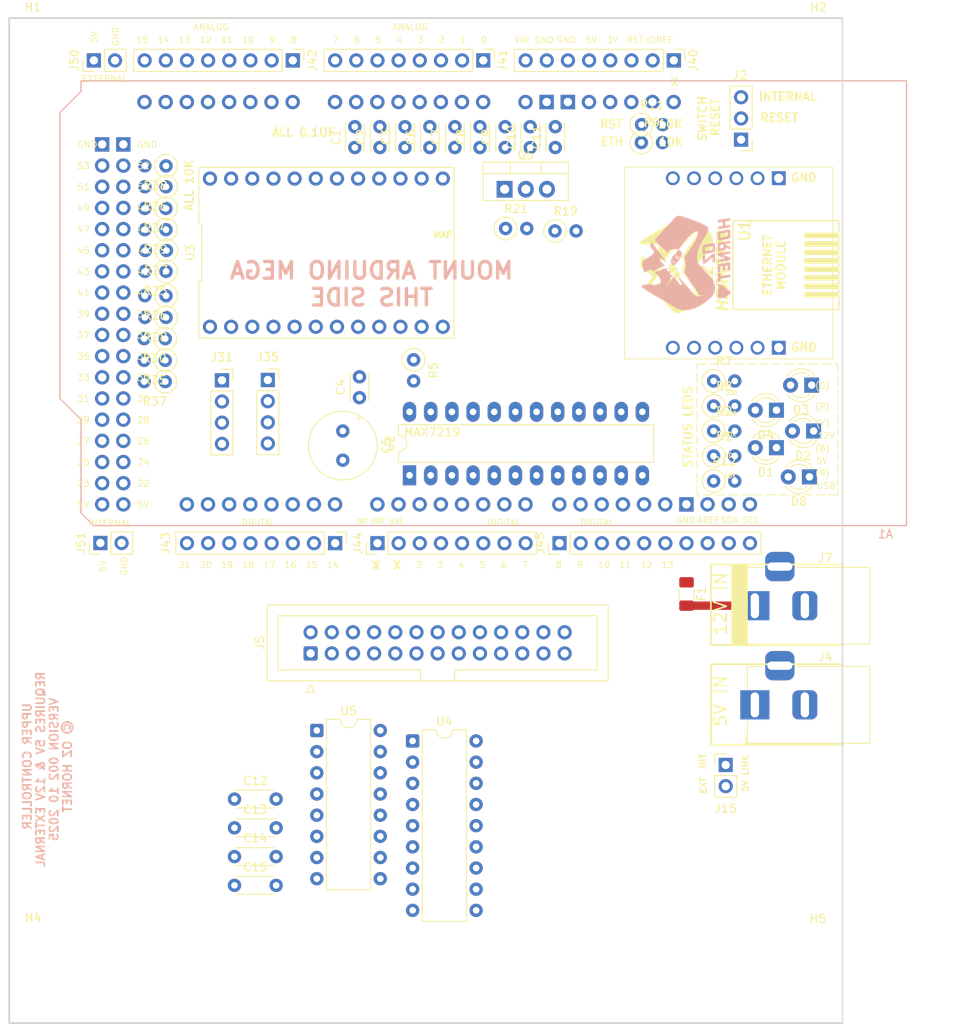
<source format=kicad_pcb>
(kicad_pcb (version 20241229) (generator "pcbnew") (generator_version "9.0")
  (title_block (date "mar. 31 mars 2015"))
  (layers (0 "F.Cu" signal) (2 "B.Cu" signal) (13 "F.Paste" user) (15 "B.Paste" user) (5 "F.SilkS" user "F.Silkscreen") (7 "B.SilkS" user "B.Silkscreen") (1 "F.Mask" user) (3 "B.Mask" user) (25 "Edge.Cuts" user))
  (net 0 "")
  (net 1 "Net-(D1-A)")
  (net 2 "GND")
  (net 3 "Net-(D2-A)")
  (net 4 "Net-(D3-A)")
  (net 5 "Net-(D4-A)")
  (net 6 "/+5v_IN")
  (net 7 "/+12v-IN")
  (net 8 "/MAX_7219-LOAD")
  (net 9 "/MAX_7219-DIN")
  (net 10 "/INT_5V")
  (net 11 "SCLK")
  (net 12 "/ROW13")
  (net 13 "SDA")
  (net 14 "SCL")
  (net 15 "Net-(J45-Pin_2)")
  (net 16 "/SPIN-ANALOG")
  (net 17 "/ROW11")
  (net 18 "/PIN_20")
  (net 19 "ES1_RST")
  (net 20 "/LEFT_DDI_BRT")
  (net 21 "ROW3")
  (net 22 "MISO")
  (net 23 "/COL1")
  (net 24 "/MAX_7219-CLOCK")
  (net 25 "/RESET")
  (net 26 "MOSI")
  (net 27 "/GREEN_LED")
  (net 28 "/RED_LED")
  (net 29 "SS")
  (net 30 "/HUD-BRT")
  (net 31 "/HUD-BAL")
  (net 32 "Net-(U1-INT)")
  (net 34 "+5V")
  (net 35 "/SC5")
  (net 36 "+3V3")
  (net 37 "/D1")
  (net 38 "/D0")
  (net 39 "/VIN")
  (net 41 "/AREF")
  (net 42 "/RESET_pin")
  (net 43 "Net-(D8-A)")
  (net 44 "/HUD-AOA")
  (net 45 "Net-(Q5-G)")
  (net 46 "COL0")
  (net 47 "/RIGHT_DDI_CONT")
  (net 48 "/IORF")
  (net 49 "/RIGHT_DDI_BRT")
  (net 50 "/CATHODE_01")
  (net 51 "Net-(U2-ISET)")
  (net 52 "/ROW9")
  (net 54 "/COL7")
  (net 55 "/ANNODE_01")
  (net 56 "/LEFT_DDI_CONT")
  (net 57 "/BLK-LVL")
  (net 58 "/COL3")
  (net 59 "/ANNODE_03")
  (net 60 "/CATHODE_03")
  (net 61 "/CATHODE_02")
  (net 62 "/ANNODE_02")
  (net 63 "/SD5")
  (net 64 "/CATHODE_06")
  (net 65 "/CATHODE_05")
  (net 66 "/ANNODE_04")
  (net 67 "/CATHODE_07")
  (net 68 "/SC4")
  (net 69 "Net-(J7-Pin_1)")
  (net 70 "/COL5")
  (net 71 "/ROW5")
  (net 72 "/COL9")
  (net 73 "/PIN_21")
  (net 74 "/COMM1_VOL")
  (net 75 "/ROW7")
  (net 76 "/ROW15")
  (net 77 "/SD4")
  (net 78 "/SC6")
  (net 79 "/CATHODE_08")
  (net 80 "/SD6")
  (net 81 "/COL6")
  (net 82 "/COL4")
  (net 83 "Net-(A1-D16{slash}TX2)")
  (net 84 "/ROW4")
  (net 85 "/COL8")
  (net 86 "/ROW8")
  (net 87 "/COL2")
  (net 88 "/ROW14")
  (net 89 "/ROW10")
  (net 90 "/ROW12")
  (net 91 "/ROW6")
  (net 92 "/COL10")
  (net 93 "/NAV2_VOL")
  (net 94 "/NAV1_VOL")
  (net 95 "/MAP_PWM")
  (net 96 "/MAP")
  (net 97 "/ANNODE_07")
  (net 98 "/ANNODE_05")
  (net 99 "/ANNODE_06")
  (net 100 "/CATHODE_04")
  (net 102 "/SD7")
  (net 103 "/SC7")
  (net 122 "VHF_AM_OLED_SD")
  (net 123 "VHF_FM_OLED_SC")
  (net 124 "VHF_FM_OLED_SD")
  (net 125 "/GPS_TX")
  (net 126 "I2C_SEL_A2")
  (net 127 "I2C_SEL_A1")
  (net 128 "/COMM2_VOL")
  (net 129 "I2C_SEL_A0")
  (net 130 "ROW0")
  (net 131 "ROW2")
  (net 132 "I2C_SEL_RESET")
  (net 133 "VHF_AM_OLED_SC")
  (net 134 "Net-(J44-Pin_7)")
  (net 135 "Net-(A1-D17{slash}RX2)")
  (net 136 "Net-(A1-D19{slash}RX1)")
  (net 137 "ROW1")
  (net 138 "Net-(J44-Pin_8)")
  (net 139 "Net-(J41-Pin_5)")
  (net 140 "Net-(U5-C1-)")
  (net 141 "Net-(J41-Pin_6)")
  (net 142 "Net-(J42-Pin_1)")
  (net 143 "Net-(J45-Pin_4)")
  (net 144 "Net-(U5-C1+)")
  (net 145 "Net-(J44-Pin_6)")
  (net 146 "Net-(J41-Pin_7)")
  (net 147 "Net-(J42-Pin_8)")
  (net 148 "Net-(U5-C2-)")
  (net 149 "Net-(U5-C2+)")
  (net 150 "Net-(J42-Pin_5)")
  (net 151 "Net-(J45-Pin_1)")
  (net 152 "Net-(J45-Pin_5)")
  (net 153 "Net-(U5-VS-)")
  (net 154 "Net-(U5-VS+)")
  (net 155 "Net-(J41-Pin_8)")
  (net 156 "Net-(J42-Pin_7)")
  (net 157 "Net-(J45-Pin_6)")
  (net 158 "/NAV2_A")
  (net 159 "Net-(J42-Pin_6)")
  (net 160 "NAV_OLED_SC")
  (net 161 "/COMM1_B")
  (net 162 "/COMM1_A")
  (net 163 "/BACKLIGHT_PANELS")
  (net 164 "+3.3V")
  (net 165 "/NAV1_A")
  (net 166 "COMM_OLED_SD")
  (net 168 "/NAV2_B")
  (net 169 "/COMM2_B")
  (net 170 "/NAV1_B")
  (net 171 "COMM_OLED_SC")
  (net 172 "NAV_OLED_SD")
  (net 173 "/COMM2_A")
  (net 178 "Net-(J3-Pin_1)")
  (footprint "Fuse:Fuse_1206_3216Metric" (layer "F.Cu") (at 110.75 105.05 -90)
    (property "Reference" "F1")
    (property "Value" "Polyfuse")
  )
  (footprint "Capacitor_THT:C_Disc_D3.0mm_W2.0mm_P2.50mm" (layer "F.Cu") (at 70.94 51.5 90)
    (property "Reference" "C1")
    (property "Value" "0.1uF")
  )
  (footprint "MountingHole:MountingHole_3.2mm_M3" (layer "F.Cu") (at 126.5898 38.8321)
    (property "Reference" "H2")
    (property "Value" "H2")
  )
  (footprint "Resistor_THT:R_Axial_DIN0207_L6.3mm_D2.5mm_P2.54mm_Vertical" (layer "F.Cu") (at 48.2 77.025 180)
    (property "Reference" "R35")
    (property "Value" "10K")
  )
  (footprint "Capacitor_THT:C_Disc_D4.3mm_W1.9mm_P5.00mm" (layer "F.Cu") (at 56.5 133.1)
    (property "Reference" "C13")
    (property "Value" "0.1uF")
  )
  (footprint "Connector_PinHeader_2.54mm:PinHeader_1x08_P2.54mm_Vertical" (layer "F.Cu") (at 63.5 41.0464 -90)
    (property "Reference" "J42")
    (property "Value" "Conn_01x08")
  )
  (footprint "Package_DIP:DIP-24_W7.62mm_LongPads" (layer "F.Cu") (at 77.51 90.82 90)
    (property "Reference" "U2")
    (property "Value" "MAX7219")
  )
  (footprint "Connector_PinHeader_2.54mm:PinHeader_1x03_P2.54mm_Vertical" (layer "F.Cu") (at 117.298 50.55 180)
    (property "Reference" "J2")
    (property "Value" "Conn_01x03_Pin")
  )
  (footprint "Connector_PinHeader_2.54mm:PinHeader_1x08_P2.54mm_Vertical" (layer "F.Cu") (at 86.36 41.0464 -90)
    (property "Reference" "J41")
    (property "Value" "Conn_01x08")
  )
  (footprint "Resistor_THT:R_Axial_DIN0207_L6.3mm_D2.5mm_P2.54mm_Vertical" (layer "F.Cu") (at 48.2875 69.275 180)
    (property "Reference" "R26")
    (property "Value" "10K")
  )
  (footprint "LED_THT:LED_D3.0mm" (layer "F.Cu") (at 121.54 83 180)
    (property "Reference" "D4")
    (property "Value" "RED")
  )
  (footprint "Resistor_THT:R_Axial_DIN0207_L6.3mm_D2.5mm_P2.54mm_Vertical" (layer "F.Cu") (at 78 76.96 -90)
    (property "Reference" "R5")
    (property "Value" "10K")
  )
  (footprint "Capacitor_THT:C_Disc_D3.0mm_W2.0mm_P2.50mm" (layer "F.Cu") (at 76.96 51.5 90)
    (property "Reference" "C3")
    (property "Value" "0.1uF")
  )
  (footprint "Resistor_THT:R_Axial_DIN0207_L6.3mm_D2.5mm_P2.54mm_Vertical" (layer "F.Cu") (at 114 79.5)
    (property "Reference" "R7")
    (property "Value" "330")
  )
  (footprint "Resistor_THT:R_Axial_DIN0207_L6.3mm_D2.5mm_P2.54mm_Vertical" (layer "F.Cu") (at 48.3375 63.85 180)
    (property "Reference" "R27")
    (property "Value" "10K")
  )
  (footprint "Resistor_THT:R_Axial_DIN0207_L6.3mm_D2.5mm_P2.54mm_Vertical" (layer "F.Cu") (at 114 85.5)
    (property "Reference" "R2")
    (property "Value" "10K")
  )
  (footprint "MountingHole:MountingHole_3.2mm_M3" (layer "F.Cu") (at 32.3 38.8)
    (property "Reference" "H1")
    (property "Value" "H1")
  )
  (footprint "Connector_PinHeader_2.54mm:PinHeader_1x02_P2.54mm_Vertical" (layer "F.Cu") (at 39.624 41.0464 90)
    (property "Reference" "J50")
    (property "Value" "Conn_01x02")
  )
  (footprint "Connector_BarrelJack:BarrelJack_Horizontal" (layer "F.Cu") (at 118.949 118.35 180)
    (property "Reference" "J4")
    (property "Value" "5V IN")
  )
  (footprint "Connector_PinSocket_2.54mm:PinSocket_1x04_P2.54mm_Vertical" (layer "F.Cu") (at 60.5 79.38)
    (property "Reference" "J35")
    (property "Value" "MWS_OLED")
  )
  (footprint "Package_DIP:DIP-16_W7.62mm" (layer "F.Cu") (at 66.38 121.42)
    (property "Reference" "U5")
    (property "Value" "MAX232")
  )
  (footprint "Capacitor_THT:C_Disc_D3.0mm_W2.0mm_P2.50mm" (layer "F.Cu") (at 88.98 51.5 90)
    (property "Reference" "C9")
    (property "Value" "0.1uF")
  )
  (footprint "MountingHole:MountingHole_3.2mm_M3" (layer "F.Cu") (at 126.5 148.15)
    (property "Reference" "H5")
    (property "Value" "H1")
  )
  (footprint "Capacitor_THT:C_Disc_D3.0mm_W2.0mm_P2.50mm" (layer "F.Cu") (at 73.95 51.5 90)
    (property "Reference" "C2")
    (property "Value" "0.1uF")
  )
  (footprint "LED_THT:LED_D3.0mm" (layer "F.Cu") (at 125.5 91 180)
    (property "Reference" "D8")
    (property "Value" "LED")
  )
  (footprint "Capacitor_THT:C_Radial_D8.0mm_H7.0mm_P3.50mm" (layer "F.Cu") (at 69.5 85.5 -90)
    (property "Reference" "C5")
    (property "Value" "100uF")
  )
  (footprint "LED_THT:LED_D3.0mm" (layer "F.Cu") (at 125.77 80 180)
    (property "Reference" "D3")
    (property "Value" "GREEN")
  )
  (footprint "Capacitor_THT:C_Disc_D3.0mm_W2.0mm_P2.50mm" (layer "F.Cu") (at 85.96 51.5 90)
    (property "Reference" "C8")
    (property "Value" "0.1uF")
  )
  (footprint "Package_DIP:DIP-18_W7.62mm" (layer "F.Cu") (at 77.88 122.68)
    (property "Reference" "U4")
    (property "Value" "ULN2803A")
  )
  (footprint "Resistor_THT:R_Axial_DIN0207_L6.3mm_D2.5mm_P2.54mm_Vertical" (layer "F.Cu") (at 48.2875 66.35 180)
    (property "Reference" "R25")
    (property "Value" "10K")
  )
  (footprint "Resistor_THT:R_Axial_DIN0207_L6.3mm_D2.5mm_P2.54mm_Vertical" (layer "F.Cu") (at 48.2875 71.875 180)
    (property "Reference" "R28")
    (property "Value" "10K")
  )
  (footprint "Resistor_THT:R_Axial_DIN0207_L6.3mm_D2.5mm_P2.54mm_Vertical" (layer "F.Cu") (at 114 91.5)
    (property "Reference" "R12")
    (property "Value" "5K")
  )
  (footprint "Resistor_THT:R_Axial_DIN0207_L6.3mm_D2.5mm_P2.54mm_Vertical" (layer "F.Cu") (at 114 82.5)
    (property "Reference" "R8")
    (property "Value" "330")
  )
  (footprint "Connector_PinHeader_2.54mm:PinHeader_1x08_P2.54mm_Vertical" (layer "F.Cu") (at 68.58 98.9584 -90)
    (property "Reference" "J43")
    (property "Value" "Conn_01x08")
  )
  (footprint "Resistor_THT:R_Axial_DIN0207_L6.3mm_D2.5mm_P2.54mm_Vertical" (layer "F.Cu") (at 48.2875 53.7 180)
    (property "Reference" "R38")
    (property "Value" "10K")
  )
  (footprint "Resistor_THT:R_Axial_DIN0207_L6.3mm_D2.5mm_P2.54mm_Vertical" (layer "F.Cu") (at 94.96 61.5)
    (property "Reference" "R19")
    (property "Value" "330")
  )
  (footprint "Package_TO_SOT_THT:TO-220-3_Vertical" (layer "F.Cu") (at 88.92 56.5)
    (property "Reference" "Q5")
    (property "Value" "Q_NMOS_GSD")
  )
  (footprint "MountingHole:MountingHole_3.2mm_M3" (layer "F.Cu") (at 32.35 148.05)
    (property "Reference" "H4")
    (property "Value" "H2")
  )
  (footprint "Library-OZ-HORNET:USRES1" (layer "F.Cu") (at 121.809 55.1833 -90)
    (property "Reference" "U1")
    (property "Value" "USR-ES1" (hide yes))
  )
  (footprint "LED_THT:LED_D3.0mm" (layer "F.Cu") (at 121.54 87.5 180)
    (property "Reference" "D1")
    (property "Value" "LED")
  )
  (footprint "Resistor_THT:R_Axial_DIN0207_L6.3mm_D2.5mm_P2.54mm_Vertical" (layer "F.Cu") (at 114 88.5)
    (property "Reference" "R1")
    (property "Value" "5K")
  )
  (footprint "Connector_PinHeader_2.54mm:PinHeader_1x08_P2.54mm_Vertical" (layer "F.Cu") (at 109.22 41.0464 -90)
    (property "Reference" "J40")
    (property "Value" "Conn_01x08")
  )
  (footprint "Resistor_THT:R_Axial_DIN0207_L6.3mm_D2.5mm_P2.54mm_Vertical" (layer "F.Cu") (at 48.275 58.8 180)
    (property "Reference" "R34")
    (property "Value" "10K")
  )
  (footprint "Capacitor_THT:C_Disc_D3.0mm_W2.0mm_P2.50mm" (layer "F.Cu") (at 95 51.5 90)
    (property "Reference" "C11")
    (property "Value" "0.1uF")
  )
  (footprint "Connector_PinHeader_2.54mm:PinHeader_1x02_P2.54mm_Vertical" (layer "F.Cu") (at 115.45 125.56)
    (property "Reference" "J15")
    (property "Value" "Conn_01x02")
  )
  (footprint "Capacitor_THT:C_Disc_D3.0mm_W2.0mm_P2.50mm" (layer "F.Cu") (at 82.95 51.5 90)
    (property "Reference" "C7")
    (property "Value" "0.1uF")
  )
  (footprint "Capacitor_THT:C_Disc_D3.0mm_W2.0mm_P2.50mm" (layer "F.Cu") (at 71.5 81.5 90)
    (property "Reference" "C4")
    (property "Value" "0.1uF")
  )
  (footprint "Connector_PinSocket_2.54mm:PinSocket_1x04_P2.54mm_Vertical" (layer "F.Cu") (at 55 79.42)
    (property "Reference" "J31")
    (property "Value" "TACAN_OLED")
  )
  (footprint "PTLibrary:AllieExpress_TCA9548A" (layer "F.Cu") (at 67.53 64.11)
    (property "Reference" "U3")
    (property "Value" "TCA9548APWR")
  )
  (footprint "Resistor_THT:R_Axial_DIN0207_L6.3mm_D2.5mm_P2.54mm_Vertical" (layer "F.Cu") (at 105.325 50.9)
    (property "Reference" "R9")
    (property "Value" "10K")
  )
  (footprint "Resistor_THT:R_Axial_DIN0207_L6.3mm_D2.5mm_P2.54mm_Vertical" (layer "F.Cu") (at 48.275 61.35 180)
    (property "Reference" "R29")
    (property "Value" "10K")
  )
  (footprint "Resistor_THT:R_Axial_DIN0207_L6.3mm_D2.5mm_P2.54mm_Vertical" (layer "F.Cu") (at 89.0375 61.2125)
    (property "Reference" "R21")
    (property "Value" "10K")
  )
  (footprint "Resistor_THT:R_Axial_DIN0207_L6.3mm_D2.5mm_P2.54mm_Vertical" (layer "F.Cu") (at 48.2 74.425 180)
    (property "Reference" "R30")
    (property "Value" "10K")
  )
  (footprint "Resistor_THT:R_Axial_DIN0207_L6.3mm_D2.5mm_P2.54mm_Vertical" (layer "F.Cu") (at 105.35 48.75)
    (property "Reference" "R11")
    (property "Value" "10K")
  )
  (footprint "Capacitor_THT:C_Disc_D3.0mm_W2.0mm_P2.50mm" (layer "F.Cu") (at 91.99 51.5 90)
    (property "Reference" "C10")
    (property "Value" "0.1uF")
  )
  (footprint "LED_THT:LED_D3.0mm" (layer "F.Cu") (at 126 85.5 180)
    (property "Reference" "D2")
    (property "Value" "LED")
  )
  (footprint "Capacitor_THT:C_Disc_D4.3mm_W1.9mm_P5.00mm" (layer "F.Cu") (at 56.5 129.65)
    (property "Reference" "C12")
    (property "Value" "0.1uF")
  )
  (footprint "Capacitor_THT:C_Disc_D4.3mm_W1.9mm_P5.00mm" (layer "F.Cu") (at 56.5 136.55)
    (property "Reference" "C14")
    (property "Value" "0.1uF")
  )
  (footprint "Connector_BarrelJack:BarrelJack_Horizontal" (layer "F.Cu") (at 118.949 106.4593 180)
    (property "Reference" "J7")
    (property "Value" "STEPPER IN 12-20VDC")
  )
  (footprint "Connector_PinHeader_2.54mm:PinHeader_1x10_P2.54mm_Vertical" (layer "F.Cu") (at 95.504 98.9584 90)
    (property "Reference" "J45")
    (property "Value" "Conn_01x10")
  )
  (footprint "Connector_IDC:IDC-Header_2x13_P2.54mm_Vertical" (layer "F.Cu") (at 65.64 112.18 90)
    (property "Reference" "J5")
    (property "Value" "NAV_COMM")
  )
  (footprint "Capacitor_THT:C_Disc_D3.0mm_W2.0mm_P2.50mm" (layer "F.Cu") (at 79.94 51.5 90)
    (property "Reference" "C6")
    (property "Value" "0.1uF")
  )
  (footprint "Capacitor_THT:C_Disc_D4.3mm_W1.9mm_P5.00mm" (layer "F.Cu") (at 56.5 140)
    (property "Reference" "C15")
    (property "Value" "0.1uF")
  )
  (footprint "Resistor_THT:R_Axial_DIN0207_L6.3mm_D2.5mm_P2.54mm_Vertical" (layer "F.Cu") (at 48.2875 56.2 180)
    (property "Reference" "R36")
    (property "Value" "10K")
  )
  (footprint "Connector_PinHeader_2.54mm:PinHeader_1x02_P2.54mm_Vertical" (layer "F.Cu") (at 40.4114 98.933 90)
    (property "Reference" "J51")
    (property "Value" "Conn_01x02")
  )
  (footprint "Connector_PinHeader_2.54mm:PinHeader_1x08_P2.54mm_Vertical" (layer "F.Cu") (at 73.66 98.9584 90)
    (property "Reference" "J44")
    (property "Value" "Conn_01x08")
  )
  (footprint "arduino-kicad-library-master:Arduino_Mega2560_R3_Shield" (layer "F.Cu") (at 137.145 43.4993 180)
    (property "Reference" "A1")
    (property "Value" "Arduino_Mega2560_R3_Shield")
  )
  (footprint "Resistor_THT:R_Axial_DIN0207_L6.3mm_D2.5mm_P2.54mm_Vertical" (layer "F.Cu") (at 48.2 79.575 180)
    (property "Reference" "R37")
    (property "Value" "10K")
  )
  (gr_poly (pts (xy 114.27847 67.325975) (xy 114.279042 67.312348) (xy 114.279937 67.298844) (xy 114.281206 67.285512) (xy 114.282904 67.272395) (xy 114.285084 67.259541) (xy 114.2878 67.246994) (xy 114.291105 67.234801) (xy 114.295052 67.223007) (xy 114.299696 67.211658) (xy 114.305089 67.2008) (xy 114.311285 67.190478) (xy 114.318338 67.180738) (xy 114.3263 67.171626) (xy 114.33064 67.167319) (xy 114.335226 67.163187) (xy 114.33549 67.163717) (xy 114.343354 67.157518) (xy 114.35168 67.151918) (xy 114.360491 67.146913) (xy 114.369808 67.142501) (xy 114.379653 67.138677) (xy 114.39005 67.13544) (xy 114.401019 67.132785) (xy 114.412583 67.13071) (xy 114.424765 67.129212) (xy 114.437585 67.128287) (xy 114.451067 67.127933) (xy 114.465231 67.128147) (xy 114.480102 67.128924) (xy 114.495699 67.130263) (xy 114.512047 67.13216) (xy 114.529166 67.134612) (xy 114.985572 67.207108) (xy 115.003857 67.210252) (xy 115.021221 67.213779) (xy 115.037688 67.217689) (xy 115.053278 67.22198) (xy 115.068016 67.226652) (xy 115.081922 67.231703) (xy 115.095019 67.237132) (xy 115.10733 67.242939) (xy 115.118876 67.249122) (xy 115.129681 67.25568) (xy 115.139765 67.262613) (xy 115.149152 67.269919) (xy 115.157865 67.277597) (xy 115.165924 67.285646) (xy 115.173352 67.294066) (xy 115.180173 67.302855) (xy 115.186407 67.312012) (xy 115.192078 67.321536) (xy 115.197207 67.331426) (xy 115.201817 67.341682) (xy 115.20593 67.352301) (xy 115.209569 67.363284) (xy 115.212755 67.374629) (xy 115.215511 67.386335) (xy 115.219823 67.410826) (xy 115.222682 67.436749) (xy 115.224267 67.464096) (xy 115.224755 67.492858) (xy 115.224755 67.531223) (xy 115.767416 67.311883) (xy 115.767416 67.637585) (xy 115.224755 67.856925) (xy 115.224755 67.965933) (xy 115.767416 68.05007) (xy 115.767416 68.361221) (xy 114.924717 68.228132) (xy 114.924717 67.916985) (xy 114.924717 67.535985) (xy 114.924705 67.529643) (xy 114.924618 67.522359) (xy 114.924523 67.518658) (xy 114.924382 67.515075) (xy 114.924185 67.511727) (xy 114.923924 67.508733) (xy 114.922271 67.508324) (xy 114.920277 67.507886) (xy 114.917924 67.507417) (xy 114.915192 67.506914) (xy 114.912064 67.506374) (xy 114.90852 67.505794) (xy 114.904542 67.50517) (xy 114.900111 67.5045) (xy 114.594253 67.455551) (xy 114.585455 67.454526) (xy 114.581826 67.4541) (xy 114.578642 67.453699) (xy 114.578642 67.862216) (xy 114.924717 67.916985) (xy 114.924717 68.228132) (xy 114.278076 68.126006) (xy 114.278076 67.353423)) (stroke (width -0.000001)) (fill yes) (layer "F.SilkS"))
  (gr_poly (pts (xy 114.246375 61.588834) (xy 114.247667 61.574304) (xy 114.249664 61.560486) (xy 114.252375 61.547378) (xy 114.255809 61.534979) (xy 114.259975 61.523284) (xy 114.264881 61.512292) (xy 114.270537 61.502) (xy 114.276951 61.492406) (xy 114.284133 61.483507) (xy 114.292091 61.475301) (xy 114.300834 61.467786) (xy 114.310371 61.460958) (xy 114.320712 61.454816) (xy 114.331864 61.449357) (xy 114.343837 61.444578) (xy 114.35664 61.440477) (xy 114.370282 61.437052) (xy 114.384772 61.4343) (xy 114.400117 61.432219) (xy 114.416329 61.430805) (xy 114.433415 61.430057) (xy 114.451384 61.429973) (xy 114.470245 61.430549) (xy 114.490007 61.431784) (xy 114.57466 61.439938) (xy 114.658141 61.451217) (xy 114.740418 61.465637) (xy 114.82146 61.483216) (xy 114.901235 61.503972) (xy 114.979712 61.527922) (xy 115.05686 61.555083) (xy 115.132647 61.585474) (xy 115.207042 61.61911) (xy 115.280013 61.65601) (xy 115.351529 61.696192) (xy 115.421559 61.739672) (xy 115.490071 61.786468) (xy 115.557035 61.836598) (xy 115.622417 61.890078) (xy 115.686188 61.946927) (xy 115.700204 61.96032) (xy 115.713284 61.973568) (xy 115.725429 61.98668) (xy 115.736643 61.999665) (xy 115.746927 62.012535) (xy 115.756285 62.025297) (xy 115.764719 62.037963) (xy 115.772231 62.05054) (xy 115.778824 62.06304) (xy 115.784501 62.075472) (xy 115.789264 62.087845) (xy 115.793116 62.100169) (xy 115.796059 62.112453) (xy 115.798096 62.124708) (xy 115.79923 62.136943) (xy 115.799462 62.149168) (xy 115.798797 62.161391) (xy 115.797235 62.173624) (xy 115.79478 62.185875) (xy 115.791434 62.198154) (xy 115.787201 62.210471) (xy 115.782081 62.222836) (xy 115.776079 62.235257) (xy 115.769197 62.247746) (xy 115.761436 62.26031) (xy 115.7528 62.272961) (xy 115.743292 62.285707) (xy 115.732913 62.298559) (xy 115.721667 62.311525) (xy 115.709556 62.324616) (xy 115.682748 62.35121) (xy 115.609568 62.4179) (xy 115.533234 62.483214) (xy 115.454395 62.546981) (xy 115.373699 62.609026) (xy 115.291793 62.669179) (xy 115.209326 62.727267) (xy 115.045301 62.836556) (xy 114.886807 62.935513) (xy 114.739029 63.02276) (xy 114.607151 63.096916) (xy 114.496356 63.156602) (xy 114.489795 63.159773) (xy 114.483171 63.162445) (xy 114.476503 63.164631) (xy 114.469806 63.166341) (xy 114.463101 63.167584) (xy 114.456403 63.168373) (xy 114.449732 63.168717) (xy 114.443105 63.168628) (xy 114.436539 63.168116) (xy 114.430053 63.167192) (xy 114.423663 63.165867) (xy 114.417389 63.164151) (xy 114.411248 63.162054) (xy 114.405257 63.159589) (xy 114.399434 63.156765) (xy 114.393797 63.153593) (xy 114.388365 63.150083) (xy 114.383153 63.146248) (xy 114.378182 63.142096) (xy 114.373467 63.13764) (xy 114.369028 63.132889) (xy 114.364881 63.127854) (xy 114.361045 63.122547) (xy 114.357537 63.116977) (xy 114.354375 63.111155) (xy 114.351577 63.105093) (xy 114.349161 63.098801) (xy 114.347144 63.092289) (xy 114.345545 63.085569) (xy 114.34438 63.078651) (xy 114.343669 63.071545) (xy 114.343427 63.064263) (xy 114.341009 62.77368) (xy 114.336846 62.598212) (xy 114.329835 62.413024) (xy 114.319313 62.225914) (xy 114.304621 62.044679) (xy 114.285098 61.877117) (xy 114.273318 61.800901) (xy 114.260084 61.731028) (xy 114.260349 61.731027) (xy 114.252928 61.691119) (xy 114.248079 61.654131) (xy 114.24664 61.636725) (xy 114.24587 61.620042) (xy 114.245779 61.60408)) (stroke (width -0.000001)) (fill yes) (layer "F.SilkS"))
  (gr_rect (start 111.999 77.482) (end 128.8918 93.158) (stroke (width 0.1) (type dash)) (fill no) (layer "F.SilkS"))
  (gr_poly (pts (xy 114.578642 64.627421) (xy 114.578642 65.274063) (xy 114.8718 65.320894) (xy 114.8718 64.802046) (xy 115.172102 64.849142) (xy 115.172102 65.368254) (xy 115.467377 65.415086) (xy 115.467377 64.768708) (xy 115.767679 64.815804) (xy 115.767679 65.772802) (xy 114.278339 65.537587) (xy 114.278339 64.580325)) (stroke (width -0.000001)) (fill yes) (layer "F.SilkS"))
  (gr_rect (start 124.953042 66.867283) (end 129.017042 67.375283) (stroke (width 0.15)) (fill yes) (layer "F.SilkS"))
  (gr_poly (pts (xy 112.741904 65.6376) (xy 113.638313 66.402775) (xy 113.638313 65.782062) (xy 113.938615 65.829158) (xy 113.938615 66.843306) (xy 113.645721 66.797797) (xy 112.749577 66.023627) (xy 112.749577 66.655452) (xy 112.449274 66.608356) (xy 112.449274 65.592092)) (stroke (width -0.000001)) (fill yes) (layer "F.SilkS"))
  (gr_poly (pts (xy 112.449934 66.980429) (xy 112.450506 66.966801) (xy 112.4514 66.953298) (xy 112.45267 66.939966) (xy 112.454368 66.926849) (xy 112.456548 66.913995) (xy 112.459263 66.901448) (xy 112.462568 66.889255) (xy 112.466516 66.877461) (xy 112.471159 66.866112) (xy 112.476552 66.855254) (xy 112.482748 66.844932) (xy 112.489801 66.835192) (xy 112.497763 66.82608) (xy 112.502103 66.821774) (xy 112.50669 66.817641) (xy 112.514553 66.811443) (xy 112.522879 66.805843) (xy 112.53169 66.800838) (xy 112.541007 66.796425) (xy 112.550853 66.792602) (xy 112.561249 66.789364) (xy 112.572219 66.786709) (xy 112.583783 66.784635) (xy 112.595964 66.783136) (xy 112.608785 66.782212) (xy 112.622266 66.781858) (xy 112.636431 66.782071) (xy 112.651301 66.782849) (xy 112.666899 66.784188) (xy 112.683246 66.786085) (xy 112.700365 66.788537) (xy 113.699432 66.947287) (xy 113.717716 66.950428) (xy 113.735081 66.953949) (xy 113.751547 66.957847) (xy 113.767138 66.962123) (xy 113.781876 66.966774) (xy 113.795782 66.971801) (xy 113.808879 66.977202) (xy 113.82119 66.982977) (xy 113.832736 66.989124) (xy 113.843541 66.995642) (xy 113.853625 67.002531) (xy 113.863013 67.00979) (xy 113.871725 67.017418) (xy 113.879784 67.025413) (xy 113.887213 67.033775) (xy 113.894033 67.042504) (xy 113.900267 67.051597) (xy 113.905938 67.061055) (xy 113.911067 67.070876) (xy 113.915677 67.081059) (xy 113.91979 67.091604) (xy 113.923429 67.102509) (xy 113.926615 67.113774) (xy 113.929372 67.125397) (xy 113.933683 67.149716) (xy 113.936542 67.175458) (xy 113.938127 67.202617) (xy 113.938615 67.231185) (xy 113.938615 67.834435) (xy 113.938221 67.862091) (xy 113.937646 67.87583) (xy 113.936747 67.889447) (xy 113.93547 67.902895) (xy 113.93376 67.916127) (xy 113.931563 67.929097) (xy 113.928826 67.941756) (xy 113.925493 67.954059) (xy 113.921511 67.965959) (xy 113.916824 67.977408) (xy 113.91138 67.98836) (xy 113.905123 67.998768) (xy 113.898 68.008585) (xy 113.889956 68.017764) (xy 113.885571 68.022099) (xy 113.880936 68.026258) (xy 113.873145 68.032416) (xy 113.864845 68.037992) (xy 113.856022 68.042988) (xy 113.846664 68.047404) (xy 113.836757 68.051242) (xy 113.826288 68.054503) (xy 113.815244 68.057188) (xy 113.803611 68.059298) (xy 113.791377 68.060835) (xy 113.778529 68.061799) (xy 113.765052 68.062191) (xy 113.750934 68.062014) (xy 113.736163 68.061268) (xy 113.720723 68.059954) (xy 113.704604 68.058073) (xy 113.68779 68.055627) (xy 113.637784 68.047681) (xy 113.637784 67.736275) (xy 113.637784 67.718812) (xy 113.638313 67.718812) (xy 113.638313 67.276165) (xy 113.6383 67.269823) (xy 113.638213 67.262539) (xy 113.638119 67.258838) (xy 113.637978 67.255254) (xy 113.637781 67.251907) (xy 113.637518 67.248912) (xy 113.635866 67.248503) (xy 113.633872 67.248065) (xy 113.631519 67.247596) (xy 113.628787 67.247094) (xy 113.625659 67.246554) (xy 113.622115 67.245973) (xy 113.618137 67.245349) (xy 113.613706 67.244679) (xy 112.765187 67.109477) (xy 112.75639 67.108452) (xy 112.75276 67.108026) (xy 112.749577 67.107625) (xy 112.749577 67.565883) (xy 112.749594 67.572497) (xy 112.74971 67.580303) (xy 112.749836 67.584218) (xy 112.750024 67.587909) (xy 112.750286 67.591204) (xy 112.750449 67.592648) (xy 112.750636 67.593928) (xy 112.751922 67.594373) (xy 112.753633 67.594908) (xy 112.755821 67.595524) (xy 112.75854 67.59621) (xy 112.760114 67.596578) (xy 112.761841 67.596959) (xy 112.763727 67.597354) (xy 112.765779 67.597761) (xy 112.768002 67.598178) (xy 112.770405 67.598606) (xy 112.772992 67.599042) (xy 112.775771 67.599485) (xy 113.622703 67.734687) (xy 113.627329 67.735233) (xy 113.631335 67.735679) (xy 113.634795 67.736027) (xy 113.637784 67.736275) (xy 113.637784 68.047681) (xy 112.688723 67.896877) (xy 112.670438 67.893733) (xy 112.653074 67.890206) (xy 112.636607 67.886296) (xy 112.621017 67.882005) (xy 112.606279 67.877333) (xy 112.592373 67.872282) (xy 112.579276 67.866853) (xy 112.566965 67.861046) (xy 112.555419 67.854864) (xy 112.544615 67.848305) (xy 112.53453 67.841373) (xy 112.525143 67.834067) (xy 112.516431 67.826389) (xy 112.508371 67.818339) (xy 112.500943 67.80992) (xy 112.494122 67.801131) (xy 112.487888 67.791974) (xy 112.482217 67.78245) (xy 112.477088 67.772559) (xy 112.472478 67.762304) (xy 112.468365 67.751684) (xy 112.464726 67.740701) (xy 112.46154 67.729356) (xy 112.458784 67.717651) (xy 112.454472 67.69316) (xy 112.451613 67.667237) (xy 112.450029 67.639889) (xy 112.44954 67.611127) (xy 112.44954 67.007877)) (stroke (width -0.000001)) (fill yes) (layer "F.SilkS"))
  (gr_rect (start 124.953042 61.787283) (end 129.017042 62.295283) (stroke (width 0.15)) (fill yes) (layer "F.SilkS"))
  (gr_rect (start 113.669042 101.511283) (end 129.417042 111.163283) (stroke (width 0.2)) (fill no) (layer "F.SilkS"))
  (gr_rect (start 124.953042 65.851283) (end 129.017042 66.359283) (stroke (width 0.15)) (fill yes) (layer "F.SilkS"))
  (gr_poly (pts (xy 109.170828 66.750483) (xy 109.173738 66.731408) (xy 109.179455 66.693254) (xy 109.182616 66.674281) (xy 109.186214 66.655448) (xy 109.190426 66.636806) (xy 109.192818 66.627574) (xy 109.195429 66.61841) (xy 109.195429 66.618411) (xy 109.203298 66.594943) (xy 109.212577 66.572098) (xy 109.223206 66.549925) (xy 109.235126 66.528473) (xy 109.248278 66.507791) (xy 109.262601 66.487929) (xy 109.278036 66.468935) (xy 109.294524 66.450859) (xy 109.312005 66.43375) (xy 109.330419 66.417658) (xy 109.349707 66.402631) (xy 109.369809 66.388718) (xy 109.390666 66.375969) (xy 109.412218 66.364432) (xy 109.434405 66.354158) (xy 109.457168 66.345195) (xy 109.480448 66.337593) (xy 109.504184 66.3314) (xy 109.528317 66.326665) (xy 109.552787 66.323439) (xy 109.577536 66.32177) (xy 109.602502 66.321707) (xy 109.627628 66.323299) (xy 109.652852 66.326596) (xy 109.678117 66.331647) (xy 109.703361 66.3385) (xy 109.728525 66.347206) (xy 109.75355 66.357813) (xy 109.778376 66.370371) (xy 109.802944 66.384928) (xy 109.827194 66.401534) (xy 109.851067 66.420238) (xy 109.852501 66.421453) (xy 109.853926 66.422715) (xy 109.855336 66.424022) (xy 109.856726 66.425372) (xy 109.858094 66.426762) (xy 109.859434 66.428191) (xy 109.860742 66.429654) (xy 109.862014 66.431152) (xy 109.863245 66.43268) (xy 109.864433 66.434237) (xy 109.865571 66.43582) (xy 109.866656 66.437427) (xy 109.867684 66.439056) (xy 109.868651 66.440705) (xy 109.869551 66.44237) (xy 109.870381 66.44405) (xy 109.885661 66.476565) (xy 109.900742 66.509105) (xy 109.915327 66.541793) (xy 109.922341 66.558232) (xy 109.929119 66.574754) (xy 109.93377 66.586744) (xy 109.938098 66.598801) (xy 109.942104 66.610924) (xy 109.945788 66.623111) (xy 109.949149 66.635362) (xy 109.952187 66.647675) (xy 109.954903 66.66005) (xy 109.957297 66.672485) (xy 109.959368 66.684978) (xy 109.961117 66.69753) (xy 109.962543 66.710138) (xy 109.963647 66.722801) (xy 109.964428 66.735519) (xy 109.964887 66.748289) (xy 109.965024 66.761112) (xy 109.964838 66.773986) (xy 109.963373 66.801751) (xy 109.960497 66.828904) (xy 109.956259 66.855463) (xy 109.950703 66.881448) (xy 109.943878 66.906877) (xy 109.93583 66.931771) (xy 109.926606 66.956149) (xy 109.916254 66.98003) (xy 109.904819 67.003433) (xy 109.892349 67.026379) (xy 109.87889 67.048885) (xy 109.86449 67.070972) (xy 109.849196 67.092659) (xy 109.833054 67.113966) (xy 109.816112 67.134911) (xy 109.798415 67.155515) (xy 109.789974 67.164782) (xy 109.781312 67.173719) (xy 109.772421 67.182304) (xy 109.763291 67.190518) (xy 109.753914 67.19834) (xy 109.744279 67.205749) (xy 109.734377 67.212724) (xy 109.724199 67.219246) (xy 109.713736 67.225293) (xy 109.702979 67.230846) (xy 109.691918 67.235883) (xy 109.680543 67.240384) (xy 109.668846 67.244328) (xy 109.656817 67.247696) (xy 109.644447 67.250465) (xy 109.631727 67.252617) (xy 109.628641 67.252963) (xy 109.625632 67.253201) (xy 109.622693 67.253322) (xy 109.619821 67.253319) (xy 109.617011 67.253183) (xy 109.614259 67.252905) (xy 109.611559 67.252476) (xy 109.608907 67.251889) (xy 109.606299 67.251134) (xy 109.603729 67.250203) (xy 109.601194 67.249088) (xy 109.598688 67.24778) (xy 109.596206 67.24627) (xy 109.593745 67.24455) (xy 109.5913 67.242611) (xy 109.588865 67.240446) (xy 109.411065 67.074883) (xy 109.321718 66.992647) (xy 109.231677 66.911304) (xy 109.223705 66.903906) (xy 109.216267 66.896388) (xy 109.209379 66.888732) (xy 109.203053 66.880922) (xy 109.197303 66.872944) (xy 109.192145 66.864781) (xy 109.187591 66.856417) (xy 109.183655 66.847837) (xy 109.180352 66.839024) (xy 109.177696 66.829963) (xy 109.1757 66.820637) (xy 109.174378 66.811031) (xy 109.173745 66.801129) (xy 109.173814 66.790915) (xy 109.174599 66.780373) (xy 109.176115 66.769487) (xy 109.167648 66.769487)) (stroke (width -0.000001)) (fill yes) (layer "F.SilkS"))
  (gr_rect (start 124.953042 68.899283) (end 129.017042 69.407283) (stroke (width 0.15)) (fill yes) (layer "F.SilkS"))
  (gr_poly (pts (xy 114.578642 63.452671) (xy 114.578642 63.819119) (xy 115.767679 64.007238) (xy 115.767679 64.318122) (xy 114.578642 64.130004) (xy 114.578642 64.496187) (xy 114.278339 64.449092) (xy 114.278339 63.405575)) (stroke (width -0.000001)) (fill yes) (layer "F.SilkS"))
  (gr_poly (pts (xy 114.8718 70.637696) (xy 114.8718 70.151392) (xy 114.27834 70.057465) (xy 114.27834 69.746579) (xy 115.76768 69.981794) (xy 115.76768 70.292679) (xy 115.172102 70.198752) (xy 115.172102 70.685056) (xy 115.76768 70.778983) (xy 115.76768 71.089869) (xy 114.27834 70.854654) (xy 114.27834 70.543769)) (stroke (width -0.000001)) (fill yes) (layer "F.SilkS"))
  (gr_rect (start 113.669042 113.466983) (end 129.417042 123.118983) (stroke (width 0.2)) (fill no) (layer "F.SilkS"))
  (gr_poly (pts (xy 105.233956 65.360647) (xy 105.247752 65.248855) (xy 105.266959 65.136841) (xy 105.29023 65.026054) (xy 105.316216 64.917941) (xy 105.420355 64.541166) (xy 105.708552 64.681892) (xy 105.848682 64.751126) (xy 105.986828 64.821624) (xy 106.022385 64.838855) (xy 106.057709 64.853345) (xy 106.092783 64.865101) (xy 106.12759 64.874128) (xy 106.162113 64.880432) (xy 106.196336 64.884021) (xy 106.230241 64.884899) (xy 106.263813 64.883074) (xy 106.297035 64.878551) (xy 106.329889 64.871337) (xy 106.36236 64.861438) (xy 106.394431 64.84886) (xy 106.426084 64.833609) (xy 106.457304 64.815692) (xy 106.488073 64.795115) (xy 106.518375 64.771883) (xy 106.539306 64.753635) (xy 106.560411 64.735039) (xy 106.603042 64.697006) (xy 106.603406 64.715659) (xy 106.603526 64.724985) (xy 106.603571 64.734312) (xy 106.60359 64.73489) (xy 106.603647 64.735482) (xy 106.60374 64.736086) (xy 106.603867 64.736701) (xy 106.604027 64.737326) (xy 106.60422 64.737958) (xy 106.604443 64.738597) (xy 106.604696 64.73924) (xy 106.605283 64.740534) (xy 106.605971 64.741828) (xy 106.606749 64.743109) (xy 106.607606 64.744366) (xy 106.608531 64.745585) (xy 106.609514 64.746755) (xy 106.610543 64.747863) (xy 106.611608 64.748897) (xy 106.612698 64.749844) (xy 106.613801 64.750691) (xy 106.614908 64.751427) (xy 106.615459 64.751749) (xy 106.616007 64.752039) (xy 107.102046 64.993604) (xy 107.392294 65.136743) (xy 107.712705 65.2947) (xy 107.809145 65.341729) (xy 107.907173 65.389156) (xy 107.896404 65.401852) (xy 107.886106 65.414127) (xy 107.881033 65.420098) (xy 107.875957 65.425954) (xy 107.870837 65.431693) (xy 107.865634 65.43731) (xy 107.838713 65.465637) (xy 107.811593 65.493865) (xy 107.757155 65.550023) (xy 107.666502 65.644181) (xy 107.643738 65.667605) (xy 107.620791 65.690852) (xy 107.59759 65.713856) (xy 107.574063 65.736554) (xy 107.556499 65.753862) (xy 107.539589 65.771629) (xy 107.52328 65.78982) (xy 107.50752 65.808397) (xy 107.492257 65.827325) (xy 107.477437 65.846566) (xy 107.448915 65.885845) (xy 107.421535 65.925943) (xy 107.394874 65.966568) (xy 107.342024 66.048233) (xy 107.340419 66.05069) (xy 107.338871 66.053193) (xy 107.335901 66.058296) (xy 107.330151 66.068606) (xy 107.32719 66.073653) (xy 107.325649 66.076114) (xy 107.324053 66.07852) (xy 107.32239 66.08086) (xy 107.320649 66.083126) (xy 107.318819 66.085307) (xy 107.316888 66.087392) (xy 107.314973 66.089453) (xy 107.313194 66.091519) (xy 107.311548 66.093591) (xy 107.310032 66.095669) (xy 107.308643 66.097753) (xy 107.307377 66.099844) (xy 107.30623 66.101942) (xy 107.305201 66.104048) (xy 107.304285 66.106162) (xy 107.30348 66.108285) (xy 107.302781 66.110416) (xy 107.302187 66.112558) (xy 107.301693 66.114709) (xy 107.301296 66.11687) (xy 107.300782 66.121225) (xy 107.300618 66.125627) (xy 107.300778 66.130079) (xy 107.301237 66.134584) (xy 107.301968 66.139147) (xy 107.302946 66.143769) (xy 107.304144 66.148456) (xy 107.305537 66.15321) (xy 107.307099 66.158035) (xy 107.311745 66.172556) (xy 107.31619 66.187135) (xy 107.32466 66.216409) (xy 107.34123 66.274981) (xy 107.341493 66.27577) (xy 107.341787 66.276552) (xy 107.342112 66.277336) (xy 107.342466 66.278127) (xy 107.343262 66.279757) (xy 107.344173 66.281496) (xy 107.346327 66.285511) (xy 107.347564 66.287891) (xy 107.348903 66.290591) (xy 108.125984 65.765658) (xy 108.130747 65.769892) (xy 108.070422 65.851383) (xy 107.698947 66.350123) (xy 107.381182 66.777954) (xy 107.013676 67.274048) (xy 106.732688 67.651873) (xy 106.386349 68.119392) (xy 106.386348 68.118862) (xy 106.374707 68.134373) (xy 106.368861 68.142191) (xy 106.363065 68.150083) (xy 106.328901 68.114629) (xy 106.294538 68.079175) (xy 106.266187 68.048057) (xy 106.240981 68.017251) (xy 106.218943 67.986663) (xy 106.200098 67.956201) (xy 106.191881 67.940989) (xy 106.184472 67.925774) (xy 106.177874 67.910544) (xy 106.17209 67.895288) (xy 106.167122 67.879995) (xy 106.162975 67.864652) (xy 106.159651 67.849249) (xy 106.157153 67.833774) (xy 106.155485 67.818215) (xy 106.154649 67.80256) (xy 106.154649 67.786799) (xy 106.155487 67.77092) (xy 106.157167 67.75491) (xy 106.159692 67.73876) (xy 106.163066 67.722456) (xy 106.16729 67.705988) (xy 106.172368 67.689344) (xy 106.178304 67.672513) (xy 106.1851 67.655482) (xy 106.19276 67.638241) (xy 106.210683 67.603082) (xy 106.232096 67.566941) (xy 106.261907 67.521952) (xy 106.291595 67.479872) (xy 106.349916 67.403675) (xy 106.405693 67.336815) (xy 106.457554 67.277756) (xy 106.504133 67.224961) (xy 106.544059 67.176895) (xy 106.561099 67.154156) (xy 106.575963 67.132022) (xy 106.58848 67.110303) (xy 106.598478 67.088806) (xy 106.605786 67.067339) (xy 106.610234 67.045711) (xy 106.611649 67.023729) (xy 106.609861 67.001201) (xy 106.604699 66.977935) (xy 106.595992 66.953739) (xy 106.583568 66.928422) (xy 106.567257 66.901791) (xy 106.546887 66.873655) (xy 106.522288 66.84382) (xy 106.493287 66.812096) (xy 106.459714 66.77829) (xy 106.421399 66.742211) (xy 106.378169 66.703665) (xy 106.276282 66.61841) (xy 106.080151 66.477995) (xy 105.881986 66.340432) (xy 105.681937 66.205598) (xy 105.48015 66.073368) (xy 105.439031 66.045971) (xy 105.402129 66.015443) (xy 105.369276 65.981965) (xy 105.340303 65.945718) (xy 105.315041 65.906884) (xy 105.293324 65.865643) (xy 105.27498 65.822175) (xy 105.259844 65.776663) (xy 105.247744 65.729286) (xy 105.238515 65.680226) (xy 105.231986 65.629664) (xy 105.227989 65.57778) (xy 105.226919 65.470771)) (stroke (width -0.000001)) (fill yes) (layer "F.SilkS"))
  (gr_poly (pts (xy 105.152053 62.879532) (xy 105.171052 62.834998) (xy 105.201928 62.785942) (xy 105.245375 62.732167) (xy 105.302087 62.673474) (xy 105.766576 62.365101) (xy 106.240369 62.070815) (xy 106.720916 61.786742) (xy 107.205664 61.509009) (xy 108.177558 60.957076) (xy 108.659599 60.67513) (xy 109.135634 60.384034) (xy 109.134578 60.384562) (xy 109.255575 60.315552) (xy 109.377082 60.254296) (xy 109.499119 60.20068) (xy 109.621704 60.15459) (xy 109.744859 60.115909) (xy 109.868602 60.084525) (xy 109.992954 60.060321) (xy 110.117934 60.043184) (xy 110.243563 60.032998) (xy 110.369859 60.029649) (xy 110.496842 60.033021) (xy 110.624533 60.043002) (xy 110.752951 60.059475) (xy 110.882116 60.082326) (xy 111.012047 60.11144) (xy 111.142765 60.146702) (xy 111.315607 60.200705) (xy 111.483148 60.260044) (xy 111.645762 60.324608) (xy 111.803822 60.394282) (xy 111.9577 60.468952) (xy 112.107771 60.548505) (xy 112.254406 60.632828) (xy 112.397981 60.721807) (xy 112.538867 60.815328) (xy 112.677438 60.913278) (xy 112.814068 61.015543) (xy 112.949129 61.12201) (xy 113.082994 61.232565) (xy 113.216038 61.347094) (xy 113.348633 61.465485) (xy 113.481152 61.587622) (xy 113.564203 61.673071) (xy 113.639068 61.766027) (xy 113.705663 61.865781) (xy 113.763901 61.971623) (xy 113.813696 62.082846) (xy 113.854962 62.198738) (xy 113.887613 62.318592) (xy 113.911563 62.441697) (xy 113.926726 62.567345) (xy 113.933016 62.694826) (xy 113.930347 62.823431) (xy 113.918632 62.95245) (xy 113.897787 63.081176) (xy 113.867724 63.208897) (xy 113.828358 63.334905) (xy 113.779602 63.458491) (xy 113.763291 63.494871) (xy 113.746215 63.531146) (xy 113.72838 63.567265) (xy 113.709798 63.603172) (xy 113.690476 63.638815) (xy 113.670423 63.674138) (xy 113.649649 63.709088) (xy 113.628161 63.743612) (xy 113.60597 63.777655) (xy 113.583085 63.811164) (xy 113.559513 63.844084) (xy 113.535264 63.876362) (xy 113.510347 63.907944) (xy 113.48477 63.938777) (xy 113.458543 63.968805) (xy 113.431675 63.997975) (xy 113.287541 64.150033) (xy 113.148352 64.29929) (xy 112.877208 64.592197) (xy 112.741452 64.73724) (xy 112.603038 64.882275) (xy 112.460066 65.027998) (xy 112.310636 65.175107) (xy 112.219097 65.263617) (xy 112.137239 65.355047) (xy 112.064733 65.449214) (xy 112.001248 65.545934) (xy 111.946455 65.645026) (xy 111.900023 65.746305) (xy 111.861622 65.84959) (xy 111.830922 65.954697) (xy 111.807592 66.061445) (xy 111.791304 66.169649) (xy 111.781726 66.279128) (xy 111.778529 66.389698) (xy 111.781382 66.501176) (xy 111.789955 66.613381) (xy 111.803919 66.726129) (xy 111.822943 66.839237) (xy 111.87485 67.065802) (xy 111.943036 67.291616) (xy 112.024859 67.515214) (xy 112.11768 67.735136) (xy 112.218857 67.949919) (xy 112.325749 68.1581) (xy 112.435716 68.358218) (xy 112.546115 68.548809) (xy 112.870593 69.078868) (xy 112.94676 69.214197) (xy 112.982554 69.282899) (xy 113.016449 69.352443) (xy 113.048162 69.422941) (xy 113.077413 69.494503) (xy 113.103921 69.567244) (xy 113.127404 69.641273) (xy 113.138141 69.683858) (xy 113.142508 69.704229) (xy 113.146194 69.724011) (xy 113.14919 69.743225) (xy 113.151486 69.761891) (xy 113.153075 69.780029) (xy 113.153945 69.797658) (xy 113.154089 69.8148) (xy 113.153496 69.831472) (xy 113.152157 69.847696) (xy 113.150063 69.863492) (xy 113.147205 69.878879) (xy 113.143574 69.893878) (xy 113.139159 69.908508) (xy 113.133953 69.92279) (xy 113.127944 69.936743) (xy 113.121125 69.950387) (xy 113.113486 69.963742) (xy 113.105018 69.976829) (xy 113.095711 69.989667) (xy 113.085556 70.002276) (xy 113.074543 70.014676) (xy 113.062664 70.026887) (xy 113.049909 70.038929) (xy 113.036269 70.050822) (xy 113.021734 70.062586) (xy 113.006295 70.074241) (xy 112.989943 70.085807) (xy 112.972669 70.097303) (xy 112.954463 70.108751) (xy 112.935317 70.120169) (xy 112.86094 70.162869) (xy 112.786042 70.204794) (xy 112.710623 70.245864) (xy 112.634684 70.285997) (xy 112.558223 70.325113) (xy 112.481242 70.363131) (xy 112.40374 70.399971) (xy 112.325716 70.435552) (xy 112.027067 70.565678) (xy 111.726431 70.690346) (xy 111.423804 70.809557) (xy 111.119183 70.923312) (xy 110.812566 71.031609) (xy 110.503948 71.134449) (xy 110.193328 71.231832) (xy 109.880701 71.323759) (xy 109.817111 71.339868) (xy 109.785944 71.346243) (xy 109.755185 71.351503) (xy 109.724828 71.355652) (xy 109.694865 71.358693) (xy 109.665288 71.36063) (xy 109.63609 71.361466) (xy 109.607264 71.361205) (xy 109.578802 71.35985) (xy 109.550697 71.357405) (xy 109.522942 71.353873) (xy 109.495528 71.349258) (xy 109.46845 71.343564) (xy 109.441698 71.336794) (xy 109.415266 71.328951) (xy 109.389147 71.320039) (xy 109.363333 71.310062) (xy 109.337816 71.299023) (xy 109.312589 71.286926) (xy 109.287645 71.273774) (xy 109.262976 71.259571) (xy 109.238576 71.24432) (xy 109.214435 71.228025) (xy 109.166907 71.192316) (xy 109.120331 71.152473) (xy 109.074649 71.108525) (xy 109.029802 71.060498) (xy 107.862989 69.759807) (xy 107.273927 69.114645) (xy 106.97642 68.794814) (xy 106.676333 68.477371) (xy 106.748729 68.407025) (xy 106.821324 68.336878) (xy 106.855956 68.303796) (xy 106.890811 68.270864) (xy 106.925913 68.23813) (xy 106.961289 68.205644) (xy 106.964224 68.202856) (xy 106.966975 68.20004) (xy 106.969534 68.19719) (xy 106.971897 68.194296) (xy 106.974059 68.191351) (xy 106.976014 68.188348) (xy 106.977756 68.185276) (xy 106.979281 68.182129) (xy 106.980582 68.178899) (xy 106.981655 68.175576) (xy 106.982493 68.172154) (xy 106.983092 68.168623) (xy 106.983446 68.164976) (xy 106.98355 68.161205) (xy 106.983398 68.157301) (xy 106.982985 68.153257) (xy 106.982459 68.148719) (xy 106.982175 68.144325) (xy 106.982138 68.140066) (xy 106.982357 68.135931) (xy 106.982835 68.131908) (xy 106.98358 68.127989) (xy 106.984598 68.124161) (xy 106.985895 68.120415) (xy 106.987478 68.116741) (xy 106.989351 68.113128) (xy 106.991523 68.109564) (xy 106.993998 68.106041) (xy 106.996784 68.102547) (xy 106.999885 68.099073) (xy 107.003309 68.095606) (xy 107.007062 68.092138) (xy 107.037272 68.065209) (xy 107.067218 68.038035) (xy 107.126555 67.983163) (xy 107.244658 67.872798) (xy 107.344704 67.780624) (xy 107.444947 67.688648) (xy 107.65 67.5) (xy 107.8532 67.313205) (xy 108.113814 67.073228) (xy 108.202185 66.992993) (xy 108.291349 66.912361) (xy 108.303071 66.919277) (xy 108.308679 66.922777) (xy 108.314083 66.926363) (xy 108.319256 66.930078) (xy 108.324171 66.933964) (xy 108.328801 66.938065) (xy 108.33312 66.942424) (xy 108.337102 66.947084) (xy 108.338957 66.94954) (xy 108.340718 66.952087) (xy 108.342382 66.954731) (xy 108.343944 66.957477) (xy 108.345401 66.960331) (xy 108.346751 66.963297) (xy 108.347989 66.966382) (xy 108.349113 66.96959) (xy 108.350119 66.972927) (xy 108.351003 66.976399) (xy 108.351763 66.98001) (xy 108.352395 66.983766) (xy 108.352896 66.987673) (xy 108.353262 66.991736) (xy 108.353846 66.997046) (xy 108.354786 67.002359) (xy 108.356054 67.007669) (xy 108.357619 67.012973) (xy 108.359455 67.018266) (xy 108.361531 67.023543) (xy 108.36382 67.028802) (xy 108.366293 67.034036) (xy 108.36892 67.039243) (xy 108.371674 67.044418) (xy 108.377447 67.054653) (xy 108.389245 67.074551) (xy 108.401784 67.094396) (xy 108.415164 67.113185) (xy 108.429346 67.130965) (xy 108.444291 67.147782) (xy 108.45996 67.163685) (xy 108.476314 67.178721) (xy 108.493314 67.192937) (xy 108.510921 67.206379) (xy 108.529094 67.219096) (xy 108.547796 67.231135) (xy 108.566987 67.242543) (xy 108.586629 67.253368) (xy 108.606681 67.263656) (xy 108.627104 67.273454) (xy 108.64786 67.282811) (xy 108.66891 67.291774) (xy 108.701051 67.304292) (xy 108.733551 67.315524) (xy 108.766374 67.325572) (xy 108.799482 67.334537) (xy 108.832838 67.342523) (xy 108.866405 67.349631) (xy 108.900146 67.355964) (xy 108.934023 67.361624) (xy 108.953218 67.364406) (xy 108.972495 67.366667) (xy 108.991833 67.368507) (xy 109.011215 67.370024) (xy 109.088804 67.374853) (xy 109.117222 67.376659) (xy 109.14569 67.378193) (xy 109.159926 67.37871) (xy 109.174157 67.378983) (xy 109.188375 67.378951) (xy 109.202575 67.378557) (xy 109.244708 67.376384) (xy 109.286729 67.373422) (xy 109.328576 67.369357) (xy 109.370188 67.363873) (xy 109.390887 67.360499) (xy 109.411503 67.356651) (xy 109.432029 67.352291) (xy 109.452457 67.347377) (xy 109.47278 67.341872) (xy 109.49299 67.335735) (xy 109.513079 67.328926) (xy 109.53304 67.321407) (xy 109.537871 67.319339) (xy 109.542668 67.317116) (xy 109.547471 67.314756) (xy 109.552321 67.312279) (xy 109.562321 67.307045) (xy 109.567552 67.304326) (xy 109.572991 67.301563) (xy 109.613009 67.358349) (xy 109.653425 67.416128) (xy 109.812274 67.644) (xy 109.971718 67.871476) (xy 110.083769 68.02877) (xy 110.140564 68.106922) (xy 110.198201 68.184478) (xy 110.247629 68.249296) (xy 110.297949 68.313495) (xy 110.349262 68.37695) (xy 110.375322 68.408359) (xy 110.401666 68.439536) (xy 110.467539 68.515678) (xy 110.534355 68.591076) (xy 110.669425 68.740632) (xy 110.703179 68.777165) (xy 110.720244 68.795265) (xy 110.737455 68.813227) (xy 110.754827 68.831027) (xy 110.772376 68.848644) (xy 110.790117 68.866056) (xy 110.808066 68.883242) (xy 110.867603 68.93883) (xy 110.928018 68.993379) (xy 110.989418 69.046744) (xy 111.051913 69.098778) (xy 111.115611 69.149337) (xy 111.18062 69.198274) (xy 111.24705 69.245444) (xy 111.315008 69.2907) (xy 111.373456 69.327148) (xy 111.432747 69.361815) (xy 111.492932 69.39461) (xy 111.554059 69.425439) (xy 111.616178 69.45421) (xy 111.679339 69.480828) (xy 111.743592 69.505202) (xy 111.808985 69.527238) (xy 111.817438 69.529837) (xy 111.825956 69.532306) (xy 111.843348 69.537027) (xy 111.880687 69.546817) (xy 111.881051 69.502698) (xy 111.881022 69.481853) (xy 111.880814 69.471583) (xy 111.880423 69.461356) (xy 111.879034 69.437548) (xy 111.877248 69.413765) (xy 111.875065 69.390031) (xy 111.872485 69.366371) (xy 111.860314 69.25518) (xy 111.853584 69.199684) (xy 111.849841 69.172004) (xy 111.845763 69.144386) (xy 111.836136 69.086838) (xy 111.824956 69.029681) (xy 111.812281 68.972908) (xy 111.798171 68.916513) (xy 111.782684 68.860491) (xy 111.765879 68.804834) (xy 111.747816 68.749537) (xy 111.728552 68.694594) (xy 111.701089 68.620755) (xy 111.68682 68.584001) (xy 111.672163 68.547387) (xy 111.657097 68.510934) (xy 111.6416 68.474663) (xy 111.62565 68.438598) (xy 111.609226 68.402759) (xy 111.568764 68.317356) (xy 111.548015 68.274832) (xy 111.52684 68.2325) (xy 111.505182 68.190415) (xy 111.482982 68.148635) (xy 111.460179 68.107214) (xy 111.436717 68.066209) (xy 111.407343 68.016472) (xy 111.377396 67.967065) (xy 111.346922 67.917967) (xy 111.315968 67.86916) (xy 111.252802 67.772348) (xy 111.188273 67.676478) (xy 111.155128 67.628566) (xy 111.121453 67.581021) (xy 111.052972 67.486705) (xy 110.914694 67.298917) (xy 110.674188 66.968452) (xy 110.451144 66.663652) (xy 110.354108 66.531129) (xy 110.256675 66.398805) (xy 110.255098 66.396534) (xy 110.253734 66.394283) (xy 110.252572 66.392046) (xy 110.251602 66.389817) (xy 110.250814 66.387592) (xy 110.250196 66.385364) (xy 110.249739 66.383128) (xy 110.249432 66.380879) (xy 110.249264 66.378612) (xy 110.249226 66.37632) (xy 110.249306 66.373999) (xy 110.249494 66.371644) (xy 110.24978 66.369247) (xy 110.250153 66.366806) (xy 110.250603 66.364313) (xy 110.251119 66.361763) (xy 110.312833 66.059179) (xy 110.373356 65.756396) (xy 110.376514 65.739581) (xy 110.379276 65.722683) (xy 110.38169 65.705716) (xy 110.383807 65.688696) (xy 110.385676 65.671639) (xy 110.387346 65.654561) (xy 110.390289 65.620401) (xy 110.395271 65.556103) (xy 110.399781 65.49178) (xy 110.403646 65.427408) (xy 110.406693 65.362961) (xy 110.407154 65.344297) (xy 110.407202 65.325614) (xy 110.406921 65.306918) (xy 110.406396 65.288216) (xy 110.403518 65.213472) (xy 110.402063 65.161216) (xy 110.40156 65.148122) (xy 110.400914 65.135039) (xy 110.400082 65.121982) (xy 110.39902 65.108961) (xy 110.394811 65.066671) (xy 110.389706 65.024584) (xy 110.383379 64.982783) (xy 110.379656 64.962015) (xy 110.375506 64.941348) (xy 110.370887 64.920793) (xy 110.365759 64.900359) (xy 110.360082 64.880058) (xy 110.353814 64.859898) (xy 110.346915 64.83989) (xy 110.339345 64.820044) (xy 110.331063 64.80037) (xy 110.322027 64.780878) (xy 110.321109 64.779046) (xy 110.320144 64.777222) (xy 110.319133 64.77541) (xy 110.318079 64.77361) (xy 110.316982 64.771826) (xy 110.315846 64.77006) (xy 110.314671 64.768314) (xy 110.313461 64.76659) (xy 110.312216 64.764892) (xy 110.310939 64.76322) (xy 110.309633 64.761578) (xy 110.308297 64.759968) (xy 110.306936 64.758391) (xy 110.30555 64.756852) (xy 110.304141 64.755351) (xy 110.302712 64.753891) (xy 110.27682 64.727552) (xy 110.250755 64.701338) (xy 110.22454 64.675272) (xy 110.198202 64.64938) (xy 110.196678 64.647868) (xy 110.195286 64.646399) (xy 110.194036 64.644962) (xy 110.192935 64.643543) (xy 110.191992 64.64213) (xy 110.191583 64.641422) (xy 110.191216 64.640711) (xy 110.190893 64.639995) (xy 110.190615 64.639273) (xy 110.190383 64.638544) (xy 110.190198 64.637805) (xy 110.190061 64.637055) (xy 110.189973 64.636293) (xy 110.189936 64.635517) (xy 110.189949 64.634725) (xy 110.190015 64.633916) (xy 110.190134 64.633089) (xy 110.190308 64.632241) (xy 110.190537 64.631372) (xy 110.190823 64.63048) (xy 110.191167 64.629563) (xy 110.191569 64.628619) (xy 110.192031 64.627647) (xy 110.192554 64.626647) (xy 110.193138 64.625615) (xy 110.193786 64.62455) (xy 110.194498 64.623452) (xy 110.467019 64.209114) (xy 110.787693 63.720163) (xy 111.024495 63.359536) (xy 111.270293 62.983564) (xy 111.30588 62.929655) (xy 111.323499 62.902601) (xy 111.332157 62.889006) (xy 111.340672 62.875349) (xy 111.342721 62.872118) (xy 111.344806 62.869084) (xy 111.34694 62.866263) (xy 111.349135 62.863674) (xy 111.351403 62.861333) (xy 111.352568 62.86026) (xy 111.353755 62.859257) (xy 111.354967 62.858323) (xy 111.356205 62.857463) (xy 111.35747 62.856677) (xy 111.358763 62.855968) (xy 111.360087 62.855338) (xy 111.361443 62.854789) (xy 111.362832 62.854324) (xy 111.364255 62.853944) (xy 111.365715 62.853652) (xy 111.367212 62.853449) (xy 111.368749 62.853339) (xy 111.370326 62.853322) (xy 111.371946 62.853401) (xy 111.37361 62.853579) (xy 111.375318 62.853857) (xy 111.377074 62.854238) (xy 111.378878 62.854723) (xy 111.380731 62.855315) (xy 111.382636 62.856016) (xy 111.384593 62.856828) (xy 111.385986 62.857409) (xy 111.387339 62.857912) (xy 111.388653 62.858339) (xy 111.389928 62.858691) (xy 111.391168 62.858969) (xy 111.392372 62.859176) (xy 111.393542 62.859312) (xy 111.39468 62.859379) (xy 111.395788 62.859378) (xy 111.396865 62.85931) (xy 111.397914 62.859178) (xy 111.398936 62.858981) (xy 111.399933 62.858723) (xy 111.400906 62.858404) (xy 111.401855 62.858025) (xy 111.402783 62.857589) (xy 111.403691 62.857096) (xy 111.40458 62.856547) (xy 111.405452 62.855945) (xy 111.406308 62.855291) (xy 111.407148 62.854585) (xy 111.407976 62.85383) (xy 111.408791 62.853027) (xy 111.409596 62.852177) (xy 111.411179 62.850343) (xy 111.412736 62.848338) (xy 111.414277 62.846174) (xy 111.415814 62.843863) (xy 111.765858 62.310199) (xy 111.98943 61.970209) (xy 112.012379 61.936061) (xy 112.035501 61.902012) (xy 112.046902 61.884901) (xy 112.058077 61.867666) (xy 112.068936 61.850257) (xy 112.079388 61.832625) (xy 112.080688 61.830432) (xy 112.082009 61.828364) (xy 112.08335 61.826418) (xy 112.084712 61.824591) (xy 112.086096 61.82288) (xy 112.087501 61.821281) (xy 112.088928 61.819792) (xy 112.090377 61.818408) (xy 112.091849 61.817127) (xy 112.093343 61.815946) (xy 112.094861 61.814861) (xy 112.096402 61.813868) (xy 112.097966 61.812966) (xy 112.099555 61.81215) (xy 112.101167 61.811417) (xy 112.102805 61.810764) (xy 112.106154 61.809686) (xy 112.109604 61.808888) (xy 112.113159 61.808345) (xy 112.116819 61.808032) (xy 112.120588 61.807921) (xy 112.124468 61.807988) (xy 112.128461 61.808205) (xy 112.13257 61.808548) (xy 112.142194 61.809519) (xy 112.151818 61.810607) (xy 112.171067 61.812914) (xy 112.180691 61.814021) (xy 112.190316 61.815022) (xy 112.19994 61.815862) (xy 112.209564 61.816485) (xy 112.242588 61.818366) (xy 112.27571 61.820024) (xy 112.292277 61.820576) (xy 112.308832 61.820839) (xy 112.325363 61.820736) (xy 112.341856 61.82019) (xy 112.346679 61.819915) (xy 112.351522 61.819491) (xy 112.356379 61.818925) (xy 112.361245 61.818222) (xy 112.366113 61.817389) (xy 112.37098 61.816432) (xy 112.375838 61.815357) (xy 112.380683 61.814171) (xy 112.38551 61.812879) (xy 112.390313 61.811488) (xy 112.399825 61.808433) (xy 112.409175 61.805055) (xy 112.418321 61.801405) (xy 112.421134 61.800166) (xy 112.423771 61.798881) (xy 112.426231 61.797553) (xy 112.428514 61.796184) (xy 112.43062 61.794776) (xy 112.432549 61.793333) (xy 112.4343 61.791855) (xy 112.435874 61.790346) (xy 112.437271 61.788808) (xy 112.43849 61.787243) (xy 112.439531 61.785654) (xy 112.440394 61.784043) (xy 112.441079 61.782412) (xy 112.441587 61.780765) (xy 112.441916 61.779102) (xy 112.442067 61.777427) (xy 112.44204 61.775742) (xy 112.441835 61.774049) (xy 112.441451 61.772351) (xy 112.440888 61.770649) (xy 112.440147 61.768948) (xy 112.439227 61.767248) (xy 112.438128 61.765552) (xy 112.43685 61.763863) (xy 112.435393 61.762182) (xy 112.433757 61.760513) (xy 112.431942 61.758858) (xy 112.429947 61.757219) (xy 112.427773 61.755598) (xy 112.425419 61.753998) (xy 112.422886 61.752421) (xy 112.420173 61.750869) (xy 112.415721 61.748488) (xy 112.411201 61.746203) (xy 112.406617 61.744014) (xy 112.401974 61.741918) (xy 112.392537 61.738) (xy 112.382932 61.734431) (xy 112.373204 61.731198) (xy 112.363395 61.728284) (xy 112.353548 61.725674) (xy 112.343708 61.723352) (xy 112.333231 61.721273) (xy 112.322649 61.719565) (xy 112.31198 61.71818) (xy 112.301243 61.717068) (xy 112.290456 61.716179) (xy 112.279638 61.715464) (xy 112.257983 61.714357) (xy 112.048698 61.705625) (xy 111.930826 61.69997) (xy 111.812954 61.693719) (xy 111.768545 61.690965) (xy 111.724186 61.687964) (xy 111.635418 61.681813) (xy 111.633763 61.681766) (xy 111.632125 61.681823) (xy 111.630504 61.681981) (xy 111.628902 61.682239) (xy 111.627322 61.682596) (xy 111.625766 61.683049) (xy 111.624235 61.683596) (xy 111.622731 61.684235) (xy 111.621256 61.684966) (xy 111.619812 61.685785) (xy 111.6184 61.686691) (xy 111.617024 61.687682) (xy 111.615684 61.688757) (xy 111.614383 61.689913) (xy 111.613122 61.691149) (xy 111.611903 61.692462) (xy 111.609601 61.695315) (xy 111.60749 61.698458) (xy 111.605586 61.701874) (xy 111.603904 61.705551) (xy 111.602459 61.709472) (xy 111.601267 61.713623) (xy 111.600342 61.71799) (xy 111.599699 61.722558) (xy 111.599353 61.725402) (xy 111.59896 61.728338) (xy 111.598597 61.731311) (xy 111.598452 61.732795) (xy 111.598343 61.734266) (xy 111.598281 61.735719) (xy 111.598276 61.737147) (xy 111.598336 61.738542) (xy 111.598471 61.739897) (xy 111.598692 61.741206) (xy 111.599008 61.742461) (xy 111.599205 61.743067) (xy 111.599429 61.743656) (xy 111.599681 61.744228) (xy 111.599963 61.744783) (xy 111.601091 61.74706) (xy 111.602046 61.749276) (xy 111.602836 61.751434) (xy 111.603467 61.753537) (xy 111.603945 61.755585) (xy 111.604277 61.757582) (xy 111.604469 61.759529) (xy 111.604528 61.761428) (xy 111.604459 61.763281) (xy 111.604269 61.765091) (xy 111.603966 61.766859) (xy 111.603554 61.768587) (xy 111.603041 61.770278) (xy 111.602432 61.771933) (xy 111.601735 61.773555) (xy 111.600956 61.775145) (xy 111.6001 61.776706) (xy 111.599175 61.778239) (xy 111.597142 61.781231) (xy 111.594907 61.784138) (xy 111.592522 61.786977) (xy 111.582501 61.797965) (xy 111.442537 61.950894) (xy 111.271881 62.141394) (xy 111.144351 62.281623) (xy 110.956497 62.48985) (xy 110.82738 62.631402) (xy 110.645347 62.833544) (xy 110.555124 62.932234) (xy 110.37018 63.137286) (xy 110.326424 63.185043) (xy 110.304584 63.208872) (xy 110.282867 63.232801) (xy 110.096601 63.43944) (xy 109.973834 63.574906) (xy 109.784392 63.784986) (xy 109.722315 63.85348) (xy 109.660038 63.921775) (xy 109.432496 64.172336) (xy 109.432437 64.172377) (xy 109.432359 64.1724) (xy 109.432262 64.172408) (xy 109.432145 64.172402) (xy 109.432008 64.172384) (xy 109.43185 64.172355) (xy 109.431471 64.17227) (xy 109.431005 64.172161) (xy 109.43045 64.172039) (xy 109.429801 64.171917) (xy 109.429441 64.17186) (xy 109.429057 64.171807) (xy 109.980978 63.098922) (xy 109.951344 63.085693) (xy 109.897303 63.062542) (xy 109.870159 63.051165) (xy 109.842865 63.040184) (xy 109.841566 63.039775) (xy 109.84016 63.039441) (xy 109.838666 63.039183) (xy 109.837102 63.039002) (xy 109.835485 63.038898) (xy 109.833833 63.038872) (xy 109.832164 63.038926) (xy 109.830496 63.03906) (xy 109.828846 63.039274) (xy 109.827233 63.039569) (xy 109.825674 63.039947) (xy 109.824187 63.040407) (xy 109.82279 63.040952) (xy 109.821501 63.041581) (xy 109.820903 63.041927) (xy 109.820338 63.042295) (xy 109.819808 63.042684) (xy 109.819317 63.043095) (xy 109.627494 63.208988) (xy 109.617391 63.218018) (xy 109.607787 63.227421) (xy 109.598636 63.237163) (xy 109.58989 63.247208) (xy 109.581505 63.257522) (xy 109.573433 63.268068) (xy 109.565627 63.278813) (xy 109.558041 63.289719) (xy 109.543344 63.311879) (xy 109.52897 63.334264) (xy 109.514546 63.356594) (xy 109.499701 63.378586) (xy 109.31823 63.640656) (xy 109.137751 63.90352) (xy 108.967624 64.150905) (xy 108.965257 64.147998) (xy 108.962928 64.145212) (xy 108.95843 64.139892) (xy 108.956286 64.137301) (xy 108.954229 64.13472) (xy 108.952272 64.13212) (xy 108.951334 64.130804) (xy 108.950426 64.129473) (xy 108.680022 63.729953) (xy 108.392949 63.306884) (xy 108.252654 63.101171) (xy 108.182804 62.998141) (xy 108.113549 62.894664) (xy 108.111172 62.891209) (xy 108.108709 62.887886) (xy 108.103539 62.881606) (xy 108.098077 62.87577) (xy 108.092358 62.870322) (xy 108.086418 62.86521) (xy 108.080295 62.860378) (xy 108.074025 62.855772) (xy 108.067644 62.851339) (xy 108.04174 62.83424) (xy 108.035351 62.829853) (xy 108.02907 62.825312) (xy 108.022933 62.820564) (xy 108.016976 62.815554) (xy 108.011949 62.819258) (xy 108.829776 64.212819) (xy 108.803376 64.218383) (xy 108.777719 64.2236) (xy 108.765155 64.22628) (xy 108.752757 64.229115) (xy 108.740522 64.232186) (xy 108.728441 64.235572) (xy 108.709036 64.242068) (xy 108.690804 64.249633) (xy 108.673739 64.258246) (xy 108.657834 64.267885) (xy 108.643084 64.278529) (xy 108.629484 64.290155) (xy 108.617027 64.302743) (xy 108.605707 64.316271) (xy 108.595519 64.330716) (xy 108.586457 64.346057) (xy 108.578515 64.362273) (xy 108.571688 64.379341) (xy 108.565968 64.39724) (xy 108.561352 64.415948) (xy 108.557832 64.435444) (xy 108.555403 64.455706) (xy 108.554626 64.465806) (xy 108.554074 64.475865) (xy 108.553597 64.495882) (xy 108.553882 64.515786) (xy 108.554841 64.53561) (xy 108.556383 64.555385) (xy 108.558417 64.57514) (xy 108.560855 64.594909) (xy 108.563606 64.61472) (xy 108.563787 64.616583) (xy 108.563838 64.618492) (xy 108.563767 64.62044) (xy 108.563581 64.622418) (xy 108.563286 64.624418) (xy 108.562889 64.626432) (xy 108.562398 64.628449) (xy 108.56182 64.630463) (xy 108.56116 64.632465) (xy 108.560427 64.634446) (xy 108.559628 64.636397) (xy 108.558769 64.63831) (xy 108.557857 64.640177) (xy 108.556899 64.641988) (xy 108.555902 64.643737) (xy 108.554874 64.645413) (xy 108.553225 64.647805) (xy 108.551463 64.650127) (xy 108.549606 64.65239) (xy 108.547673 64.654603) (xy 108.54568 64.656777) (xy 108.543647 64.658923) (xy 108.539528 64.663173) (xy 108.535459 64.667434) (xy 108.533488 64.669596) (xy 108.531583 64.671792) (xy 108.529761 64.674033) (xy 108.528041 64.67633) (xy 108.52644 64.678692) (xy 108.524976 64.681131) (xy 108.524024 64.682833) (xy 108.523051 64.684419) (xy 108.522058 64.685892) (xy 108.521045 64.687256) (xy 108.520011 64.688514) (xy 108.518958 64.68967) (xy 108.517884 64.690726) (xy 108.516791 64.691686) (xy 108.515677 64.692553) (xy 108.514543 64.693331) (xy 108.513389 64.694023) (xy 108.512214 64.694633) (xy 108.51102 64.695163) (xy 108.509805 64.695617) (xy 108.50857 64.695999) (xy 108.507315 64.696312) (xy 108.50604 64.696558) (xy 108.504745 64.696742) (xy 108.502094 64.696936) (xy 108.499362 64.69692) (xy 108.49655 64.696721) (xy 108.493657 64.696365) (xy 108.490684 64.695879) (xy 108.484495 64.694625) (xy 108.474824 64.692595) (xy 108.465162 64.690877) (xy 108.45551 64.689477) (xy 108.44587 64.688403) (xy 108.436244 64.687662) (xy 108.426633 64.687262) (xy 108.417041 64.68721) (xy 108.407468 64.687514) (xy 108.397917 64.68818) (xy 108.38839 64.689217) (xy 108.378888 64.690631) (xy 108.369414 64.692429) (xy 108.359969 64.69462) (xy 108.350555 64.697211) (xy 108.341175 64.700209) (xy 108.33183 64.70362) (xy 108.321708 64.707854) (xy 108.31197 64.712508) (xy 108.302603 64.71757) (xy 108.293594 64.723026) (xy 108.284931 64.728864) (xy 108.276601 64.73507) (xy 108.268591 64.741631) (xy 108.260889 64.748534) (xy 108.253481 64.755765) (xy 108.246355 64.763312) (xy 108.239498 64.771161) (xy 108.232897 64.7793) (xy 108.226539 64.787714) (xy 108.220412 64.796391) (xy 108.214503 64.805318) (xy 108.208799 64.814481) (xy 108.199339 64.830865) (xy 108.190576 64.847467) (xy 108.182471 64.864273) (xy 108.174982 64.881272) (xy 108.16807 64.89845) (xy 108.161695 64.915796) (xy 108.155816 64.933297) (xy 108.150392 64.95094) (xy 108.145384 64.968714) (xy 108.140752 64.986605) (xy 108.13245 65.022692) (xy 108.125166 65.059101) (xy 108.118576 65.095733) (xy 108.118056 65.098314) (xy 108.117493 65.100905) (xy 108.116261 65.106151) (xy 108.113549 65.117165) (xy 106.712051 64.596465) (xy 106.829871 64.479886) (xy 106.888013 64.418914) (xy 106.945195 64.356281) (xy 107.001078 64.292082) (xy 107.055328 64.226413) (xy 107.107606 64.159369) (xy 107.157576 64.091045) (xy 107.204902 64.021536) (xy 107.249246 63.950938) (xy 107.290271 63.879347) (xy 107.327642 63.806857) (xy 107.36102 63.733564) (xy 107.390069 63.659564) (xy 107.414453 63.584951) (xy 107.433835 63.509821) (xy 107.436205 63.492351) (xy 107.437958 63.475124) (xy 107.439094 63.458152) (xy 107.439611 63.441448) (xy 107.439511 63.425026) (xy 107.438793 63.408897) (xy 107.437456 63.393076) (xy 107.435501 63.377575) (xy 107.432926 63.362406) (xy 107.429732 63.347584) (xy 107.425919 63.33312) (xy 107.421486 63.319028) (xy 107.416434 63.30532) (xy 107.410761 63.292011) (xy 107.404467 63.279111) (xy 107.397553 63.266636) (xy 107.390019 63.254596) (xy 107.381863 63.243006) (xy 107.373085 63.231878) (xy 107.363686 63.221226) (xy 107.353665 63.211062) (xy 107.343023 63.201398) (xy 107.331757 63.192249) (xy 107.319869 63.183627) (xy 107.307359 63.175544) (xy 107.294225 63.168015) (xy 107.280468 63.161051) (xy 107.266087 63.154666) (xy 107.251083 63.148872) (xy 107.235454 63.143683) (xy 107.219201 63.139112) (xy 107.202324 63.135171) (xy 107.131978 63.121724) (xy 107.060784 63.110743) (xy 106.988965 63.10221) (xy 106.916739 63.096112) (xy 106.844328 63.092432) (xy 106.77195 63.091155) (xy 106.699827 63.092266) (xy 106.628178 63.095748) (xy 106.198925 63.12606) (xy 105.897823 63.138964) (xy 105.745062 63.139303) (xy 105.598222 63.133452) (xy 105.462847 63.119824) (xy 105.401193 63.109598) (xy 105.344484 63.096834) (xy 105.293415 63.081332) (xy 105.248678 63.062896) (xy 105.210966 63.041325) (xy 105.180974 63.016423) (xy 105.159393 62.987991) (xy 105.146917 62.955831) (xy 105.14424 62.919744)) (stroke (width -0.000001)) (fill yes) (layer "F.SilkS"))
  (gr_rect (start 124.953042 63.819283) (end 129.017042 64.327283) (stroke (width 0.15)) (fill yes) (layer "F.SilkS"))
  (gr_rect (start 124.953042 64.835283) (end 129.017042 65.343283) (stroke (width 0.15)) (fill yes) (layer "F.SilkS"))
  (gr_poly (pts (xy 108.740081 66.237675) (xy 108.740392 66.22815) (xy 108.740578 66.218625) (xy 108.740875 66.199575) (xy 108.741468 66.184426) (xy 108.742366 66.169347) (xy 108.743589 66.154344) (xy 108.745158 66.139423) (xy 108.747093 66.124593) (xy 108.749414 66.109859) (xy 108.752142 66.095229) (xy 108.755295 66.080711) (xy 108.758895 66.06631) (xy 108.762962 66.052033) (xy 108.767515 66.037889) (xy 108.772576 66.023883) (xy 108.778163 66.010023) (xy 108.784298 65.996316) (xy 108.791 65.982768) (xy 108.79829 65.969387) (xy 108.808642 65.952228) (xy 108.819641 65.935763) (xy 108.831262 65.919969) (xy 108.843484 65.904829) (xy 108.856282 65.890321) (xy 108.869634 65.876426) (xy 108.883516 65.863122) (xy 108.897905 65.850391) (xy 108.912778 65.838211) (xy 108.928111 65.826564) (xy 108.943882 65.815428) (xy 108.960066 65.804783) (xy 108.976641 65.79461) (xy 108.993583 65.784888) (xy 109.01087 65.775597) (xy 109.028477 65.766716) (xy 109.045609 65.758824) (xy 109.062764 65.751852) (xy 109.079927 65.745783) (xy 109.097082 65.740597) (xy 109.114214 65.736275) (xy 109.131306 65.7328) (xy 109.148344 65.730153) (xy 109.165312 65.728315) (xy 109.182195 65.727266) (xy 109.198976 65.72699) (xy 109.21564 65.727466) (xy 109.232172 65.728677) (xy 109.248556 65.730603) (xy 109.264777 65.733227) (xy 109.280818 65.736528) (xy 109.296665 65.74049) (xy 109.312303 65.745092) (xy 109.327714 65.750317) (xy 109.342885 65.756145) (xy 109.357798 65.762559) (xy 109.37244 65.769539) (xy 109.386793 65.777067) (xy 109.400843 65.785124) (xy 109.414575 65.793691) (xy 109.441018 65.812283) (xy 109.465999 65.832693) (xy 109.489394 65.854772) (xy 109.511077 65.878371) (xy 109.511342 65.878636) (xy 109.531534 65.902695) (xy 109.55125 65.927135) (xy 109.589361 65.977061) (xy 109.625884 66.028226) (xy 109.66103 66.080447) (xy 109.69501 66.133535) (xy 109.728036 66.187305) (xy 109.760317 66.241572) (xy 109.792065 66.296148) (xy 109.796583 66.304284) (xy 109.801027 66.31242) (xy 109.809792 66.328692) (xy 109.808191 66.328364) (xy 109.80666 66.327978) (xy 109.805194 66.327537) (xy 109.803789 66.327046) (xy 109.80244 66.326509) (xy 109.801141 66.325929) (xy 109.799889 66.325311) (xy 109.798679 66.324657) (xy 109.797507 66.323972) (xy 109.796366 66.323261) (xy 109.795254 66.322526) (xy 109.794165 66.321771) (xy 109.792038 66.32022) (xy 109.789948 66.318637) (xy 109.779262 66.310309) (xy 109.768433 66.302304) (xy 109.757453 66.294641) (xy 109.746317 66.287338) (xy 109.735015 66.280415) (xy 109.723543 66.273891) (xy 109.711892 66.267785) (xy 109.700056 66.262116) (xy 109.688028 66.256902) (xy 109.6758 66.252164) (xy 109.663366 66.247919) (xy 109.650719 66.244186) (xy 109.637852 66.240986) (xy 109.624758 66.238336) (xy 109.61143 66.236256) (xy 109.597861 66.234765) (xy 109.571395 66.233181) (xy 109.545477 66.233081) (xy 109.520112 66.23445) (xy 109.495302 66.23727) (xy 109.471049 66.241526) (xy 109.447358 66.247201) (xy 109.424232 66.254279) (xy 109.401672 66.262744) (xy 109.379683 66.27258) (xy 109.358268 66.283769) (xy 109.33743 66.296297) (xy 109.317171 66.310146) (xy 109.297495 66.3253) (xy 109.278405 66.341744) (xy 109.259905 66.35946) (xy 109.241996 66.378433) (xy 109.223732 66.399713) (xy 109.206748 66.421484) (xy 109.191052 66.443748) (xy 109.176652 66.466506) (xy 109.163559 66.489761) (xy 109.151779 66.513513) (xy 109.141321 66.537765) (xy 109.132194 66.562517) (xy 109.124407 66.587772) (xy 109.117968 66.61353) (xy 109.112885 66.639794) (xy 109.109167 66.666565) (xy 109.106823 66.693844) (xy 109.105861 66.721633) (xy 109.106289 66.749934) (xy 109.108117 66.778748) (xy 109.106428 66.777453) (xy 109.104921 66.776325) (xy 109.102395 66.774448) (xy 109.101345 66.773637) (xy 109.100866 66.77325) (xy 109.100415 66.772869) (xy 109.099991 66.772492) (xy 109.099591 66.772114) (xy 109.099213 66.771731) (xy 109.098856 66.77134) (xy 109.054027 66.721529) (xy 109.010097 66.671054) (xy 108.967172 66.619823) (xy 108.925356 66.567743) (xy 108.884756 66.514719) (xy 108.845476 66.460661) (xy 108.807623 66.405473) (xy 108.771302 66.349065) (xy 108.767312 66.342459) (xy 108.76358 66.335835) (xy 108.760108 66.329187) (xy 108.756899 66.322507) (xy 108.753957 66.31579) (xy 108.751285 66.30903) (xy 108.748886 66.30222) (xy 108.746762 66.295354) (xy 108.744918 66.288426) (xy 108.743356 66.28143) (xy 108.742079 66.27436) (xy 108.74109 66.267209) (xy 108.740393 66.259971) (xy 108.739991 66.25264) (xy 108.739886 66.24521)) (stroke (width -0.000001)) (fill yes) (layer "F.SilkS"))
  (gr_poly (pts (xy 115.155169 66.248258) (xy 114.278339 66.108823) (xy 114.278339 65.797937) (xy 115.767679 66.033152) (xy 115.767679 66.3742) (xy 114.902757 66.663125) (xy 115.767679 66.798856) (xy 115.767679 67.109742) (xy 114.278339 66.874527) (xy 114.278339 66.5393)) (stroke (width -0.000001)) (fill yes) (layer "F.SilkS"))
  (gr_rect (start 124.953042 62.803283) (end 129.017042 63.311283) (stroke (width 0.15)) (fill yes) (layer "F.SilkS"))
  (gr_rect (start 124.953042 67.883283) (end 129.017042 68.391283) (stroke (width 0.15)) (fill yes) (layer "F.SilkS"))
  (gr_poly (pts (xy 108.622297 65.90103) (xy 108.623854 65.878008) (xy 108.626362 65.855168) (xy 108.629784 65.832503) (xy 108.634083 65.810009) (xy 108.639222 65.787679) (xy 108.645165 65.765508) (xy 108.651874 65.74349) (xy 108.659313 65.721618) (xy 108.667446 65.699887) (xy 108.676234 65.678292) (xy 108.685642 65.656826) (xy 108.695632 65.635483) (xy 108.701964 65.622881) (xy 108.708662 65.61058) (xy 108.715729 65.59859) (xy 108.723173 65.58692) (xy 108.730999 65.57558) (xy 108.739211 65.564581) (xy 108.747815 65.553931) (xy 108.756817 65.54364) (xy 108.766222 65.533718) (xy 108.776035 65.524175) (xy 108.786263 65.51502) (xy 108.796909 65.506264) (xy 108.807981 65.497915) (xy 108.819483 65.489983) (xy 108.83142 65.482478) (xy 108.843799 65.475411) (xy 108.854854 65.469647) (xy 108.86589 65.464361) (xy 108.876901 65.459551) (xy 108.887884 65.455214) (xy 108.898832 65.45135) (xy 108.90974 65.447956) (xy 108.920604 65.445031) (xy 108.931417 65.442573) (xy 108.942176 65.440581) (xy 108.952874 65.439053) (xy 108.963507 65.437986) (xy 108.97407 65.43738) (xy 108.984557 65.437233) (xy 108.994963 65.437543) (xy 109.005284 65.438308) (xy 109.015513 65.439526) (xy 109.025647 65.441197) (xy 109.035679 65.443318) (xy 109.045605 65.445887) (xy 109.055419 65.448903) (xy 109.065117 65.452364) (xy 109.074692 65.456269) (xy 109.084141 65.460615) (xy 109.093458 65.465402) (xy 109.102638 65.470627) (xy 109.111675 65.476288) (xy 109.120565 65.482385) (xy 109.129302 65.488914) (xy 109.137881 65.495876) (xy 109.146298 65.503267) (xy 109.154546 65.511086) (xy 109.162622 65.519332) (xy 109.162357 65.519332) (xy 109.174379 65.531817) (xy 109.186599 65.544107) (xy 109.211437 65.568312) (xy 109.236473 65.592369) (xy 109.248942 65.604473) (xy 109.261311 65.616698) (xy 109.287914 65.643673) (xy 109.31479 65.671169) (xy 109.370849 65.728617) (xy 109.339315 65.717143) (xy 109.308111 65.707719) (xy 109.277231 65.700335) (xy 109.246672 65.694982) (xy 109.216427 65.69165) (xy 109.186492 65.690331) (xy 109.156862 65.691014) (xy 109.127531 65.693692) (xy 109.098495 65.698353) (xy 109.069748 65.70499) (xy 109.041286 65.713593) (xy 109.013103 65.724152) (xy 108.985194 65.736658) (xy 108.957555 65.751102) (xy 108.930181 65.767475) (xy 108.903065 65.785767) (xy 108.876631 65.805957) (xy 108.852437 65.827212) (xy 108.830399 65.849492) (xy 108.810432 65.872757) (xy 108.792451 65.896967) (xy 108.776371 65.922084) (xy 108.762107 65.948067) (xy 108.749574 65.974877) (xy 108.738687 66.002475) (xy 108.729363 66.030821) (xy 108.721514 66.059876) (xy 108.715058 66.089599) (xy 108.709909 66.119952) (xy 108.705981 66.150895) (xy 108.703191 66.182388) (xy 108.701453 66.214392) (xy 108.688772 66.187864) (xy 108.676652 66.161219) (xy 108.665283 66.134387) (xy 108.654853 66.107302) (xy 108.650049 66.093642) (xy 108.645552 66.079893) (xy 108.641384 66.066047) (xy 108.637568 66.052095) (xy 108.63413 66.038027) (xy 108.631092 66.023837) (xy 108.628478 66.009515) (xy 108.626311 65.995052) (xy 108.623697 65.971245) (xy 108.622182 65.947643) (xy 108.621727 65.92424)) (stroke (width -0.000001)) (fill yes) (layer "F.SilkS"))
  (gr_rect (start 116.317042 60.263283) (end 129.017042 70.931283) (stroke (width 0.15)) (fill no) (layer "F.SilkS"))
  (gr_rect (start 116.187336 101.532395) (end 118.027336 111.190859) (stroke (width 0.15)) (fill yes) (layer "F.SilkS"))
  (gr_poly (pts (xy 114.278735 68.612644) (xy 114.279307 68.599016) (xy 114.280201 68.585513) (xy 114.281471 68.57218) (xy 114.283169 68.559064) (xy 114.285349 68.54621) (xy 114.288065 68.533663) (xy 114.291369 68.52147) (xy 114.295317 68.509676) (xy 114.29996 68.498327) (xy 114.305353 68.487468) (xy 114.31155 68.477146) (xy 114.318602 68.467407) (xy 114.326565 68.458295) (xy 114.330904 68.453988) (xy 114.335491 68.449856) (xy 114.33549 68.449856) (xy 114.343354 68.443658) (xy 114.35168 68.438058) (xy 114.360491 68.433053) (xy 114.369808 68.42864) (xy 114.379653 68.424817) (xy 114.39005 68.421579) (xy 114.401019 68.418925) (xy 114.412583 68.41685) (xy 114.424765 68.415352) (xy 114.437585 68.414427) (xy 114.451067 68.414073) (xy 114.465231 68.414287) (xy 114.480102 68.415064) (xy 114.495699 68.416403) (xy 114.512047 68.4183) (xy 114.529166 68.420752) (xy 115.528233 68.579502) (xy 115.546517 68.582644) (xy 115.563882 68.586164) (xy 115.580348 68.590063) (xy 115.595939 68.594338) (xy 115.610676 68.59899) (xy 115.624582 68.604016) (xy 115.63768 68.609418) (xy 115.64999 68.615192) (xy 115.661537 68.621339) (xy 115.672341 68.627858) (xy 115.682426 68.634747) (xy 115.691813 68.642005) (xy 115.700525 68.649633) (xy 115.708584 68.657628) (xy 115.716013 68.665991) (xy 115.722833 68.674719) (xy 115.729068 68.683813) (xy 115.734738 68.69327) (xy 115.739867 68.703091) (xy 115.744477 68.713274) (xy 115.748591 68.723819) (xy 115.752229 68.734724) (xy 115.755415 68.745989) (xy 115.758172 68.757612) (xy 115.762483 68.781931) (xy 115.765342 68.807674) (xy 115.766927 68.834832) (xy 115.767416 68.8634) (xy 115.767416 69.46665) (xy 115.767021 69.494307) (xy 115.766446 69.508046) (xy 115.765547 69.521663) (xy 115.76427 69.535111) (xy 115.76256 69.548343) (xy 115.760364 69.561312) (xy 115.757626 69.573972) (xy 115.754293 69.586275) (xy 115.750311 69.598174) (xy 115.745624 69.609624) (xy 115.74018 69.620576) (xy 115.733923 69.630983) (xy 115.7268 69.6408) (xy 115.718756 69.649979) (xy 115.714372 69.654314) (xy 115.709737 69.658473) (xy 115.701946 69.664631) (xy 115.693646 69.670207) (xy 115.684823 69.675203) (xy 115.675465 69.679619) (xy 115.665558 69.683457) (xy 115.655089 69.686718) (xy 115.644045 69.689403) (xy 115.632413 69.691513) (xy 115.620179 69.693049) (xy 115.60733 69.694013) (xy 115.593853 69.694406) (xy 115.579736 69.694229) (xy 115.564964 69.693483) (xy 115.549525 69.692169) (xy 115.533405 69.690288) (xy 115.516592 69.687842) (xy 115.46685 69.679938) (xy 115.46685 69.368754) (xy 115.46685 68.908644) (xy 115.466837 68.902302) (xy 115.46675 68.895018) (xy 115.466656 68.891316) (xy 115.466515 68.887733) (xy 115.466318 68.884386) (xy 115.466056 68.881391) (xy 115.464403 68.880982) (xy 115.46241 68.880544) (xy 115.460056 68.880075) (xy 115.457325 68.879573) (xy 115.454196 68.879033) (xy 115.450652 68.878452) (xy 115.446674 68.877828) (xy 115.442243 68.877158) (xy 114.593725 68.741956) (xy 114.584927 68.740931) (xy 114.581298 68.740505) (xy 114.578114 68.740104) (xy 114.578114 68.755714) (xy 114.578642 68.755715) (xy 114.578642 69.198363) (xy 114.578659 69.204977) (xy 114.578775 69.212782) (xy 114.578901 69.216697) (xy 114.579089 69.220389) (xy 114.579352 69.223684) (xy 114.579515 69.225128) (xy 114.579701 69.226409) (xy 114.580987 69.226853) (xy 114.582698 69.227388) (xy 114.584887 69.228004) (xy 114.587605 69.22869) (xy 114.58918 69.229058) (xy 114.590907 69.229439) (xy 114.592793 69.229834) (xy 114.594845 69.230241) (xy 114.597068 69.230658) (xy 114.59947 69.231086) (xy 114.602058 69.231521) (xy 114.604837 69.231965) (xy 115.451769 69.367167) (xy 115.456394 69.367712) (xy 115.4604 69.368159) (xy 115.46386 69.368506) (xy 115.46685 69.368754) (xy 115.46685 69.679938) (xy 114.517525 69.529092) (xy 114.49924 69.525948) (xy 114.481875 69.522421) (xy 114.465409 69.518511) (xy 114.449818 69.51422) (xy 114.435081 69.509548) (xy 114.421175 69.504497) (xy 114.408077 69.499068) (xy 114.395767 69.493261) (xy 114.38422 69.487078) (xy 114.373416 69.48052) (xy 114.363331 69.473588) (xy 114.353944 69.466282) (xy 114.345232 69.458604) (xy 114.337172 69.450554) (xy 114.329744 69.442135) (xy 114.322923 69.433346) (xy 114.316689 69.424189) (xy 114.311018 69.414664) (xy 114.305889 69.404774) (xy 114.301279 69.394519) (xy 114.297166 69.383899) (xy 114.293527 69.372916) (xy 114.290341 69.361571) (xy 114.287585 69.349865) (xy 114.283273 69.325375) (xy 114.280414 69.299452) (xy 114.27883 69.272105) (xy 114.278341 69.243342) (xy 114.278341 68.640092)) (stroke (width -0.000001)) (fill yes) (layer "F.SilkS"))
  (gr_poly (pts (xy 105.384119 68.163652) (xy 105.403118 68.208186) (xy 105.433994 68.257242) (xy 105.477441 68.311017) (xy 105.534153 68.36971) (xy 105.998642 68.678083) (xy 106.472435 68.972369) (xy 106.952982 69.256442) (xy 107.43773 69.534175) (xy 108.409624 70.086108) (xy 108.891665 70.368054) (xy 109.3677 70.65915) (xy 109.366644 70.658622) (xy 109.487641 70.727632) (xy 109.609148 70.788888) (xy 109.731185 70.842504) (xy 109.85377 70.888594) (xy 109.976925 70.927275) (xy 110.100668 70.958659) (xy 110.22502 70.982863) (xy 110.35 71) (xy 110.475629 71.010186) (xy 110.601925 71.013535) (xy 110.728908 71.010163) (xy 110.856599 71.000182) (xy 110.985017 70.983709) (xy 111.114182 70.960858) (xy 111.244113 70.931744) (xy 111.374831 70.896482) (xy 111.547673 70.842479) (xy 111.715214 70.78314) (xy 111.877828 70.718576) (xy 112.035888 70.648902) (xy 112.189766 70.574232) (xy 112.339837 70.494679) (xy 112.486472 70.410356) (xy 112.630047 70.321377) (xy 112.770933 70.227856) (xy 112.909504 70.129906) (xy 113.046134 70.027641) (xy 113.181195 69.921174) (xy 113.31506 69.810619) (xy 113.448104 69.69609) (xy 113.580699 69.577699) (xy 113.713218 69.455562) (xy 113.796269 69.370113) (xy 113.871134 69.277157) (xy 113.937729 69.177403) (xy 113.995967 69.071561) (xy 114.045762 68.960338) (xy 114.087028 68.844446) (xy 114.119679 68.724592) (xy 114.143629 68.601487) (xy 114.158792 68.475839) (xy 114.165082 68.348358) (xy 114.162413 68.219753) (xy 114.150698 68.090734) (xy 114.129853 67.962008) (xy 114.09979 67.834287) (xy 114.060424 67.708279) (xy 114.011668 67.584693) (xy 113.995357 67.548313) (xy 113.978281 67.512038) (xy 113.960446 67.475919) (xy 113.941864 67.440012) (xy 113.922542 67.404369) (xy 113.902489 67.369046) (xy 113.881715 67.334096) (xy 113.860227 67.299572) (xy 113.838036 67.265529) (xy 113.815151 67.23202) (xy 113.791579 67.1991) (xy 113.76733 67.166822) (xy 113.742413 67.13524) (xy 113.716836 67.104407) (xy 113.690609 67.074379) (xy 113.663741 67.045209) (xy 113.519607 66.893151) (xy 113.380418 66.743894) (xy 113.109274 66.450987) (xy 112.973518 66.305944) (xy 112.835104 66.160909) (xy 112.692132 66.015186) (xy 112.542702 65.868077) (xy 112.451163 65.779567) (xy 112.369305 65.688137) (xy 112.296799 65.59397) (xy 112.233314 65.49725) (xy 112.178521 65.398158) (xy 112.132089 65.296879) (xy 112.093688 65.193594) (xy 112.062988 65.088487) (xy 112.039658 64.981739) (xy 112.02337 64.873535) (xy 112.013792 64.764056) (xy 112.010595 64.653486) (xy 112.013448 64.542008) (xy 112.022021 64.429803) (xy 112.035985 64.317055) (xy 112.055009 64.203947) (xy 112.106916 63.977382) (xy 112.175102 63.751568) (xy 112.256925 63.52797) (xy 112.349746 63.308048) (xy 112.450923 63.093265) (xy 112.557815 62.885084) (xy 112.667782 62.684966) (xy 112.778181 62.494375) (xy 113.102659 61.964316) (xy 113.178826 61.828987) (xy 113.21462 61.760285) (xy 113.248515 61.690741) (xy 113.280228 61.620243) (xy 113.309479 61.548681) (xy 113.335987 61.47594) (xy 113.35947 61.401911) (xy 113.370207 61.359326) (xy 113.374574 61.338955) (xy 113.37826 61.319173) (xy 113.381256 61.299959) (xy 113.383552 61.281293) (xy 113.385141 61.263155) (xy 113.386011 61.245526) (xy 113.386155 61.228384) (xy 113.385562 61.211712) (xy 113.384223 61.195488) (xy 113.382129 61.179692) (xy 113.379271 61.164305) (xy 113.37564 61.149306) (xy 113.371225 61.134676) (xy 113.366019 61.120394) (xy 113.36001 61.106441) (xy 113.353191 61.092797) (xy 113.345552 61.079442) (xy 113.337084 61.066355) (xy 113.327777 61.053517) (xy 113.317622 61.040908) (xy 113.306609 61.028508) (xy 113.29473 61.016297) (xy 113.281975 61.004255) (xy 113.268335 60.992362) (xy 113.2538 60.980598) (xy 113.238361 60.968943) (xy 113.222009 60.957377) (xy 113.204735 60.945881) (xy 113.186529 60.934433) (xy 113.167383 60.923015) (xy 113.093006 60.880315) (xy 113.018108 60.83839) (xy 112.942689 60.79732) (xy 112.86675 60.757187) (xy 112.790289 60.718071) (xy 112.713308 60.680053) (xy 112.635806 60.643213) (xy 112.557782 60.607632) (xy 112.259133 60.477506) (xy 111.958497 60.352838) (xy 111.65587 60.233627) (xy 111.351249 60.119872) (xy 111.044632 60.011575) (xy 110.736014 59.908735) (xy 110.425394 59.811352) (xy 110.112767 59.719425) (xy 110.049177 59.703316) (xy 110.01801 59.696941) (xy 109.987251 59.691681) (xy 109.956894 59.687532) (xy 109.926931 59.684491) (xy 109.897354 59.682554) (xy 109.868156 59.681718) (xy 109.83933 59.681979) (xy 109.810868 59.683334) (xy 109.782763 59.685779) (xy 109.755008 59.689311) (xy 109.727594 59.693926) (xy 109.700516 59.69962) (xy 109.673764 59.70639) (xy 109.647332 59.714233) (xy 109.621213 59.723145) (xy 109.595399 59.733122) (xy 109.569882 59.744161) (xy 109.544655 59.756258) (xy 109.519711 59.76941) (xy 109.495042 59.783613) (xy 109.470642 59.798864) (xy 109.446501 59.815159) (xy 109.398973 59.850868) (xy 109.352397 59.890711) (xy 109.306715 59.934659) (xy 109.261868 59.982686) (xy 108.095055 61.283377) (xy 107.505993 61.928539) (xy 107.208486 62.24837) (xy 106.908399 62.565813) (xy 106.980795 62.636159) (xy 107.05339 62.706306) (xy 107.088022 62.739388) (xy 107.122877 62.77232) (xy 107.157979 62.805054) (xy 107.193355 62.83754) (xy 107.19629 62.840328) (xy 107.199041 62.843144) (xy 107.2016 62.845994) (xy 107.203963 62.848888) (xy 107.206125 62.851833) (xy 107.20808 62.854836) (xy 107.209822 62.857908) (xy 107.211347 62.861055) (xy 107.212648 62.864285) (xy 107.213721 62.867608) (xy 107.214559 62.87103) (xy 107.215158 62.874561) (xy 107.215512 62.878208) (xy 107.215616 62.881979) (xy 107.215464 62.885883) (xy 107.215051 62.889927) (xy 107.214525 62.894465) (xy 107.214241 62.898859) (xy 107.214204 62.903118) (xy 107.214423 62.907253) (xy 107.214901 62.911276) (xy 107.215646 62.915195) (xy 107.216664 62.919023) (xy 107.217961 62.922769) (xy 107.219544 62.926443) (xy 107.221417 62.930056) (xy 107.223589 62.93362) (xy 107.226064 62.937143) (xy 107.22885 62.940637) (xy 107.231951 62.944111) (xy 107.235375 62.947578) (xy 107.239128 62.951046) (xy 107.269338 62.977975) (xy 107.299284 63.005149) (xy 107.358621 63.060021) (xy 107.476724 63.170386) (xy 107.57677 63.26256) (xy 107.677013 63.354536) (xy 107.882066 63.543184) (xy 108.085266 63.729979) (xy 108.34588 63.969956) (xy 108.434251 64.050191) (xy 108.523415 64.130823) (xy 108.535137 64.123907) (xy 108.540745 64.120407) (xy 108.546149 64.116821) (xy 108.551322 64.113106) (xy 108.556237 64.10922) (xy 108.560867 64.105119) (xy 108.565186 64.10076) (xy 108.569168 64.0961) (xy 108.571023 64.093644) (xy 108.572784 64.091097) (xy 108.574448 64.088453) (xy 108.57601 64.085707) (xy 108.577467 64.082853) (xy 108.578817 64.079887) (xy 108.580055 64.076802) (xy 108.581179 64.073594) (xy 108.582185 64.070257) (xy 108.583069 64.066785) (xy 108.583829 64.063174) (xy 108.584461 64.059418) (xy 108.584962 64.055511) (xy 108.585328 64.051448) (xy 108.585912 64.046138) (xy 108.586852 64.040825) (xy 108.58812 64.035515) (xy 108.589685 64.030211) (xy 108.591521 64.024918) (xy 108.593597 64.019641) (xy 108.595886 64.014382) (xy 108.598359 64.009148) (xy 108.600986 64.003941) (xy 108.60374 63.998766) (xy 108.609513 63.988531) (xy 108.621311 63.968633) (xy 108.63385 63.948788) (xy 108.64723 63.929999) (xy 108.661412 63.912219) (xy 108.676357 63.895402) (xy 108.692026 63.879499) (xy 108.70838 63.864463) (xy 108.72538 63.850247) (xy 108.742987 63.836805) (xy 108.76116 63.824088) (xy 108.779862 63.812049) (xy 108.799053 63.800641) (xy 108.818695 63.789816) (xy 108.838747 63.779528) (xy 108.85917 63.76973) (xy 108.879926 63.760373) (xy 108.900976 63.75141) (xy 108.933117 63.738892) (xy 108.965617 63.72766) (xy 108.99844 63.717612) (xy 109.031548 63.708647) (xy 109.064904 63.700661) (xy 109.098471 63.693553) (xy 109.132212 63.68722) (xy 109.166089 63.68156) (xy 109.185284 63.678778) (xy 109.204561 63.676517) (xy 109.223899 63.674677) (xy 109.243281 63.67316) (xy 109.32087 63.668331) (xy 109.349288 63.666525) (xy 109.377756 63.664991) (xy 109.391992 63.664474) (xy 109.406223 63.664201) (xy 109.420441 63.664233) (xy 109.434641 63.664627) (xy 109.476774 63.6668) (xy 109.518795 63.669762) (xy 109.560642 63.673827) (xy 109.602254 63.679311) (xy 109.622953 63.682685) (xy 109.643569 63.686533) (xy 109.664095 63.690893) (xy 109.684523 63.695807) (xy 109.704846 63.701312) (xy 109.725056 63.707449) (xy 109.745145 63.714258) (xy 109.765106 63.721777) (xy 109.769937 63.723845) (xy 109.774734 63.726068) (xy 109.779537 63.728428) (xy 109.784387 63.730905) (xy 109.794387 63.736139) (xy 109.799618 63.738858) (xy 109.805057 63.741621) (xy 109.845075 63.684835) (xy 109.885491 63.627056) (xy 110.04434 63.399184) (xy 110.203784 63.171708) (xy 110.315835 63.014414) (xy 110.37263 62.936262) (xy 110.430267 62.858706) (xy 110.479695 62.793888) (xy 110.530015 62.729689) (xy 110.581328 62.666234) (xy 110.607388 62.634825) (xy 110.633732 62.603648) (xy 110.699605 62.527506) (xy 110.766421 62.452108) (xy 110.901491 62.302552) (xy 110.935245 62.266019) (xy 110.95231 62.247919) (xy 110.969521 62.229957) (xy 110.986893 62.212157) (xy 111.004442 62.19454) (xy 111.022183 62.177128) (xy 111.040132 62.159942) (xy 111.099669 62.104354) (xy 111.160084 62.049805) (xy 111.221484 61.99644) (xy 111.283979 61.944406) (xy 111.347677 61.893847) (xy 111.412686 61.84491) (xy 111.479116 61.79774) (xy 111.547074 61.752484) (xy 111.605522 61.716036) (xy 111.664813 61.681369) (xy 111.724998 61.648574) (xy 111.786125 61.617745) (xy 111.848244 61.588974) (xy 111.911405 61.562356) (xy 111.975658 61.537982) (xy 112.041051 61.515946) (xy 112.049504 61.513347) (xy 112.058022 61.510878) (xy 112.075414 61.506157) (xy 112.112753 61.496367) (xy 112.113117 61.540486) (xy 112.113088 61.561331) (xy 112.11288 61.571601) (xy 112.112489 61.581828) (xy 112.1111 61.605636) (xy 112.109314 61.629419) (xy 112.107131 61.653153) (xy 112.104551 61.676813) (xy 112.09238 61.788004) (xy 112.08565 61.8435) (xy 112.081907 61.87118) (xy 112.077829 61.898798) (xy 112.068202 61.956346) (xy 112.057022 62.013503) (xy 112.044347 62.070276) (xy 112.030237 62.126671) (xy 112.01475 62.182693) (xy 111.997945 62.23835) (xy 111.979882 62.293647) (xy 111.960618 62.34859) (xy 111.933155 62.422429) (xy 111.918886 62.459183) (xy 111.904229 62.495797) (xy 111.889163 62.53225) (xy 111.873666 62.568521) (xy 111.857716 62.604586) (xy 111.841292 62.640425) (xy 111.80083 62.725828) (xy 111.780081 62.768352) (xy 111.758906 62.810684) (xy 111.737248 62.852769) (xy 111.715048 62.894549) (xy 111.692245 62.93597) (xy 111.668783 62.976975) (xy 111.639409 63.026712) (xy 111.609462 63.076119) (xy 111.578988 63.125217) (xy 111.548034 63.174024) (xy 111.484868 63.270836) (xy 111.420339 63.366706) (xy 111.387194 63.414618) (xy 111.353519 63.462163) (xy 111.285038 63.556479) (xy 111.14676 63.744267) (xy 110.906254 64.074732) (xy 110.68321 64.379532) (xy 110.586174 64.512055) (xy 110.488741 64.644379) (xy 110.487164 64.64665) (xy 110.4858 64.648901) (xy 110.484638 64.651138) (xy 110.483668 64.653367) (xy 110.48288 64.655592) (xy 110.482262 64.65782) (xy 110.481805 64.660056) (xy 110.481498 64.662305) (xy 110.48133 64.664572) (xy 110.481292 64.666864) (xy 110.481372 64.669185) (xy 110.48156 64.67154) (xy 110.481846 64.673937) (xy 110.482219 64.676378) (xy 110.482669 64.678871) (xy 110.483185 64.681421) (xy 110.544899 64.984005) (xy 110.605422 65.286788) (xy 110.60858 65.303603) (xy 110.611342 65.320501) (xy 110.613756 65.337468) (xy 110.615873 65.354488) (xy 110.617742 65.371545) (xy 110.619412 65.388623) (xy 110.622355 65.422783) (xy 110.627337 65.487081) (xy 110.631847 65.551404) (xy 110.635712 65.615776) (xy 110.638759 65.680223) (xy 110.63922 65.698887) (xy 110.639268 65.71757) (xy 110.638987 65.736266) (xy 110.638462 65.754968) (xy 110.635584 65.829712) (xy 110.634129 65.881968) (xy 110.633626 65.895062) (xy 110.63298 65.908145) (xy 110.632148 65.921202) (xy 110.631086 65.934223) (xy 110.626877 65.976513) (xy 110.621772 66.0186) (xy 110.615445 66.060401) (xy 110.611722 66.081169) (xy 110.607572 66.101836) (xy 110.602953 66.122391) (xy 110.597825 66.142825) (xy 110.592148 66.163126) (xy 110.58588 66.183286) (xy 110.578981 66.203294) (xy 110.571411 66.22314) (xy 110.563129 66.242814) (xy 110.554093 66.262306) (xy 110.553175 66.264138) (xy 110.55221 66.265962) (xy 110.551199 66.267774) (xy 110.550145 66.269574) (xy 110.549048 66.271358) (xy 110.547912 66.273124) (xy 110.546737 66.27487) (xy 110.545527 66.276594) (xy 110.544282 66.278292) (xy 110.543005 66.279964) (xy 110.541699 66.281606) (xy 110.540363 66.283216) (xy 110.539002 66.284793) (xy 110.537616 66.286332) (xy 110.536207 66.287833) (xy 110.534778 66.289293) (xy 110.508886 66.315632) (xy 110.482821 66.341846) (xy 110.456606 66.367912) (xy 110.430268 66.393804) (xy 110.428744 66.395316) (xy 110.427352 66.396785) (xy 110.426102 66.398222) (xy 110.425001 66.399641) (xy 110.424058 66.401054) (xy 110.423649 66.401762) (xy 110.423282 66.402473) (xy 110.422959 66.403189) (xy 110.422681 66.403911) (xy 110.422449 66.40464) (xy 110.422264 66.405379) (xy 110.422127 66.406129) (xy 110.422039 66.406891) (xy 110.422002 66.407667) (xy 110.422015 66.408459) (xy 110.422081 66.409268) (xy 110.4222 66.410095) (xy 110.422374 66.410943) (xy 110.422603 66.411812) (xy 110.422889 66.412704) (xy 110.423233 66.413621) (xy 110.423635 66.414565) (xy 110.424097 66.415537) (xy 110.42462 66.416537) (xy 110.425204 66.417569) (xy 110.425852 66.418634) (xy 110.426564 66.419732) (xy 110.699085 66.83407) (xy 111.019759 67.323021) (xy 111.256561 67.683648) (xy 111.502359 68.05962) (xy 111.537946 68.113529) (xy 111.555565 68.140583) (xy 111.564223 68.154178) (xy 111.572738 68.167835) (xy 111.574787 68.171066) (xy 111.576872 68.1741) (xy 111.579006 68.176921) (xy 111.581201 68.17951) (xy 111.583469 68.181851) (xy 111.584634 68.182924) (xy 111.585821 68.183927) (xy 111.587033 68.184861) (xy 111.588271 68.185721) (xy 111.589536 68.186507) (xy 111.590829 68.187216) (xy 111.592153 68.187846) (xy 111.593509 68.188395) (xy 111.594898 68.18886) (xy 111.596321 68.18924) (xy 111.597781 68.189532) (xy 111.599278 68.189735) (xy 111.600815 68.189845) (xy 111.602392 68.189862) (xy 111.604012 68.189783) (xy 111.605676 68.189605) (xy 111.607384 68.189327) (xy 111.60914 68.188946) (xy 111.610944 68.188461) (xy 111.612797 68.187869) (xy 111.614702 68.187168) (xy 111.616659 68.186356) (xy 111.618052 68.185775) (xy 111.619405 68.185272) (xy 111.620719 68.184845) (xy 111.621994 68.184493) (xy 111.623234 68.184215) (xy 111.624438 68.184008) (xy 111.625608 68.183872) (xy 111.626746 68.183805) (xy 111.627854 68.183806) (xy 111.628931 68.183874) (xy 111.62998 68.184006) (xy 111.631002 68.184203) (xy 111.631999 68.184461) (xy 111.632972 68.18478) (xy 111.633921 68.185159) (xy 111.634849 68.185595) (xy 111.635757 68.186088) (xy 111.636646 68.186637) (xy 111.637518 68.187239) (xy 111.638374 68.187893) (xy 111.639214 68.188599) (xy 111.640042 68.189354) (xy 111.640857 68.190157) (xy 111.641662 68.191007) (xy 111.643245 68.192841) (xy 111.644802 68.194846) (xy 111.646343 68.19701) (xy 111.64788 68.199321) (xy 111.997924 68.732985) (xy 112.221496 69.072975) (xy 112.244445 69.107123) (xy 112.267567 69.141172) (xy 112.278968 69.158283) (xy 112.290143 69.175518) (xy 112.301002 69.192927) (xy 112.311454 69.210559) (xy 112.312754 69.212752) (xy 112.314075 69.21482) (xy 112.315416 69.216766) (xy 112.316778 69.218593) (xy 112.318162 69.220304) (xy 112.319567 69.221903) (xy 112.320994 69.223392) (xy 112.322443 69.224776) (xy 112.323915 69.226057) (xy 112.325409 69.227238) (xy 112.326927 69.228323) (xy 112.328468 69.229316) (xy 112.330032 69.230218) (xy 112.331621 69.231034) (xy 112.333233 69.231767) (xy 112.334871 69.23242) (xy 112.33822 69.233498) (xy 112.34167 69.234296) (xy 112.345225 69.234839) (xy 112.348885 69.235152) (xy 112.352654 69.235263) (xy 112.356534 69.235196) (xy 112.360527 69.234979) (xy 112.364636 69.234636) (xy 112.37426 69.233665) (xy 112.383884 69.232577) (xy 112.403133 69.23027) (xy 112.412757 69.229163) (xy 112.422382 69.228162) (xy 112.432006 69.227322) (xy 112.44163 69.226699) (xy 112.474654 69.224818) (xy 112.507776 69.22316) (xy 112.524343 69.222608) (xy 112.540898 69.222345) (xy 112.557429 69.222448) (xy 112.573922 69.222994) (xy 112.578745 69.223269) (xy 112.583588 69.223693) (xy 112.588445 69.224259) (xy 112.593311 69.224962) (xy 112.598179 69.225795) (xy 112.603046 69.226752) (xy 112.607904 69.227827) (xy 112.612749 69.229013) (xy 112.617576 69.230305) (xy 112.622379 69.231696) (xy 112.631891 69.234751) (xy 112.641241 69.238129) (xy 112.650387 69.241779) (xy 112.6532 69.243018) (xy 112.655837 69.244303) (xy 112.658297 69.245631) (xy 112.66058 69.247) (xy 112.662686 69.248408) (xy 112.664615 69.249851) (xy 112.666366 69.251329) (xy 112.66794 69.252838) (xy 112.669337 69.254376) (xy 112.670556 69.255941) (xy 112.671597 69.25753) (xy 112.67246 69.259141) (xy 112.673145 69.260772) (xy 112.673653 69.262419) (xy 112.673982 69.264082) (xy 112.674133 69.265757) (xy 112.674106 69.267442) (xy 112.673901 69.269135) (xy 112.673517 69.270833) (xy 112.672954 69.272535) (xy 112.672213 69.274236) (xy 112.671293 69.275936) (xy 112.670194 69.277632) (xy 112.668916 69.279321) (xy 112.667459 69.281002) (xy 112.665823 69.282671) (xy 112.664008 69.284326) (xy 112.662013 69.285965) (xy 112.659839 69.287586) (xy 112.657485 69.289186) (xy 112.654952 69.290763) (xy 112.652239 69.292315) (xy 112.647787 69.294696) (xy 112.643267 69.296981) (xy 112.638683 69.29917) (xy 112.63404 69.301266) (xy 112.624603 69.305184) (xy 112.614998 69.308753) (xy 112.60527 69.311986) (xy 112.595461 69.3149) (xy 112.585614 69.31751) (xy 112.575774 69.319832) (xy 112.565297 69.321911) (xy 112.554715 69.323619) (xy 112.544046 69.325004) (xy 112.533309 69.326116) (xy 112.522522 69.327005) (xy 112.511704 69.32772) (xy 112.490049 69.328827) (xy 112.280764 69.337559) (xy 112.162892 69.343214) (xy 112.04502 69.349465) (xy 112.000611 69.352219) (xy 111.956252 69.35522) (xy 111.867484 69.361371) (xy 111.865829 69.361418) (xy 111.864191 69.361361) (xy 111.86257 69.361203) (xy 111.860968 69.360945) (xy 111.859388 69.360588) (xy 111.857832 69.360135) (xy 111.856301 69.359588) (xy 111.854797 69.358949) (xy 111.853322 69.358218) (xy 111.851878 69.357399) (xy 111.850466 69.356493) (xy 111.84909 69.355502) (xy 111.84775 69.354427) (xy 111.846449 69.353271) (xy 111.845188 69.352035) (xy 111.843969 69.350722) (xy 111.841667 69.347869) (xy 111.839556 69.344726) (xy 111.837652 69.34131) (xy 111.83597 69.337633) (xy 111.834525 69.333712) (xy 111.833333 69.329561) (xy 111.832408 69.325194) (xy 111.831765 69.320626) (xy 111.831419 69.317782) (xy 111.831026 69.314846) (xy 111.830663 69.311873) (xy 111.830518 69.310389) (xy 111.830409 69.308918) (xy 111.830347 69.307465) (xy 111.830342 69.306037) (xy 111.830402 69.304642) (xy 111.830537 69.303287) (xy 111.830758 69.301978) (xy 111.831074 69.300723) (xy 111.831271 69.300117) (xy 111.831495 69.299528) (xy 111.831747 69.298956) (xy 111.832029 69.298401) (xy 111.833157 69.296124) (xy 111.834112 69.293908) (xy 111.834902 69.29175) (xy 111.835533 69.289647) (xy 111.836011 69.287599) (xy 111.836343 69.285602) (xy 111.836535 69.283655) (xy 111.836594 69.281756) (xy 111.836525 69.279903) (xy 111.836335 69.278093) (xy 111.836032 69.276325) (xy 111.83562 69.274597) (xy 111.835107 69.272906) (xy 111.834498 69.271251) (xy 111.833801 69.269629) (xy 111.833022 69.268039) (xy 111.832166 69.266478) (xy 111.831241 69.264945) (xy 111.829208 69.261953) (xy 111.826973 69.259046) (xy 111.824588 69.256207) (xy 111.814567 69.245219) (xy 111.674603 69.09229) (xy 111.503947 68.90179) (xy 111.376417 68.761561) (xy 111.188563 68.553334) (xy 111.059446 68.411782) (xy 110.877413 68.20964) (xy 110.78719 68.11095) (xy 110.602246 67.905898) (xy 110.55849 67.858141) (xy 110.53665 67.834312) (xy 110.514933 67.810383) (xy 110.328667 67.603744) (xy 110.2059 67.468278) (xy 110.016458 67.258198) (xy 109.954381 67.189704) (xy 109.892104 67.121409) (xy 109.664562 66.870848) (xy 109.664503 66.870807) (xy 109.664425 66.870784) (xy 109.664328 66.870776) (xy 109.664211 66.870782) (xy 109.664074 66.8708) (xy 109.663916 66.870829) (xy 109.663537 66.870914) (xy 109.663071 66.871023) (xy 109.662516 66.871145) (xy 109.661867 66.871267) (xy 109.661507 66.871324) (xy 109.661123 66.871377) (xy 110.213044 67.944262) (xy 110.18341 67.957491) (xy 110.129369 67.980642) (xy 110.102225 67.992019) (xy 110.074931 68.003) (xy 110.073632 68.003409) (xy 110.072226 68.003743) (xy 110.070732 68.004001) (xy 110.069168 68.004182) (xy 110.067551 68.004286) (xy 110.065899 68.004312) (xy 110.06423 68.004258) (xy 110.062562 68.004124) (xy 110.060912 68.00391) (xy 110.059299 68.003615) (xy 110.05774 68.003237) (xy 110.056253 68.002777) (xy 110.054856 68.002232) (xy 110.053567 68.001603) (xy 110.052969 68.001257) (xy 110.052404 68.000889) (xy 110.051874 68.0005) (xy 110.051383 68.000089) (xy 109.85956 67.834196) (xy 109.849457 67.825166) (xy 109.839853 67.815763) (xy 109.830702 67.806021) (xy 109.821956 67.795976) (xy 109.813571 67.785662) (xy 109.805499 67.775116) (xy 109.797693 67.764371) (xy 109.790107 67.753465) (xy 109.77541 67.731305) (xy 109.761036 67.70892) (xy 109.746612 67.68659) (xy 109.731767 67.664598) (xy 109.550296 67.402528) (xy 109.369817 67.139664) (xy 109.19969 66.892279) (xy 109.197323 66.895186) (xy 109.194994 66.897972) (xy 109.190496 66.903292) (xy 109.188352 66.905883) (xy 109.186295 66.908464) (xy 109.184338 66.911064) (xy 109.1834 66.91238) (xy 109.182492 66.913711) (xy 108.912088 67.313231) (xy 108.625015 67.7363) (xy 108.48472 67.942013) (xy 108.41487 68.045043) (xy 108.345615 68.14852) (xy 108.343238 68.151975) (xy 108.340775 68.155298) (xy 108.335605 68.161578) (xy 108.330143 68.167414) (xy 108.324424 68.172862) (xy 108.318484 68.177974) (xy 108.312361 68.182806) (xy 108.306091 68.187412) (xy 108.29971 68.191845) (xy 108.273806 68.208944) (xy 108.267417 68.213331) (xy 108.261136 68.217872) (xy 108.254999 68.22262) (xy 108.249042 68.22763) (xy 108.244015 68.223926) (xy 109.061842 66.830365) (xy 109.035442 66.824801) (xy 109.009785 66.819584) (xy 108.997221 66.816904) (xy 108.984823 66.814069) (xy 108.972588 66.810998) (xy 108.960507 66.807612) (xy 108.941102 66.801116) (xy 108.92287 66.793551) (xy 108.905805 66.784938) (xy 108.8899 66.775299) (xy 108.87515 66.764655) (xy 108.86155 66.753029) (xy 108.849093 66.740441) (xy 108.837773 66.726913) (xy 108.827585 66.712468) (xy 108.818523 66.697127) (xy 108.810581 66.680911) (xy 108.803754 66.663843) (xy 108.798034 66.645944) (xy 108.793418 66.627236) (xy 108.789898 66.60774) (xy 108.787469 66.587478) (xy 108.786692 66.577378) (xy 108.78614 66.567319) (xy 108.785663 66.547302) (xy 108.785948 66.527398) (xy 108.786907 66.507574) (xy 108.788449 66.487799) (xy 108.790483 66.468044) (xy 108.792921 66.448275) (xy 108.795672 66.428464) (xy 108.795853 66.426601) (xy 108.795904 66.424692) (xy 108.795833 66.422744) (xy 108.795647 66.420766) (xy 108.795352 66.418766) (xy 108.794955 66.416752) (xy 108.794464 66.414735) (xy 108.793886 66.412721) (xy 108.793226 66.410719) (xy 108.792493 66.408738) (xy 108.791694 66.406787) (xy 108.790835 66.404874) (xy 108.789923 66.403007) (xy 108.788965 66.401196) (xy 108.787968 66.399447) (xy 108.78694 66.397771) (xy 108.785291 66.395379) (xy 108.783529 66.393057) (xy 108.781672 66.390794) (xy 108.779739 66.388581) (xy 108.777746 66.386407) (xy 108.775713 66.384261) (xy 108.771594 66.380011) (xy 108.767525 66.37575) (xy 108.765554 66.373588) (xy 108.763649 66.371392) (xy 108.761827 66.369151) (xy 108.760107 66.366854) (xy 108.758506 66.364492) (xy 108.757042 66.362053) (xy 108.75609 66.360351) (xy 108.755117 66.358765) (xy 108.754124 66.357292) (xy 108.753111 66.355928) (xy 108.752077 66.35467) (xy 108.751024 66.353514) (xy 108.74995 66.352458) (xy 108.748857 66.351498) (xy 108.747743 66.350631) (xy 108.746609 66.349853) (xy 108.745455 66.349161) (xy 108.74428 66.348551) (xy 108.743086 66.348021) (xy 108.741871 66.347567) (xy 108.740636 66.347185) (xy 108.739381 66.346872) (xy 108.738106 66.346626) (xy 108.736811 66.346442) (xy 108.73416 66.346248) (xy 108.731428 66.346264) (xy 108.728616 66.346463) (xy 108.725723 66.346819) (xy 108.72275 66.347305) (xy 108.716561 66.348559) (xy 108.70689 66.350589) (xy 108.697228 66.352307) (xy 108.687576 66.353707) (xy 108.677936 66.354781) (xy 108.66831 66.355522) (xy 108.658699 66.355922) (xy 108.649107 66.355974) (xy 108.639534 66.35567) (xy 108.629983 66.355004) (xy 108.620456 66.353967) (xy 108.610954 66.352553) (xy 108.60148 66.350755) (xy 108.592035 66.348564) (xy 108.582621 66.345973) (xy 108.573241 66.342975) (xy 108.563896 66.339564) (xy 108.553774 66.33533) (xy 108.544036 66.330676) (xy 108.534669 66.325614) (xy 108.52566 66.320158) (xy 108.516997 66.31432) (xy 108.508667 66.308114) (xy 108.500657 66.301553) (xy 108.492955 66.29465) (xy 108.485547 66.287419) (xy 108.478421 66.279872) (xy 108.471564 66.272023) (xy 108.464963 66.263884) (xy 108.458605 66.25547) (xy 108.452478 66.246793) (xy 108.446569 66.237866) (xy 108.440865 66.228703) (xy 108.431405 66.212319) (xy 108.422642 66.195717) (xy 108.414537 66.178911) (xy 108.407048 66.161912) (xy 108.400136 66.144734) (xy 108.393761 66.127388) (xy 108.387882 66.109887) (xy 108.382458 66.092244) (xy 108.37745 66.07447) (xy 108.372818 66.056579) (xy 108.364516 66.020492) (xy 108.357232 65.984083) (xy 108.350642 65.947451) (xy 108.350122 65.94487) (xy 108.349559 65.942279) (xy 108.348327 65.937033) (xy 108.345615 65.926019) (xy 106.944117 66.446719) (xy 107.061937 66.563298) (xy 107.120079 66.62427) (xy 107.177261 66.686903) (xy 107.233144 66.751102) (xy 107.287394 66.816771) (xy 107.339672 66.883815) (xy 107.389642 66.952139) (xy 107.436968 67.021648) (xy 107.481312 67.092246) (xy 107.522337 67.163837) (xy 107.559708 67.236327) (xy 107.593086 67.30962) (xy 107.622135 67.38362) (xy 107.646519 67.458233) (xy 107.665901 67.533363) (xy 107.668271 67.550833) (xy 107.670024 67.56806) (xy 107.67116 67.585032) (xy 107.671677 67.601736) (xy 107.671577 67.618158) (xy 107.670859 67.634287) (xy 107.669522 67.650108) (xy 107.667567 67.665609) (xy 107.664992 67.680778) (xy 107.661798 67.6956) (xy 107.657985 67.710064) (xy 107.653552 67.724156) (xy 107.6485 67.737864) (xy 107.642827 67.751173) (xy 107.636533 67.764073) (xy 107.629619 67.776548) (xy 107.622085 67.788588) (xy 107.613929 67.800178) (xy 107.605151 67.811306) (xy 107.595752 67.821958) (xy 107.585731 67.832122) (xy 107.575089 67.841786) (xy 107.563823 67.850935) (xy 107.551935 67.859557) (xy 107.539425 67.86764) (xy 107.526291 67.875169) (xy 107.512534 67.882133) (xy 107.498153 67.888518) (xy 107.483149 67.894312) (xy 107.46752 67.899501) (xy 107.451267 67.904072) (xy 107.43439 67.908013) (xy 107.364044 67.92146) (xy 107.29285 67.932441) (xy 107.221031 67.940974) (xy 107.148805 67.947072) (xy 107.076394 67.950752) (xy 107.004016 67.952029) (xy 106.931893 67.950918) (xy 106.860244 67.947436) (xy 106.430991 67.917124) (xy 106.129889 67.90422) (xy 105.977128 67.903881) (xy 105.830288 67.909732) (xy 105.694913 67.92336) (xy 105.633259 67.933586) (xy 105.57655 67.94635) (xy 105.525481 67.961852) (xy 105.480744 67.980288) (xy 105.443032 68.001859) (xy 105.41304 68.026761) (xy 105.391459 68.055193) (xy 105.378983 68.087353) (xy 105.376306 68.12344)) (stroke (width -0.000001)) (fill yes) (layer "B.SilkS"))
  (gr_poly (pts (xy 114.478441 69.45435) (xy 114.479733 69.46888) (xy 114.48173 69.482698) (xy 114.484441 69.495806) (xy 114.487875 69.508205) (xy 114.492041 69.5199) (xy 114.496947 69.530892) (xy 114.502603 69.541184) (xy 114.509017 69.550778) (xy 114.516199 69.559677) (xy 114.524157 69.567883) (xy 114.5329 69.575398) (xy 114.542437 69.582226) (xy 114.552778 69.588368) (xy 114.56393 69.593827) (xy 114.575903 69.598606) (xy 114.588706 69.602707) (xy 114.602348 69.606132) (xy 114.616838 69.608884) (xy 114.632183 69.610965) (xy 114.648395 69.612379) (xy 114.665481 69.613127) (xy 114.68345 69.613211) (xy 114.702311 69.612635) (xy 114.722073 69.6114) (xy 114.806726 69.603246) (xy 114.890207 69.591967) (xy 114.972484 69.577547) (xy 115.053526 69.559968) (xy 115.133301 69.539212) (xy 115.211778 69.515262) (xy 115.288926 69.488101) (xy 115.364713 69.45771) (xy 115.439108 69.424074) (xy 115.512079 69.387174) (xy 115.583595 69.346992) (xy 115.653625 69.303512) (xy 115.722137 69.256716) (xy 115.789101 69.206586) (xy 115.854483 69.153106) (xy 115.918254 69.096257) (xy 115.93227 69.082864) (xy 115.94535 69.069616) (xy 115.957495 69.056504) (xy 115.968709 69.043519) (xy 115.978993 69.030649) (xy 115.988351 69.017887) (xy 115.996785 69.005221) (xy 116.004297 68.992644) (xy 116.01089 68.980144) (xy 116.016567 68.967712) (xy 116.02133 68.955339) (xy 116.025182 68.943015) (xy 116.028125 68.930731) (xy 116.030162 68.918476) (xy 116.031296 68.906241) (xy 116.031528 68.894016) (xy 116.030863 68.881793) (xy 116.029301 68.86956) (xy 116.026846 68.857309) (xy 116.0235 68.84503) (xy 116.019267 68.832713) (xy 116.014147 68.820348) (xy 116.008145 68.807927) (xy 116.001263 68.795438) (xy 115.993502 68.782874) (xy 115.984866 68.770223) (xy 115.975358 68.757477) (xy 115.964979 68.744625) (xy 115.953733 68.731659) (xy 115.941622 68.718568) (xy 115.914814 68.691974) (xy 115.841634 68.625284) (xy 115.7653 68.55997) (xy 115.686461 68.496203) (xy 115.605765 68.434158) (xy 115.523859 68.374005) (xy 115.441392 68.315917) (xy 115.277367 68.206628) (xy 115.118873 68.107671) (xy 114.971095 68.020424) (xy 114.839217 67.946268) (xy 114.728422 67.886582) (xy 114.721861 67.883411) (xy 114.715237 67.880739) (xy 114.708569 67.878553) (xy 114.701872 67.876843) (xy 114.695167 67.8756) (xy 114.688469 67.874811) (xy 114.681798 67.874467) (xy 114.675171 67.874556) (xy 114.668605 67.875068) (xy 114.662119 67.875992) (xy 114.655729 67.877317) (xy 114.649455 67.879033) (xy 114.643314 67.88113) (xy 114.637323 67.883595) (xy 114.6315 67.886419) (xy 114.625863 67.889591) (xy 114.620431 67.893101) (xy 114.615219 67.896936) (xy 114.610248 67.901088) (xy 114.605533 67.905544) (xy 114.601094 67.910295) (xy 114.596947 67.91533) (xy 114.593111 67.920637) (xy 114.589603 67.926207) (xy 114.586441 67.932029) (xy 114.583643 67.938091) (xy 114.581227 67.944383) (xy 114.57921 67.950895) (xy 114.577611 67.957615) (xy 114.576446 67.964533) (xy 114.575735 67.971639) (xy 114.575493 67.978921) (xy 114.573075 68.269504) (xy 114.568912 68.444972) (xy 114.561901 68.63016) (xy 114.551379 68.81727) (xy 114.536687 68.998505) (xy 114.517164 69.166067) (xy 114.505384 69.242283) (xy 114.49215 69.312156) (xy 114.492415 69.312157) (xy 114.484994 69.352065) (xy 114.480145 69.389053) (xy 114.478706 69.406459) (xy 114.477936 69.423142) (xy 114.477845 69.439104)) (stroke (width -0.000001)) (fill yes) (layer "B.SilkS"))
  (gr_poly (pts (xy 108.854363 65.142154) (xy 108.85592 65.165176) (xy 108.858428 65.188016) (xy 108.86185 65.210681) (xy 108.866149 65.233175) (xy 108.871288 65.255505) (xy 108.877231 65.277676) (xy 108.88394 65.299694) (xy 108.891379 65.321566) (xy 108.899512 65.343297) (xy 108.9083 65.364892) (xy 108.917708 65.386358) (xy 108.927698 65.407701) (xy 108.93403 65.420303) (xy 108.940728 65.432604) (xy 108.947795 65.444594) (xy 108.955239 65.456264) (xy 108.963065 65.467604) (xy 108.971277 65.478603) (xy 108.979881 65.489253) (xy 108.988883 65.499544) (xy 108.998288 65.509466) (xy 109.008101 65.519009) (xy 109.018329 65.528164) (xy 109.028975 65.53692) (xy 109.040047 65.545269) (xy 109.051549 65.553201) (xy 109.063486 65.560706) (xy 109.075865 65.567773) (xy 109.08692 65.573537) (xy 109.097956 65.578823) (xy 109.108967 65.583633) (xy 109.11995 65.58797) (xy 109.130898 65.591834) (xy 109.141806 65.595228) (xy 109.15267 65.598153) (xy 109.163483 65.600611) (xy 109.174242 65.602603) (xy 109.18494 65.604131) (xy 109.195573 65.605198) (xy 109.206136 65.605804) (xy 109.216623 65.605951) (xy 109.227029 65.605641) (xy 109.23735 65.604876) (xy 109.247579 65.603658) (xy 109.257713 65.601987) (xy 109.267745 65.599866) (xy 109.277671 65.597297) (xy 109.287485 65.594281) (xy 109.297183 65.59082) (xy 109.306758 65.586915) (xy 109.316207 65.582569) (xy 109.325524 65.577782) (xy 109.334704 65.572557) (xy 109.343741 65.566896) (xy 109.352631 65.560799) (xy 109.361368 65.55427) (xy 109.369947 65.547308) (xy 109.378364 65.539917) (xy 109.386612 65.532098) (xy 109.394688 65.523852) (xy 109.394423 65.523852) (xy 109.406445 65.511367) (xy 109.418665 65.499077) (xy 109.443503 65.474872) (xy 109.468539 65.450815) (xy 109.481008 65.438711) (xy 109.493377 65.426486) (xy 109.51998 65.399511) (xy 109.546856 65.372015) (xy 109.602915 65.314567) (xy 109.571381 65.326041) (xy 109.540177 65.335465) (xy 109.509297 65.342849) (xy 109.478738 65.348202) (xy 109.448493 65.351534) (xy 109.418558 65.352853) (xy 109.388928 65.35217) (xy 109.359597 65.349492) (xy 109.330561 65.344831) (xy 109.301814 65.338194) (xy 109.273352 65.329591) (xy 109.245169 65.319032) (xy 109.21726 65.306526) (xy 109.189621 65.292082) (xy 109.162247 65.275709) (xy 109.135131 65.257417) (xy 109.108697 65.237227) (xy 109.084503 65.215972) (xy 109.062465 65.193692) (xy 109.042498 65.170427) (xy 109.024517 65.146217) (xy 109.008437 65.1211) (xy 108.994173 65.095117) (xy 108.98164 65.068307) (xy 108.970753 65.040709) (xy 108.961429 65.012363) (xy 108.95358 64.983308) (xy 108.947124 64.953585) (xy 108.941975 64.923232) (xy 108.938047 64.892289) (xy 108.935257 64.860796) (xy 108.933519 64.828792) (xy 108.920838 64.85532) (xy 108.908718 64.881965) (xy 108.897349 64.908797) (xy 108.886919 64.935882) (xy 108.882115 64.949542) (xy 108.877618 64.963291) (xy 108.87345 64.977137) (xy 108.869634 64.991089) (xy 108.866196 65.005157) (xy 108.863158 65.019347) (xy 108.860544 65.033669) (xy 108.858377 65.048132) (xy 108.855763 65.071939) (xy 108.854248 65.095541) (xy 108.853793 65.118944)) (stroke (width -0.000001)) (fill yes) (layer "B.SilkS"))
  (gr_poly (pts (xy 112.97397 65.405584) (xy 113.870379 64.640409) (xy 113.870379 65.261122) (xy 114.170681 65.214026) (xy 114.170681 64.199878) (xy 113.877787 64.245387) (xy 112.981643 65.019557) (xy 112.981643 64.387732) (xy 112.68134 64.434828) (xy 112.68134 65.451092)) (stroke (width -0.000001)) (fill yes) (layer "B.SilkS"))
  (gr_poly (pts (xy 105.466022 65.682537) (xy 105.479818 65.794329) (xy 105.499025 65.906343) (xy 105.522296 66.01713) (xy 105.548282 66.125243) (xy 105.652421 66.502018) (xy 105.940618 66.361292) (xy 106.080748 66.292058) (xy 106.218894 66.22156) (xy 106.254451 66.204329) (xy 106.289775 66.189839) (xy 106.324849 66.178083) (xy 106.359656 66.169056) (xy 106.394179 66.162752) (xy 106.428402 66.159163) (xy 106.462307 66.158285) (xy 106.495879 66.16011) (xy 106.529101 66.164633) (xy 106.561955 66.171847) (xy 106.594426 66.181746) (xy 106.626497 66.194324) (xy 106.65815 66.209575) (xy 106.68937 66.227492) (xy 106.720139 66.248069) (xy 106.750441 66.271301) (xy 106.771372 66.289549) (xy 106.792477 66.308145) (xy 106.835108 66.346178) (xy 106.835472 66.327525) (xy 106.835592 66.318199) (xy 106.835637 66.308872) (xy 106.835656 66.308294) (xy 106.835713 66.307702) (xy 106.835806 66.307098) (xy 106.835933 66.306483) (xy 106.836093 66.305858) (xy 106.836286 66.305226) (xy 106.836509 66.304587) (xy 106.836762 66.303944) (xy 106.837349 66.30265) (xy 106.838037 66.301356) (xy 106.838815 66.300075) (xy 106.839672 66.298818) (xy 106.840597 66.297599) (xy 106.84158 66.296429) (xy 106.842609 66.295321) (xy 106.843674 66.294287) (xy 106.844764 66.29334) (xy 106.845867 66.292493) (xy 106.846974 66.291757) (xy 106.847525 66.291435) (xy 106.848073 66.291145) (xy 107.334112 66.04958) (xy 107.62436 65.906441) (xy 107.944771 65.748484) (xy 108.041211 65.701455) (xy 108.139239 65.654028) (xy 108.12847 65.641332) (xy 108.118172 65.629057) (xy 108.113099 65.623086) (xy 108.108023 65.61723) (xy 108.102903 65.611491) (xy 108.0977 65.605874) (xy 108.070779 65.577547) (xy 108.043659 65.549319) (xy 107.989221 65.493161) (xy 107.898568 65.399003) (xy 107.875804 65.375579) (xy 107.852857 65.352332) (xy 107.829656 65.329328) (xy 107.806129 65.30663) (xy 107.788565 65.289322) (xy 107.771655 65.271555) (xy 107.755346 65.253364) (xy 107.739586 65.234787) (xy 107.724323 65.215859) (xy 107.709503 65.196618) (xy 107.680981 65.157339) (xy 107.653601 65.117241) (xy 107.62694 65.076616) (xy 107.57409 64.994951) (xy 107.572485 64.992494) (xy 107.570937 64.989991) (xy 107.567967 64.984888) (xy 107.562217 64.974578) (xy 107.559256 64.969531) (xy 107.557715 64.96707) (xy 107.556119 64.964664) (xy 107.554456 64.962324) (xy 107.552715 64.960058) (xy 107.550885 64.957877) (xy 107.548954 64.955792) (xy 107.547039 64.953731) (xy 107.54526 64.951665) (xy 107.543614 64.949593) (xy 107.542098 64.947515) (xy 107.540709 64.945431) (xy 107.539443 64.94334) (xy 107.538296 64.941242) (xy 107.537267 64.939136) (xy 107.536351 64.937022) (xy 107.535546 64.934899) (xy 107.534847 64.932768) (xy 107.534253 64.930626) (xy 107.533759 64.928475) (xy 107.533362 64.926314) (xy 107.532848 64.921959) (xy 107.532684 64.917557) (xy 107.532844 64.913105) (xy 107.533303 64.9086) (xy 107.534034 64.904037) (xy 107.535012 64.899415) (xy 107.53621 64.894728) (xy 107.537603 64.889974) (xy 107.539165 64.885149) (xy 107.543811 64.870628) (xy 107.548256 64.856049) (xy 107.556726 64.826775) (xy 107.573296 64.768203) (xy 107.573559 64.767414) (xy 107.573853 64.766632) (xy 107.574178 64.765848) (xy 107.574532 64.765057) (xy 107.575328 64.763427) (xy 107.576239 64.761688) (xy 107.578393 64.757673) (xy 107.57963 64.755293) (xy 107.580969 64.752593) (xy 108.35805 65.277526) (xy 108.362813 65.273292) (xy 108.302488 65.191801) (xy 107.931013 64.693061) (xy 107.613248 64.26523) (xy 107.245742 63.769136) (xy 106.964754 63.391311) (xy 106.618415 62.923792) (xy 106.618414 62.924322) (xy 106.606773 62.908811) (xy 106.600927 62.900993) (xy 106.595131 62.893101) (xy 106.560967 62.928555) (xy 106.526604 62.964009) (xy 106.498253 62.995127) (xy 106.473047 63.025933) (xy 106.451009 63.056521) (xy 106.432164 63.086983) (xy 106.423947 63.102195) (xy 106.416538 63.11741) (xy 106.40994 63.13264) (xy 106.404156 63.147896) (xy 106.399188 63.163189) (xy 106.395041 63.178532) (xy 106.391717 63.193935) (xy 106.389219 63.20941) (xy 106.387551 63.224969) (xy 106.386715 63.240624) (xy 106.386715 63.256385) (xy 106.387553 63.272264) (xy 106.389233 63.288274) (xy 106.391758 63.304424) (xy 106.395132 63.320728) (xy 106.399356 63.337196) (xy 106.404434 63.35384) (xy 106.41037 63.370671) (xy 106.417166 63.387702) (xy 106.424826 63.404943) (xy 106.442749 63.440102) (xy 106.464162 63.476243) (xy 106.493973 63.521232) (xy 106.523661 63.563312) (xy 106.581982 63.639509) (xy 106.637759 63.706369) (xy 106.68962 63.765428) (xy 106.736199 63.818223) (xy 106.776125 63.866289) (xy 106.793165 63.889028) (xy 106.808029 63.911162) (xy 106.820546 63.932881) (xy 106.830544 63.954378) (xy 106.837852 63.975845) (xy 106.8423 63.997473) (xy 106.843715 64.019455) (xy 106.841927 64.041983) (xy 106.836765 64.065249) (xy 106.828058 64.089445) (xy 106.815634 64.114762) (xy 106.799323 64.141393) (xy 106.778953 64.169529) (xy 106.754354 64.199364) (xy 106.725353 64.231088) (xy 106.69178 64.264894) (xy 106.653465 64.300973) (xy 106.610235 64.339519) (xy 106.508348 64.424774) (xy 106.312217 64.565189) (xy 106.114052 64.702752) (xy 105.914003 64.837586) (xy 105.712216 64.969816) (xy 105.671097 64.997213) (xy 105.634195 65.027741) (xy 105.601342 65.061219) (xy 105.572369 65.097466) (xy 105.547107 65.1363) (xy 105.52539 65.177541) (xy 105.507046 65.221009) (xy 105.49191 65.266521) (xy 105.47981 65.313898) (xy 105.470581 65.362958) (xy 105.464052 65.41352) (xy 105.460055 65.465404) (xy 105.458985 65.572413)) (stroke (width -0.000001)) (fill yes) (layer "B.SilkS"))
  (gr_poly (pts (xy 114.810708 66.415763) (xy 114.810708 65.769121) (xy 115.103866 65.72229) (xy 115.103866 66.241138) (xy 115.404168 66.194042) (xy 115.404168 65.67493) (xy 115.699443 65.628098) (xy 115.699443 66.274476) (xy 115.999745 66.22738) (xy 115.999745 65.270382) (xy 114.510405 65.505597) (xy 114.510405 66.462859)) (stroke (width -0.000001)) (fill yes) (layer "B.SilkS"))
  (gr_poly (pts (xy 115.387235 64.794926) (xy 114.510405 64.934361) (xy 114.510405 65.245247) (xy 115.999745 65.010032) (xy 115.999745 64.668984) (xy 115.134823 64.380059) (xy 115.999745 64.244328) (xy 115.999745 63.933442) (xy 114.510405 64.168657) (xy 114.510405 64.503884)) (stroke (width -0.000001)) (fill yes) (layer "B.SilkS"))
  (gr_poly (pts (xy 112.682 64.062755) (xy 112.682572 64.076383) (xy 112.683466 64.089886) (xy 112.684736 64.103218) (xy 112.686434 64.116335) (xy 112.688614 64.129189) (xy 112.691329 64.141736) (xy 112.694634 64.153929) (xy 112.698582 64.165723) (xy 112.703225 64.177072) (xy 112.708618 64.18793) (xy 112.714814 64.198252) (xy 112.721867 64.207992) (xy 112.729829 64.217104) (xy 112.734169 64.22141) (xy 112.738756 64.225543) (xy 112.746619 64.231741) (xy 112.754945 64.237341) (xy 112.763756 64.242346) (xy 112.773073 64.246759) (xy 112.782919 64.250582) (xy 112.793315 64.25382) (xy 112.804285 64.256475) (xy 112.815849 64.258549) (xy 112.82803 64.260048) (xy 112.840851 64.260972) (xy 112.854332 64.261326) (xy 112.868497 64.261113) (xy 112.883367 64.260335) (xy 112.898965 64.258996) (xy 112.915312 64.257099) (xy 112.932431 64.254647) (xy 113.931498 64.095897) (xy 113.949782 64.092756) (xy 113.967147 64.089235) (xy 113.983613 64.085337) (xy 113.999204 64.081061) (xy 114.013942 64.07641) (xy 114.027848 64.071383) (xy 114.040945 64.065982) (xy 114.053256 64.060207) (xy 114.064802 64.05406) (xy 114.075607 64.047542) (xy 114.085691 64.040653) (xy 114.095079 64.033394) (xy 114.103791 64.025766) (xy 114.11185 64.017771) (xy 114.119279 64.009409) (xy 114.126099 64.00068) (xy 114.132333 63.991587) (xy 114.138004 63.982129) (xy 114.143133 63.972308) (xy 114.147743 63.962125) (xy 114.151856 63.95158) (xy 114.155495 63.940675) (xy 114.158681 63.92941) (xy 114.161438 63.917787) (xy 114.165749 63.893468) (xy 114.168608 63.867726) (xy 114.170193 63.840567) (xy 114.170681 63.811999) (xy 114.170681 63.208749) (xy 114.170287 63.181093) (xy 114.169712 63.167354) (xy 114.168813 63.153737) (xy 114.167536 63.140289) (xy 114.165826 63.127057) (xy 114.163629 63.114087) (xy 114.160892 63.101428) (xy 114.157559 63.089125) (xy 114.153577 63.077225) (xy 114.14889 63.065776) (xy 114.143446 63.054824) (xy 114.137189 63.044416) (xy 114.130066 63.034599) (xy 114.122022 63.02542) (xy 114.117637 63.021085) (xy 114.113002 63.016926) (xy 114.105211 63.010768) (xy 114.096911 63.005192) (xy 114.088088 63.000196) (xy 114.07873 62.99578) (xy 114.068823 62.991942) (xy 114.058354 62.988681) (xy 114.04731 62.985996) (xy 114.035677 62.983886) (xy 114.023443 62.982349) (xy 114.010595 62.981385) (xy 113.997118 62.980993) (xy 113.983 62.98117) (xy 113.968229 62.981916) (xy 113.952789 62.98323) (xy 113.93667 62.985111) (xy 113.919856 62.987557) (xy 113.86985 62.995503) (xy 113.86985 63.306909) (xy 113.86985 63.324372) (xy 113.870379 63.324372) (xy 113.870379 63.767019) (xy 113.870366 63.773361) (xy 113.870279 63.780645) (xy 113.870185 63.784346) (xy 113.870044 63.78793) (xy 113.869847 63.791277) (xy 113.869584 63.794272) (xy 113.867932 63.794681) (xy 113.865938 63.795119) (xy 113.863585 63.795588) (xy 113.860853 63.79609) (xy 113.857725 63.79663) (xy 113.854181 63.797211) (xy 113.850203 63.797835) (xy 113.845772 63.798505) (xy 112.997253 63.933707) (xy 112.988456 63.934732) (xy 112.984826 63.935158) (xy 112.981643 63.935559) (xy 112.981643 63.477301) (xy 112.98166 63.470687) (xy 112.981776 63.462881) (xy 112.981902 63.458966) (xy 112.98209 63.455275) (xy 112.982352 63.45198) (xy 112.982515 63.450536) (xy 112.982702 63.449256) (xy 112.983988 63.448811) (xy 112.985699 63.448276) (xy 112.987887 63.44766) (xy 112.990606 63.446974) (xy 112.99218 63.446606) (xy 112.993907 63.446225) (xy 112.995793 63.44583) (xy 112.997845 63.445423) (xy 113.000068 63.445006) (xy 113.002471 63.444578) (xy 113.005058 63.444142) (xy 113.007837 63.443699) (xy 113.854769 63.308497) (xy 113.859395 63.307951) (xy 113.863401 63.307505) (xy 113.866861 63.307157) (xy 113.86985 63.306909) (xy 113.86985 62.995503) (xy 112.920789 63.146307) (xy 112.902504 63.149451) (xy 112.88514 63.152978) (xy 112.868673 63.156888) (xy 112.853083 63.161179) (xy 112.838345 63.165851) (xy 112.824439 63.170902) (xy 112.811342 63.176331) (xy 112.799031 63.182138) (xy 112.787485 63.18832) (xy 112.776681 63.194879) (xy 112.766596 63.201811) (xy 112.757209 63.209117) (xy 112.748497 63.216795) (xy 112.740437 63.224845) (xy 112.733009 63.233264) (xy 112.726188 63.242053) (xy 112.719954 63.25121) (xy 112.714283 63.260734) (xy 112.709154 63.270625) (xy 112.704544 63.28088) (xy 112.700431 63.2915) (xy 112.696792 63.302483) (xy 112.693606 63.313828) (xy 112.69085 63.325533) (xy 112.686538 63.350024) (xy 112.683679 63.375947) (xy 112.682095 63.403295) (xy 112.681606 63.432057) (xy 112.681606 64.035307)) (stroke (width -0.000001)) (fill yes) (layer "B.SilkS"))
  (gr_poly (pts (xy 114.510536 63.717209) (xy 114.511108 63.730836) (xy 114.512003 63.74434) (xy 114.513272 63.757672) (xy 114.51497 63.770789) (xy 114.51715 63.783643) (xy 114.519866 63.79619) (xy 114.523171 63.808383) (xy 114.527118 63.820177) (xy 114.531762 63.831526) (xy 114.537155 63.842384) (xy 114.543351 63.852706) (xy 114.550404 63.862446) (xy 114.558366 63.871558) (xy 114.562706 63.875865) (xy 114.567292 63.879997) (xy 114.567556 63.879467) (xy 114.57542 63.885666) (xy 114.583746 63.891266) (xy 114.592557 63.896271) (xy 114.601874 63.900683) (xy 114.611719 63.904507) (xy 114.622116 63.907744) (xy 114.633085 63.910399) (xy 114.644649 63.912474) (xy 114.656831 63.913972) (xy 114.669651 63.914897) (xy 114.683133 63.915251) (xy 114.697297 63.915037) (xy 114.712168 63.91426) (xy 114.727765 63.912921) (xy 114.744113 63.911024) (xy 114.761232 63.908572) (xy 115.217638 63.836076) (xy 115.235923 63.832932) (xy 115.253287 63.829405) (xy 115.269754 63.825495) (xy 115.285344 63.821204) (xy 115.300082 63.816532) (xy 115.313988 63.811481) (xy 115.327085 63.806052) (xy 115.339396 63.800245) (xy 115.350942 63.794062) (xy 115.361747 63.787504) (xy 115.371831 63.780571) (xy 115.381218 63.773265) (xy 115.389931 63.765587) (xy 115.39799 63.757538) (xy 115.405418 63.749118) (xy 115.412239 63.740329) (xy 115.418473 63.731172) (xy 115.424144 63.721648) (xy 115.429273 63.711758) (xy 115.433883 63.701502) (xy 115.437996 63.690883) (xy 115.441635 63.6799) (xy 115.444821 63.668555) (xy 115.447577 63.656849) (xy 115.451889 63.632358) (xy 115.454748 63.606435) (xy 115.456333 63.579088) (xy 115.456821 63.550326) (xy 115.456821 63.511961) (xy 115.999482 63.731301) (xy 115.999482 63.405599) (xy 115.456821 63.186259) (xy 115.456821 63.077251) (xy 115.999482 62.993114) (xy 115.999482 62.681963) (xy 115.156783 62.815052) (xy 115.156783 63.126199) (xy 115.156783 63.507199) (xy 115.156771 63.513541) (xy 115.156684 63.520825) (xy 115.156589 63.524526) (xy 115.156448 63.528109) (xy 115.156251 63.531457) (xy 115.15599 63.534451) (xy 115.154337 63.53486) (xy 115.152343 63.535298) (xy 115.14999 63.535767) (xy 115.147258 63.53627) (xy 115.14413 63.53681) (xy 115.140586 63.53739) (xy 115.136608 63.538014) (xy 115.132177 63.538684) (xy 114.826319 63.587633) (xy 114.817521 63.588658) (xy 114.813892 63.589084) (xy 114.810708 63.589485) (xy 114.810708 63.180968) (xy 115.156783 63.126199) (xy 115.156783 62.815052) (xy 114.510142 62.917178) (xy 114.510142 63.689761)) (stroke (width -0.000001)) (fill yes) (layer "B.SilkS"))
  (gr_poly (pts (xy 115.103866 60.405488) (xy 115.103866 60.891792) (xy 114.510406 60.985719) (xy 114.510406 61.296605) (xy 115.999746 61.06139) (xy 115.999746 60.750505) (xy 115.404168 60.844432) (xy 115.404168 60.358128) (xy 115.999746 60.264201) (xy 115.999746 59.953315) (xy 114.510406 60.18853) (xy 114.510406 60.499415)) (stroke (width -0.000001)) (fill yes) (layer "B.SilkS"))
  (gr_poly (pts (xy 114.510801 62.43054) (xy 114.511373 62.444168) (xy 114.512267 62.457671) (xy 114.513537 62.471004) (xy 114.515235 62.48412) (xy 114.517415 62.496974) (xy 114.520131 62.509521) (xy 114.523435 62.521714) (xy 114.527383 62.533508) (xy 114.532026 62.544857) (xy 114.537419 62.555716) (xy 114.543616 62.566038) (xy 114.550668 62.575777) (xy 114.558631 62.584889) (xy 114.56297 62.589196) (xy 114.567557 62.593328) (xy 114.567556 62.593328) (xy 114.57542 62.599526) (xy 114.583746 62.605126) (xy 114.592557 62.610131) (xy 114.601874 62.614544) (xy 114.611719 62.618367) (xy 114.622116 62.621605) (xy 114.633085 62.624259) (xy 114.644649 62.626334) (xy 114.656831 62.627832) (xy 114.669651 62.628757) (xy 114.683133 62.629111) (xy 114.697297 62.628897) (xy 114.712168 62.62812) (xy 114.727765 62.626781) (xy 114.744113 62.624884) (xy 114.761232 62.622432) (xy 115.760299 62.463682) (xy 115.778583 62.46054) (xy 115.795948 62.45702) (xy 115.812414 62.453121) (xy 115.828005 62.448846) (xy 115.842742 62.444194) (xy 115.856648 62.439168) (xy 115.869746 62.433766) (xy 115.882056 62.427992) (xy 115.893603 62.421845) (xy 115.904407 62.415326) (xy 115.914492 62.408437) (xy 115.923879 62.401179) (xy 115.932591 62.393551) (xy 115.94065 62.385556) (xy 115.948079 62.377193) (xy 115.954899 62.368465) (xy 115.961134 62.359371) (xy 115.966804 62.349914) (xy 115.971933 62.340093) (xy 115.976543 62.32991) (xy 115.980657 62.319365) (xy 115.984295 62.30846) (xy 115.987481 62.297195) (xy 115.990238 62.285572) (xy 115.994549 62.261253) (xy 115.997408 62.23551) (xy 115.998993 62.208352) (xy 115.999482 62.179784) (xy 115.999482 61.576534) (xy 115.999087 61.548877) (xy 115.998512 61.535138) (xy 115.997613 61.521521) (xy 115.996336 61.508073) (xy 115.994626 61.494841) (xy 115.99243 61.481872) (xy 115.989692 61.469212) (xy 115.986359 61.456909) (xy 115.982377 61.44501) (xy 115.97769 61.43356) (xy 115.972246 61.422608) (xy 115.965989 61.412201) (xy 115.958866 61.402384) (xy 115.950822 61.393205) (xy 115.946438 61.38887) (xy 115.941803 61.384711) (xy 115.934012 61.378553) (xy 115.925712 61.372977) (xy 115.916889 61.367981) (xy 115.907531 61.363565) (xy 115.897624 61.359727) (xy 115.887155 61.356466) (xy 115.876111 61.353781) (xy 115.864479 61.351671) (xy 115.852245 61.350135) (xy 115.839396 61.349171) (xy 115.825919 61.348778) (xy 115.811802 61.348955) (xy 115.79703 61.349701) (xy 115.781591 61.351015) (xy 115.765471 61.352896) (xy 115.748658 61.355342) (xy 115.698916 61.363246) (xy 115.698916 61.67443) (xy 115.698916 62.13454) (xy 115.698903 62.140882) (xy 115.698816 62.148166) (xy 115.698722 62.151868) (xy 115.698581 62.155451) (xy 115.698384 62.158798) (xy 115.698122 62.161793) (xy 115.696469 62.162202) (xy 115.694476 62.16264) (xy 115.692122 62.163109) (xy 115.689391 62.163611) (xy 115.686262 62.164151) (xy 115.682718 62.164732) (xy 115.67874 62.165356) (xy 115.674309 62.166026) (xy 114.825791 62.301228) (xy 114.816993 62.302253) (xy 114.813364 62.302679) (xy 114.81018 62.30308) (xy 114.81018 62.28747) (xy 114.810708 62.287469) (xy 114.810708 61.844821) (xy 114.810725 61.838207) (xy 114.810841 61.830402) (xy 114.810967 61.826487) (xy 114.811155 61.822795) (xy 114.811418 61.8195) (xy 114.811581 61.818056) (xy 114.811767 61.816775) (xy 114.813053 61.816331) (xy 114.814764 61.815796) (xy 114.816953 61.81518) (xy 114.819671 61.814494) (xy 114.821246 61.814126) (xy 114.822973 61.813745) (xy 114.824859 61.81335) (xy 114.826911 61.812943) (xy 114.829134 61.812526) (xy 114.831536 61.812098) (xy 114.834124 61.811663) (xy 114.836903 61.811219) (xy 115.683835 61.676017) (xy 115.68846 61.675472) (xy 115.692466 61.675025) (xy 115.695926 61.674678) (xy 115.698916 61.67443) (xy 115.698916 61.363246) (xy 114.749591 61.514092) (xy 114.731306 61.517236) (xy 114.713941 61.520763) (xy 114.697475 61.524673) (xy 114.681884 61.528964) (xy 114.667147 61.533636) (xy 114.653241 61.538687) (xy 114.640143 61.544116) (xy 114.627833 61.549923) (xy 114.616286 61.556106) (xy 114.605482 61.562664) (xy 114.595397 61.569596) (xy 114.58601 61.576902) (xy 114.577298 61.58458) (xy 114.569238 61.59263) (xy 114.56181 61.601049) (xy 114.554989 61.609838) (xy 114.548755 61.618995) (xy 114.543084 61.62852) (xy 114.537955 61.63841) (xy 114.533345 61.648665) (xy 114.529232 61.659285) (xy 114.525593 61.670268) (xy 114.522407 61.681613) (xy 114.519651 61.693319) (xy 114.515339 61.717809) (xy 114.51248 61.743732) (xy 114.510896 61.771079) (xy 114.510407 61.799842) (xy 114.510407 62.403092)) (stroke (width -0.000001)) (fill yes) (layer "B.SilkS"))
  (gr_poly (pts (xy 114.810708 67.590513) (xy 114.810708 67.224065) (xy 115.999745 67.035946) (xy 115.999745 66.725062) (xy 114.810708 66.91318) (xy 114.810708 66.546997) (xy 114.510405 66.594092) (xy 114.510405 67.637609)) (stroke (width -0.000001)) (fill yes) (layer "B.SilkS"))
  (gr_poly (pts (xy 108.972147 64.805509) (xy 108.972458 64.815034) (xy 108.972644 64.824559) (xy 108.972941 64.843609) (xy 108.973534 64.858758) (xy 108.974432 64.873837) (xy 108.975655 64.88884) (xy 108.977224 64.903761) (xy 108.979159 64.918591) (xy 108.98148 64.933325) (xy 108.984208 64.947955) (xy 108.987361 64.962473) (xy 108.990961 64.976874) (xy 108.995028 64.991151) (xy 108.999581 65.005295) (xy 109.004642 65.019301) (xy 109.010229 65.033161) (xy 109.016364 65.046868) (xy 109.023066 65.060416) (xy 109.030356 65.073797) (xy 109.040708 65.090956) (xy 109.051707 65.107421) (xy 109.063328 65.123215) (xy 109.07555 65.138355) (xy 109.088348 65.152863) (xy 109.1017 65.166758) (xy 109.115582 65.180062) (xy 109.129971 65.192793) (xy 109.144844 65.204973) (xy 109.160177 65.21662) (xy 109.175948 65.227756) (xy 109.192132 65.238401) (xy 109.208707 65.248574) (xy 109.225649 65.258296) (xy 109.242936 65.267587) (xy 109.260543 65.276468) (xy 109.277675 65.28436) (xy 109.29483 65.291332) (xy 109.311993 65.297401) (xy 109.329148 65.302587) (xy 109.34628 65.306909) (xy 109.363372 65.310384) (xy 109.38041 65.313031) (xy 109.397378 65.314869) (xy 109.414261 65.315918) (xy 109.431042 65.316194) (xy 109.447706 65.315718) (xy 109.464238 65.314507) (xy 109.480622 65.312581) (xy 109.496843 65.309957) (xy 109.512884 65.306656) (xy 109.528731 65.302694) (xy 109.544369 65.298092) (xy 109.55978 65.292867) (xy 109.574951 65.287039) (xy 109.589864 65.280625) (xy 109.604506 65.273645) (xy 109.618859 65.266117) (xy 109.632909 65.25806) (xy 109.646641 65.249493) (xy 109.673084 65.230901) (xy 109.698065 65.210491) (xy 109.72146 65.188412) (xy 109.743143 65.164813) (xy 109.743408 65.164548) (xy 109.7636 65.140489) (xy 109.783316 65.116049) (xy 109.821427 65.066123) (xy 109.85795 65.014958) (xy 109.893096 64.962737) (xy 109.927076 64.909649) (xy 109.960102 64.855879) (xy 109.992383 64.801612) (xy 110.024131 64.747036) (xy 110.028649 64.7389) (xy 110.033093 64.730764) (xy 110.041858 64.714492) (xy 110.040257 64.71482) (xy 110.038726 64.715206) (xy 110.03726 64.715647) (xy 110.035855 64.716138) (xy 110.034506 64.716675) (xy 110.033207 64.717255) (xy 110.031955 64.717873) (xy 110.030745 64.718527) (xy 110.029573 64.719212) (xy 110.028432 64.719923) (xy 110.02732 64.720658) (xy 110.026231 64.721413) (xy 110.024104 64.722964) (xy 110.022014 64.724547) (xy 110.011328 64.732875) (xy 110.000499 64.74088) (xy 109.989519 64.748543) (xy 109.978383 64.755846) (xy 109.967081 64.762769) (xy 109.955609 64.769293) (xy 109.943958 64.775399) (xy 109.932122 64.781068) (xy 109.920094 64.786282) (xy 109.907866 64.79102) (xy 109.895432 64.795265) (xy 109.882785 64.798998) (xy 109.869918 64.802198) (xy 109.856824 64.804848) (xy 109.843496 64.806928) (xy 109.829927 64.808419) (xy 109.803461 64.810003) (xy 109.777543 64.810103) (xy 109.752178 64.808734) (xy 109.727368 64.805914) (xy 109.703115 64.801658) (xy 109.679424 64.795983) (xy 109.656298 64.788905) (xy 109.633738 64.78044) (xy 109.611749 64.770604) (xy 109.590334 64.759415) (xy 109.569496 64.746887) (xy 109.549237 64.733038) (xy 109.529561 64.717884) (xy 109.510471 64.70144) (xy 109.491971 64.683724) (xy 109.474062 64.664751) (xy 109.455798 64.643471) (xy 109.438814 64.6217) (xy 109.423118 64.599436) (xy 109.408718 64.576678) (xy 109.395625 64.553423) (xy 109.383845 64.529671) (xy 109.373387 64.505419) (xy 109.36426 64.480667) (xy 109.356473 64.455412) (xy 109.350034 64.429654) (xy 109.344951 64.40339) (xy 109.341233 64.376619) (xy 109.338889 64.34934) (xy 109.337927 64.321551) (xy 109.338355 64.29325) (xy 109.340183 64.264436) (xy 109.338494 64.265731) (xy 109.336987 64.266859) (xy 109.334461 64.268736) (xy 109.333411 64.269547) (xy 109.332932 64.269934) (xy 109.332481 64.270315) (xy 109.332057 64.270692) (xy 109.331657 64.27107) (xy 109.331279 64.271453) (xy 109.330922 64.271844) (xy 109.286093 64.321655) (xy 109.242163 64.37213) (xy 109.199238 64.423361) (xy 109.157422 64.475441) (xy 109.116822 64.528465) (xy 109.077542 64.582523) (xy 109.039689 64.637711) (xy 109.003368 64.694119) (xy 108.999378 64.700725) (xy 108.995646 64.707349) (xy 108.992174 64.713997) (xy 108.988965 64.720677) (xy 108.986023 64.727394) (xy 108.983351 64.734154) (xy 108.980952 64.740964) (xy 108.978828 64.74783) (xy 108.976984 64.754758) (xy 108.975422 64.761754) (xy 108.974145 64.768824) (xy 108.973156 64.775975) (xy 108.972459 64.783213) (xy 108.972057 64.790544) (xy 108.971952 64.797974)) (stroke (width -0.000001)) (fill yes) (layer "B.SilkS"))
  (gr_poly (pts (xy 109.402894 64.292701) (xy 109.405804 64.311776) (xy 109.411521 64.34993) (xy 109.414682 64.368903) (xy 109.41828 64.387736) (xy 109.422492 64.406378) (xy 109.424884 64.41561) (xy 109.427495 64.424774) (xy 109.427495 64.424773) (xy 109.435364 64.448241) (xy 109.444643 64.471086) (xy 109.455272 64.493259) (xy 109.467192 64.514711) (xy 109.480344 64.535393) (xy 109.494667 64.555255) (xy 109.510102 64.574249) (xy 109.52659 64.592325) (xy 109.544071 64.609434) (xy 109.562485 64.625526) (xy 109.581773 64.640553) (xy 109.601875 64.654466) (xy 109.622732 64.667215) (xy 109.644284 64.678752) (xy 109.666471 64.689026) (xy 109.689234 64.697989) (xy 109.712514 64.705591) (xy 109.73625 64.711784) (xy 109.760383 64.716519) (xy 109.784853 64.719745) (xy 109.809602 64.721414) (xy 109.834568 64.721477) (xy 109.859694 64.719885) (xy 109.884918 64.716588) (xy 109.910183 64.711537) (xy 109.935427 64.704684) (xy 109.960591 64.695978) (xy 109.985616 64.685371) (xy 110.010442 64.672813) (xy 110.03501 64.658256) (xy 110.05926 64.64165) (xy 110.083133 64.622946) (xy 110.084567 64.621731) (xy 110.085992 64.620469) (xy 110.087402 64.619162) (xy 110.088792 64.617812) (xy 110.09016 64.616422) (xy 110.0915 64.614993) (xy 110.092808 64.61353) (xy 110.09408 64.612032) (xy 110.095311 64.610504) (xy 110.096499 64.608947) (xy 110.097637 64.607364) (xy 110.098722 64.605757) (xy 110.09975 64.604128) (xy 110.100717 64.602479) (xy 110.101617 64.600814) (xy 110.102447 64.599134) (xy 110.117727 64.566619) (xy 110.132808 64.534079) (xy 110.147393 64.501391) (xy 110.154407 64.484952) (xy 110.161185 64.46843) (xy 110.165836 64.45644) (xy 110.170164 64.444383) (xy 110.17417 64.43226) (xy 110.177854 64.420073) (xy 110.181215 64.407822) (xy 110.184253 64.395509) (xy 110.186969 64.383134) (xy 110.189363 64.370699) (xy 110.191434 64.358206) (xy 110.193183 64.345654) (xy 110.194609 64.333046) (xy 110.195713 64.320383) (xy 110.196494 64.307665) (xy 110.196953 64.294895) (xy 110.19709 64.282072) (xy 110.196904 64.269198) (xy 110.195439 64.241433) (xy 110.192563 64.21428) (xy 110.188325 64.187721) (xy 110.182769 64.161736) (xy 110.175944 64.136307) (xy 110.167896 64.111413) (xy 110.158672 64.087035) (xy 110.14832 64.063154) (xy 110.136885 64.039751) (xy 110.124415 64.016805) (xy 110.110956 63.994299) (xy 110.096556 63.972212) (xy 110.081262 63.950525) (xy 110.06512 63.929218) (xy 110.048178 63.908273) (xy 110.030481 63.887669) (xy 110.02204 63.878402) (xy 110.013378 63.869465) (xy 110.004487 63.86088) (xy 109.995357 63.852666) (xy 109.98598 63.844844) (xy 109.976345 63.837435) (xy 109.966443 63.83046) (xy 109.956265 63.823938) (xy 109.945802 63.817891) (xy 109.935045 63.812338) (xy 109.923984 63.807301) (xy 109.912609 63.8028) (xy 109.900912 63.798856) (xy 109.888883 63.795488) (xy 109.876513 63.792719) (xy 109.863793 63.790567) (xy 109.860707 63.790221) (xy 109.857698 63.789983) (xy 109.854759 63.789862) (xy 109.851887 63.789865) (xy 109.849077 63.790001) (xy 109.846325 63.790279) (xy 109.843625 63.790708) (xy 109.840973 63.791295) (xy 109.838365 63.79205) (xy 109.835795 63.792981) (xy 109.83326 63.794096) (xy 109.830754 63.795404) (xy 109.828272 63.796914) (xy 109.825811 63.798634) (xy 109.823366 63.800573) (xy 109.820931 63.802738) (xy 109.643131 63.968301) (xy 109.553784 64.050537) (xy 109.463743 64.13188) (xy 109.455771 64.139278) (xy 109.448333 64.146796) (xy 109.441445 64.154452) (xy 109.435119 64.162262) (xy 109.429369 64.17024) (xy 109.424211 64.178403) (xy 109.419657 64.186767) (xy 109.415721 64.195347) (xy 109.412418 64.20416) (xy 109.409762 64.213221) (xy 109.407766 64.222547) (xy 109.406444 64.232153) (xy 109.405811 64.242055) (xy 109.40588 64.252269) (xy 109.406665 64.262811) (xy 109.408181 64.273697) (xy 109.399714 64.273697)) (stroke (width -0.000001)) (fill yes) (layer "B.SilkS"))
  (gr_rect (start 29.464 35.9664) (end 129.464 156.5164) (stroke (width 0.2)) (fill no) (layer "Edge.Cuts"))
  (gr_text "10" (at 58.928 39.0144 0) (layer "F.SilkS") (effects (font (size 0.75 0.75) (thickness 0.1)) (justify right bottom)))
  (gr_text "10K" (at 116.85 88.7 0) (layer "F.SilkS") (effects (font (size 0.5 0.5) (thickness 0.1)) (justify right bottom)))
  (gr_text "ANALOG" (at 79.756 37.4904 0) (layer "F.SilkS") (effects (font (size 0.75 0.75) (thickness 0.1)) (justify right bottom)))
  (gr_text "11" (at 102.616 102.0064 0) (layer "F.SilkS") (effects (font (size 0.75 0.75) (thickness 0.1)) (justify left bottom)))
  (gr_text "GND" (at 97.536 39.0144 0) (layer "F.SilkS") (effects (font (size 0.75 0.75) (thickness 0.1)) (justify right bottom)))
  (gr_text "7" (at 69.088 39.0144 0) (layer "F.SilkS") (effects (font (size 0.75 0.75) (thickness 0.1)) (justify right bottom)))
  (gr_text "EXTERNAL" (at 43.688 43.688 0) (layer "F.SilkS") (effects (font (size 0.75 0.75) (thickness 0.1)) (justify right bottom)))
  (gr_text "20" (at 53.848 102.0064 0) (layer "F.SilkS") (effects (font (size 0.75 0.75) (thickness 0.1)) (justify right bottom)))
  (gr_text "330" (at 116.85 83.7 0) (layer "F.SilkS") (effects (font (size 0.5 0.5) (thickness 0.1)) (justify right bottom)))
  (gr_text "9" (at 61.468 39.0144 0) (layer "F.SilkS") (effects (font (size 0.75 0.75) (thickness 0.1)) (justify right bottom)))
  (gr_text "8" (at 64.008 39.0144 0) (layer "F.SilkS") (effects (font (size 0.75 0.75) (thickness 0.1)) (justify right bottom)))
  (gr_text "X" (at 76.622633 102.211397 0) (layer "F.SilkS") (effects (font (size 1 1) (thickness 0.2) (bold yes)) (justify right bottom)))
  (gr_text "11" (at 56.388 39.0144 0) (layer "F.SilkS") (effects (font (size 0.75 0.75) (thickness 0.1)) (justify right bottom)))
  (gr_text "3" (at 80.772 102.0064 0) (layer "F.SilkS") (effects (font (size 0.75 0.75) (thickness 0.1)) (justify left bottom)))
  (gr_text "10K" (at 108.881 51.408 0) (layer "F.SilkS") (effects (font (size 1 1) (thickness 0.2) (bold yes)) (justify bottom)))
  (gr_text "8" (at 94.996 102.0064 0) (layer "F.SilkS") (effects (font (size 0.75 0.75) (thickness 0.1)) (justify left bottom)))
  (gr_text "AREF" (at 114.808 96.636035 0) (layer "F.SilkS") (effects (font (size 0.75 0.75) (thickness 0.1)) (justify right bottom)))
  (gr_text "GND\n\n53\n\n51\n\n49\n\n47\n\n45\n\n43\n\n41\n\n39\n\n37\n\n35\n\n33\n\n31\n\n29\n\n27\n\n25\n\n23\n\n5V" (at 37.55 94.8 0) (layer "F.SilkS") (effects (font (size 0.789 0.8) (thickness 0.1)) (justify left bottom)))
  (gr_text "RESET" (at 114.758 45.47 90) (layer "F.SilkS") (effects (font (size 1 1) (thickness 0.2) (bold yes)) (justify right bottom)))
  (gr_text "12" (at 105.156 102.0064 0) (layer "F.SilkS") (effects (font (size 0.75 0.75) (thickness 0.1)) (justify left bottom)))
  (gr_text "(R)" (at 128 83 0) (layer "F.SilkS") (effects (font (size 0.75 0.75) (thickness 0.1) (bold yes)) (justify right bottom)))
  (gr_text "GND" (at 94.887182 39.031622 0) (layer "F.SilkS") (effects (font (size 0.75 0.75) (thickness 0.1)) (justify right bottom)))
  (gr_text "2" (at 78.232 102.0064 0) (layer "F.SilkS") (effects (font (size 0.75 0.75) (thickness 0.1)) (justify left bottom)))
  (gr_text "1" (at 84.328 39.0144 0) (layer "F.SilkS") (effects (font (size 0.75 0.75) (thickness 0.1)) (justify right bottom)))
  (gr_text "12" (at 53.848 39.0144 0) (layer "F.SilkS") (effects (font (size 0.75 0.75) (thickness 0.1)) (justify right bottom)))
  (gr_text "16" (at 64.008 102.0064 0) (layer "F.SilkS") (effects (font (size 0.75 0.75) (thickness 0.1)) (justify right bottom)))
  (gr_text "14" (at 69.088 102.0064 0) (layer "F.SilkS") (effects (font (size 0.75 0.75) (thickness 0.1)) (justify right bottom)))
  (gr_text "12V" (at 127.5 86.5 0) (layer "F.SilkS") (effects (font (size 0.75 0.75) (thickness 0.09375)) (justify bottom)))
  (gr_text "DIGITAL" (at 90.932 96.9264 0) (layer "F.SilkS") (effects (font (size 0.75 0.75) (thickness 0.1)) (justify right bottom)))
  (gr_text "19" (at 56.388 102.0064 0) (layer "F.SilkS") (effects (font (size 0.75 0.75) (thickness 0.1)) (justify right bottom)))
  (gr_text "GND" (at 111.866797 96.636218 0) (layer "F.SilkS") (effects (font (size 0.75 0.75) (thickness 0.1)) (justify right bottom)))
  (gr_text "DIGITAL" (at 102.108 96.9264 0) (layer "F.SilkS") (effects (font (size 0.75 0.75) (thickness 0.1)) (justify right bottom)))
  (gr_text "ETH" (at 103.293 51.408 0) (layer "F.SilkS") (effects (font (size 1 1) (thickness 0.2) (bold yes)) (justify right bottom)))
  (gr_text "4" (at 76.708 39.0144 0) (layer "F.SilkS") (effects (font (size 0.75 0.75) (thickness 0.1)) (justify right bottom)))
  (gr_text "5V IN" (at 115.701042 121.086983 90) (layer "F.SilkS") (effects (font (size 1.5 1.5) (thickness 0.2) (bold yes)) (justify left bottom)))
  (gr_text "GND" (at 126.477042 55.691283 0) (layer "F.SilkS") (effects (font (size 1 1) (thickness 0.2) (bold yes)) (justify right bottom)))
  (gr_text "7" (at 90.932 102.0064 0) (layer "F.SilkS") (effects (font (size 0.75 0.75) (thickness 0.1)) (justify left bottom)))
  (gr_text "(G)" (at 128 80.5 0) (layer "F.SilkS") (effects (font (size 0.75 0.75) (thickness 0.1) (bold yes)) (justify right bottom)))
  (gr_text "RST" (at 103.2145 49.258 0) (layer "F.SilkS") (effects (font (size 1 1) (thickness 0.2) (bold yes)) (justify right bottom)))
  (gr_text "ALL 0.1UF" (at 60.9 50.25 0) (layer "F.SilkS") (effects (font (size 1 1) (thickness 0.2) (bold yes)) (justify left bottom)))
  (gr_text "(R)" (at 128 91 0) (layer "F.SilkS") (effects (font (size 0.75 0.75) (thickness 0.1) (bold yes)) (justify right bottom)))
  (gr_text "X" (at 74.082633 102.211397 0) (layer "F.SilkS") (effects (font (size 1 1) (thickness 0.2) (bold yes)) (justify right bottom)))
  (gr_text "(B)" (at 128 88 0) (layer "F.SilkS") (effects (font (size 0.75 0.75) (thickness 0.1) (bold yes)) (justify right bottom)))
  (gr_text "GND" (at 42.672 36.9824 90) (layer "F.SilkS") (effects (font (size 0.75 0.75) (thickness 0.1)) (justify right bottom)))
  (gr_text "9" (at 97.536 102.0064 0) (layer "F.SilkS") (effects (font (size 0.75 0.75) (thickness 0.1)) (justify left bottom)))
  (gr_text "6" (at 88.392 102.0064 0) (layer "F.SilkS") (effects (font (size 0.75 0.75) (thickness 0.1)) (justify left bottom)))
  (gr_text "4" (at 83.312 102.0064 0) (layer "F.SilkS") (effects (font (size 0.75 0.75) (thickness 0.1)) (justify left bottom)))
  (gr_text "10K" (at 108.8025 49.258 0) (layer "F.SilkS") (effects (font (size 1 1) (thickness 0.2) (bold yes)) (justify bottom)))
  (gr_text "(Y)" (at 128 85 0) (layer "F.SilkS") (effects (font (size 0.75 0.75) (thickness 0.1) (bold yes)) (justify right bottom)))
  (gr_text "EXT" (at 113.2 129.1 90) (layer "F.SilkS") (effects (font (size 0.75 0.75) (thickness 0.15) (bold yes)) (justify left bottom)))
  (gr_text "5V" (at 127 89.5 0) (layer "F.SilkS") (effects (font (size 0.75 0.75) (thickness 0.09375)) (justify bottom)))
  (gr_text "ALL 10K" (at 51.6375 59.25 90) (layer "F.SilkS") (effects (font (size 1 1) (thickness 0.2) (bold yes)) (justify left bottom)))
  (gr_text "15" (at 66.548 102.0064 0) (layer "F.SilkS") (effects (font (size 0.75 0.75) (thickness 0.1)) (justify right bottom)))
  (gr_text "+" (at 71.024 83.976 270) (layer "F.SilkS") (effects (font (size 0.75 0.75) (thickness 0.09375)) (justify bottom)))
  (gr_text "5" (at 85.852 102.0064 0) (layer "F.SilkS") (effects (font (size 0.75 0.75) (thickness 0.1)) (justify left bottom)))
  (gr_text "X" (at 109.9312 44.196 0) (layer "F.SilkS") (effects (font (size 1 1) (thickness 0.2) (bold yes)) (justify right bottom)))
  (gr_text "5V" (at 100.076 39.0144 0) (layer "F.SilkS") (effects (font (size 0.75 0.75) (thickness 0.1)) (justify right bottom)))
  (gr_text "0" (at 73.152 102.0064 0) (layer "F.SilkS") (effects (font (size 0.75 0.75) (thickness 0.1)) (justify left bottom)))
  (gr_text "5V" (at 40.132 37.4904 90) (layer "F.SilkS") (effects (font (size 0.75 0.75) (thickness 0.1)) (justify right bottom)))
  (gr_text "17" (at 61.468 102.0064 0) (layer "F.SilkS") (effects (font (size 0.75 0.75) (thickness 0.1)) (justify right bottom)))
  (gr_text "SWITCH" (at 113.234 48.01 90) (layer "F.SilkS") (effects (font (size 1 1) (thickness 0.2) (bold yes)) (justify bottom)))
  (gr_text "0" (at 86.868 39.0144 0) (layer "F.SilkS") (effects (font (size 0.75 0.75) (thickness 0.1)) (justify right bottom)))
  (gr_text "14" (at 48.768 39.0144 0) (layer "F.SilkS") (effects (font (size 0.75 0.75) (thickness 0.1)) (justify right bottom)))
  (gr_text "3V" (at 102.616 39.0144 0) (layer "F.SilkS") (effects (font (size 0.75 0.75) (thickness 0.1)) (justify right bottom)))
  (gr_text "RST" (at 105.664 39.0144 0) (layer "F.SilkS") (effects (font (size 0.75 0.75) (thickness 0.1)) (justify right bottom)))
  (gr_text "INT" (at 113.15 126.05 90) (layer "F.SilkS") (effects (font (size 0.75 0.75) (thickness 0.15) (bold yes)) (justify left bottom)))
  (gr_text "13" (at 51.308 39.0144 0) (layer "F.SilkS") (effects (font (size 0.75 0.75) (thickness 0.1)) (justify right bottom)))
  (gr_text "INTERNAL" (at 122.886 45.978 0) (layer "F.SilkS") (effects (font (size 1 1) (thickness 0.2) (bold yes)) (justify bottom)))
  (gr_text "ETHERNET\nMODULE" (at 122.667042 65.597283 90) (layer "F.SilkS") (effects (font (size 1 1) (thickness 0.2) (bold yes)) (justify bottom)))
  (gr_text "DIGITAL" (at 61.468 96.9264 0) (layer "F.SilkS") (effects (font (size 0.75 0.75) (thickness 0.1)) (justify right bottom)))
  (gr_text "10K" (at 116.8 91.2 0) (layer "F.SilkS") (effects (font (size 0.5 0.5) (thickness 0.1)) (justify right bottom)))
  (gr_text "INTERNAL" (at 44.196 97.028 0) (layer "F.SilkS") (effects (font (size 0.75 0.75) (thickness 0.1)) (justify right bottom)))
  (gr_text "GND" (at 126.477042 76.011283 0) (layer "F.SilkS") (effects (font (size 1 1) (thickness 0.2) (bold yes)) (justify right bottom)))
  (gr_text "12V IN" (at 115.701042 110.147283 90) (layer "F.SilkS") (effects (font (size 1.5 1.5) (thickness 0.2) (bold yes)) (justify left bottom)))
  (gr_text "10K" (at 116.8 86.2 0) (layer "F.SilkS") (effects (font (size 0.5 0.5) (thickness 0.1)) (justify right bottom)))
  (gr_text "SCL" (at 119.580784 96.620097 0) (layer "F.SilkS") (effects (font (size 0.75 0.75) (thickness 0.1)) (justify right bottom)))
  (gr_text "USB" (at 127.5 92.5 0) (layer "F.SilkS") (effects (font (size 0.75 0.75) (thickness 0.09375)) (justify bottom)))
  (gr_text "5" (at 74.168 39.0144 0) (layer "F.SilkS") (effects (font (size 0.75 0.75) (thickness 0.1)) (justify right bottom)))
  (gr_text "18" (at 58.928 102.0064 0) (layer "F.SilkS") (effects (font (size 0.75 0.75) (thickness 0.1)) (justify right bottom)))
  (gr_text "SDA" (at 117.025576 96.612036 0) (layer "F.SilkS") (effects (font (size 0.75 0.75) (thickness 0.1)) (justify right bottom)))
  (gr_text "330" (at 116.9 81.2 0) (layer "F.SilkS") (effects (font (size 0.5 0.5) (thickness 0.1)) (justify right bottom)))
  (gr_text "1" (at 75.692 102.0064 0) (layer "F.SilkS") (effects (font (size 0.75 0.75) (thickness 0.1)) (justify left bottom)))
  (gr_text "10" (at 100.076 102.0064 0) (layer "F.SilkS") (effects (font (size 0.75 0.75) (thickness 0.1)) (justify left bottom)))
  (gr_text "STATUS LEDS" (at 111.5 80 90) (layer "F.SilkS") (effects (font (size 1 1) (thickness 0.2) (bold yes)) (justify right bottom)))
  (gr_text "GND\n\n52\n\n50\n\n48\n\n46\n\n44\n\n42\n\n40\n\n38\n\n36\n\n34\n\n32\n\n30\n\n28\n\n26\n\n24\n\n22\n\n5V" (at 44.75 94.8 0) (layer "F.SilkS") (effects (font (size 0.789 0.8) (thickness 0.1)) (justify left bottom)))
  (gr_text "DO NOT USE" (at 76.85 96.65 0) (layer "F.SilkS") (effects (font (size 0.6 0.6) (thickness 0.1)) (justify right bottom)))
  (gr_text "MAP" (at 80.3 62.4 0) (layer "F.SilkS") (effects (font (size 0.75 0.75) (thickness 0.1875) (bold yes)) (justify left bottom)))
  (gr_text "5V" (at 41.148 100.9904 90) (layer "F.SilkS") (effects (font (size 0.75 0.75) (thickness 0.1)) (justify right bottom)))
  (gr_text "IOREF" (at 109.22 39.0144 0) (layer "F.SilkS") (effects (font (size 0.75 0.75) (thickness 0.1)) (justify right bottom)))
  (gr_text "5V LINK" (at 118.25 128.85 90) (layer "F.SilkS") (effects (font (size 0.75 0.75) (thickness 0.15) (bold yes)) (justify left bottom)))
  (gr_text "ANALOG" (at 55.88 37.4904 0) (layer "F.SilkS") (effects (font (size 0.75 0.75) (thickness 0.1)) (justify right bottom)))
  (gr_text "15" (at 46.228 39.0144 0) (layer "F.SilkS") (effects (font (size 0.75 0.75) (thickness 0.1)) (justify right bottom)))
  (gr_text "RESET" (at 121.87 48.518 0) (layer "F.SilkS") (effects (font (size 1 1) (thickness 0.2) (bold yes)) (justify bottom)))
  (gr_text "6" (at 71.628 39.0144 0) (layer "F.SilkS") (effects (font (size 0.75 0.75) (thickness 0.1)) (justify right bottom)))
  (gr_text "2" (at 81.788 39.0144 0) (layer "F.SilkS") (effects (font (size 0.75 0.75) (thickness 0.1)) (justify right bottom)))
  (gr_text "VIN" (at 91.948 39.0144 0) (layer "F.SilkS") (effects (font (size 0.75 0.75) (thickness 0.1)) (justify right bottom)))
  (gr_text "GND" (at 43.688 100.4824 90) (layer "F.SilkS") (effects (font (size 0.75 0.75) (thickness 0.1)) (justify right bottom)))
  (gr_text "21" (at 51.308 102.0064 0) (layer "F.SilkS") (effects (font (size 0.75 0.75) (thickness 0.1)) (justify right bottom)))
  (gr_text "13" (at 107.696 102.0064 0) (layer "F.SilkS") (effects (font (size 0.75 0.75) (thickness 0.1)) (justify left bottom)))
  (gr_text "3" (at 79.248 39.0144 0) (layer "F.SilkS") (effects (font (size 0.75 0.75) (thickness 0.1)) (justify right bottom)))
  (gr_text "MOUNT ARDUINO MEGA\nTHIS SIDE" (at 72.95 70.65 0) (layer "B.SilkS") (effects (font (size 2 2) (thickness 0.4) (bold yes)) (justify bottom mirror)))
  (gr_text "UPPER CONTROLLER \nREQUIRES 5V & 12V EXTERNAL\nVERSION 002 10 2025\n© OZ HORNET \n\n" (at 38.65 126.1 90) (layer "B.SilkS") (effects (font (size 1 1) (thickness 0.2) (bold yes)) (justify bottom mirror)))
  (segment (start 110.75 106.45) (end 118.9397 106.45) (width 1) (layer "F.Cu") (net 69))
)
</source>
